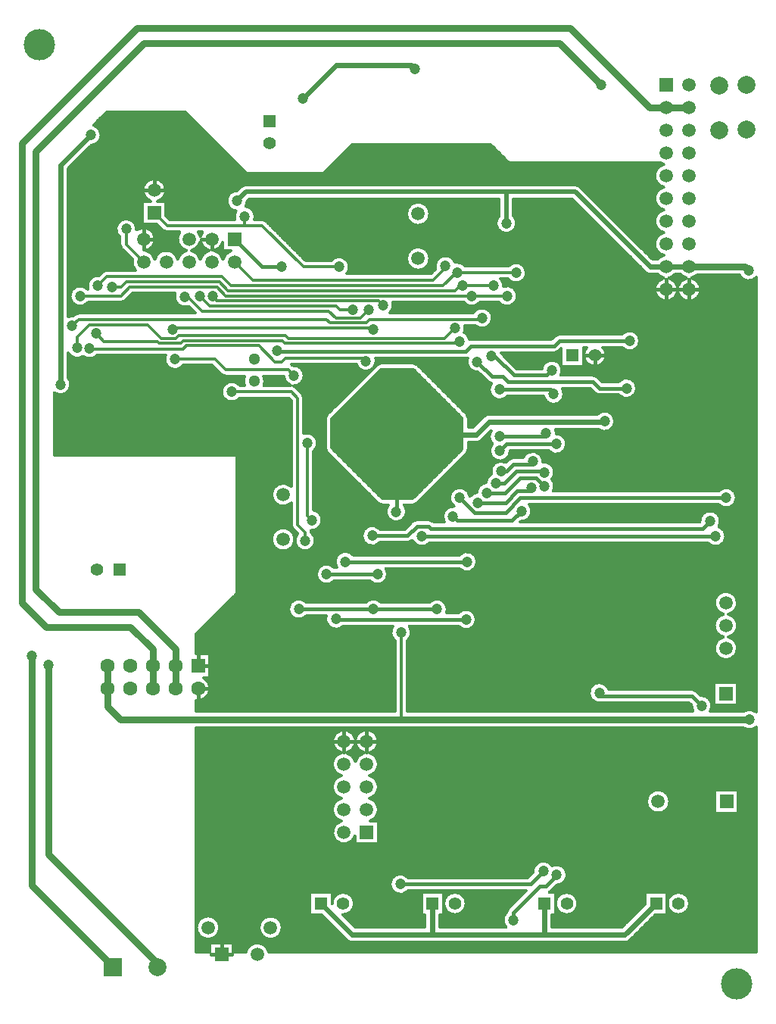
<source format=gbl>
%FSLAX43Y43*%
%MOMM*%
G71*
G01*
G75*
G04 Layer_Physical_Order=2*
%ADD10C,0.300*%
%ADD11R,1.600X1.800*%
%ADD12R,1.800X1.600*%
%ADD13R,3.500X2.600*%
%ADD14R,2.200X0.550*%
%ADD15R,2.200X0.550*%
%ADD16R,0.300X1.600*%
%ADD17C,0.075*%
%ADD18R,0.600X2.150*%
%ADD19R,1.200X2.000*%
%ADD20R,0.550X1.450*%
%ADD21R,0.550X1.450*%
%ADD22R,0.600X1.700*%
%ADD23R,0.850X1.300*%
%ADD24R,0.600X2.150*%
%ADD25R,1.700X0.600*%
%ADD26R,2.150X1.100*%
%ADD27R,2.150X1.100*%
%ADD28R,2.150X3.500*%
%ADD29C,0.400*%
%ADD30C,0.600*%
%ADD31C,0.500*%
%ADD32C,0.800*%
%ADD33C,1.600*%
%ADD34C,1.600*%
%ADD35R,1.600X1.600*%
%ADD36C,3.500*%
%ADD37C,2.000*%
%ADD38R,2.000X2.000*%
%ADD39R,1.400X1.400*%
%ADD40C,1.400*%
%ADD41C,1.300*%
%ADD42R,1.500X1.500*%
%ADD43C,1.500*%
%ADD44C,1.500*%
%ADD45C,1.200*%
D10*
X75206Y82830D02*
G03*
X75912Y82410I984J850D01*
G01*
X73928D02*
G03*
X74634Y82830I-278J1270D01*
G01*
X72926Y95300D02*
G03*
X73372Y95110I724J1080D01*
G01*
G03*
X73372Y92570I278J-1270D01*
G01*
G03*
X73372Y90030I278J-1270D01*
G01*
G03*
X73372Y87490I278J-1270D01*
G01*
G03*
X73372Y84950I278J-1270D01*
G01*
G03*
X72666Y84530I278J-1270D01*
G01*
Y82830D02*
G03*
X73372Y82410I984J850D01*
G01*
X76468D02*
G03*
X77077Y82730I-278J1270D01*
G01*
X81824D02*
G03*
X83700Y82475I1026J520D01*
G01*
X71051Y83317D02*
G03*
X71820Y82830I769J363D01*
G01*
X77490Y81140D02*
G03*
X76468Y82410I-1300J0D01*
G01*
X74920Y80862D02*
G03*
X77490Y81140I1270J278D01*
G01*
X75912Y82410D02*
G03*
X74920Y81418I278J-1270D01*
G01*
G03*
X73928Y82410I-1270J-278D01*
G01*
X73372D02*
G03*
X74920Y80862I278J-1270D01*
G01*
X64017Y92615D02*
G03*
X63450Y92850I-567J-565D01*
G01*
X64016Y92616D02*
G03*
X63450Y92850I-566J-566D01*
G01*
X70700Y75400D02*
G03*
X68678Y76150I-1150J0D01*
G01*
Y74650D02*
G03*
X70700Y75400I872J750D01*
G01*
X70350Y70100D02*
G03*
X68328Y70850I-1150J0D01*
G01*
Y69350D02*
G03*
X70350Y70100I872J750D01*
G01*
X66911Y73792D02*
G03*
X66570Y74650I-1250J0D01*
G01*
X81500Y57850D02*
G03*
X79478Y58600I-1150J0D01*
G01*
Y57100D02*
G03*
X81500Y57850I872J750D01*
G01*
X64411Y73792D02*
G03*
X66911Y73792I1250J0D01*
G01*
X65620Y69570D02*
G03*
X66150Y69350I530J530D01*
G01*
X65980Y71330D02*
G03*
X65450Y71550I-530J-530D01*
G01*
X65620Y69570D02*
G03*
X66150Y69350I530J530D01*
G01*
X64753Y74650D02*
G03*
X64411Y73792I909J-858D01*
G01*
X65980Y71330D02*
G03*
X65450Y71550I-530J-530D01*
G01*
X66034Y65500D02*
G03*
X67900Y66400I716J900D01*
G01*
G03*
X65924Y67200I-1150J0D01*
G01*
X56900Y88550D02*
G03*
X56550Y89376I-1150J0D01*
G01*
X54950D02*
G03*
X56900Y88550I800J-826D01*
G01*
X61700Y76150D02*
G03*
X61170Y75930I0J-750D01*
G01*
X61700Y76150D02*
G03*
X61170Y75930I0J-750D01*
G01*
X61100Y74050D02*
G03*
X61630Y74270I0J750D01*
G01*
X61100Y74050D02*
G03*
X61630Y74270I0J750D01*
G01*
X58000Y83000D02*
G03*
X55978Y83750I-1150J0D01*
G01*
X55901Y82350D02*
G03*
X58000Y83000I949J650D01*
G01*
X55450Y81550D02*
G03*
X55126Y82350I-1150J0D01*
G01*
X57000Y80400D02*
G03*
X55448Y81477I-1150J0D01*
G01*
X54938Y79700D02*
G03*
X57000Y80400I912J700D01*
G01*
X50988Y79700D02*
G03*
X52812Y79700I912J700D01*
G01*
X52275Y77100D02*
G03*
X54200Y77950I775J850D01*
G01*
G03*
X52040Y78500I-1150J0D01*
G01*
X51800Y75550D02*
G03*
X51636Y75532I0J-750D01*
G01*
X51800Y75550D02*
G03*
X51636Y75532I0J-750D01*
G01*
G03*
X51060Y76354I-1136J-182D01*
G01*
X51212Y83750D02*
G03*
X50022Y84166I-912J-700D01*
G01*
G03*
X47844Y83434I-1072J-416D01*
G01*
X51150Y76800D02*
G03*
X51110Y77100I-1150J0D01*
G01*
X51060Y76354D02*
G03*
X51150Y76800I-1060J446D01*
G01*
X62000Y72100D02*
G03*
X61912Y72542I-1150J0D01*
G01*
X61911Y72543D02*
G03*
X59718Y72300I-1061J-443D01*
G01*
X62200Y69450D02*
G03*
X62031Y70050I-1150J0D01*
G01*
X61860Y71550D02*
G03*
X62000Y72100I-1010J550D01*
G01*
X59918Y69250D02*
G03*
X62200Y69450I1132J200D01*
G01*
X61350Y65100D02*
G03*
X61278Y65500I-1150J0D01*
G01*
X61346Y65000D02*
G03*
X61350Y65100I-1146J100D01*
G01*
X62500Y63850D02*
G03*
X61346Y65000I-1150J0D01*
G01*
X60478Y63100D02*
G03*
X62500Y63850I872J750D01*
G01*
X59850Y61900D02*
G03*
X57642Y62350I-1150J0D01*
G01*
X61010Y58600D02*
G03*
X61150Y59150I-1010J550D01*
G01*
Y60700D02*
G03*
X59848Y61840I-1150J0D01*
G01*
X60850Y59925D02*
G03*
X61150Y60700I-850J775D01*
G01*
Y59150D02*
G03*
X60850Y59925I-1150J0D01*
G01*
X58600Y56350D02*
G03*
X58322Y57100I-1150J0D01*
G01*
X56550Y62350D02*
G03*
X56020Y62130I0J-750D01*
G01*
X56550Y62350D02*
G03*
X56020Y62130I0J-750D01*
G01*
X53620Y70870D02*
G03*
X54089Y70652I530J530D01*
G01*
G03*
X55912Y69250I911J-702D01*
G01*
X53620Y70870D02*
G03*
X54089Y70652I530J530D01*
G01*
X53850Y67200D02*
G03*
X53249Y66951I0J-850D01*
G01*
X53850Y67200D02*
G03*
X53249Y66951I0J-850D01*
G01*
X51200Y73450D02*
G03*
X51437Y73488I0J750D01*
G01*
G03*
X52586Y71903I1063J-438D01*
G01*
X51200Y73450D02*
G03*
X51437Y73488I0J750D01*
G01*
X51500Y66750D02*
G03*
X51295Y67245I-700J0D01*
G01*
X51500Y66750D02*
G03*
X51295Y67245I-700J0D01*
G01*
X54050Y65348D02*
G03*
X54200Y63874I950J-648D01*
G01*
G03*
X56200Y63100I850J-774D01*
G01*
X52400Y64050D02*
G03*
X53001Y64299I0J850D01*
G01*
X52400Y64050D02*
G03*
X53001Y64299I0J850D01*
G01*
X55700Y61810D02*
G03*
X54051Y60461I-550J-1010D01*
G01*
G03*
X53454Y59541I549J-1011D01*
G01*
G03*
X52451Y58440I146J-1141D01*
G01*
X51295Y62755D02*
G03*
X51500Y63250I-495J495D01*
G01*
X51295Y62755D02*
G03*
X51500Y63250I-495J495D01*
G01*
X52451Y58440D02*
G03*
X51690Y58003I149J-1140D01*
G01*
G03*
X49910Y56895I-1140J-153D01*
G01*
X79523Y54638D02*
G03*
X79700Y55250I-973J612D01*
G01*
G03*
X77403Y55164I-1150J0D01*
G01*
X80300Y53550D02*
G03*
X79523Y54638I-1150J0D01*
G01*
X78278Y52800D02*
G03*
X80300Y53550I872J750D01*
G01*
X80587Y44832D02*
G03*
X81609Y46102I-278J1270D01*
G01*
G03*
X80032Y44832I-1300J0D01*
G01*
X81609Y43562D02*
G03*
X80587Y44832I-1300J0D01*
G01*
X80032D02*
G03*
X80032Y42292I278J-1270D01*
G01*
X80587D02*
G03*
X81609Y43562I-278J1270D01*
G01*
Y41022D02*
G03*
X80587Y42292I-1300J0D01*
G01*
X80032D02*
G03*
X81609Y41022I278J-1270D01*
G01*
X78750Y34600D02*
G03*
X77514Y35747I-1150J0D01*
G01*
X77030Y36230D02*
G03*
X76500Y36450I-530J-530D01*
G01*
X77030Y36230D02*
G03*
X76500Y36450I-530J-530D01*
G01*
X83700Y33922D02*
G03*
X82302Y34000I-750J-872D01*
G01*
Y32100D02*
G03*
X83700Y32178I648J950D01*
G01*
X78581Y34000D02*
G03*
X78750Y34600I-981J600D01*
G01*
X76453Y34686D02*
G03*
X76619Y34000I1147J-86D01*
G01*
X76261Y12492D02*
G03*
X73761Y12492I-1250J0D01*
G01*
G03*
X76261Y12492I1250J0D01*
G01*
X74040Y23900D02*
G03*
X74040Y23900I-1300J0D01*
G01*
X69020Y8150D02*
G03*
X69621Y8399I0J850D01*
G01*
X69020Y8150D02*
G03*
X69621Y8399I0J850D01*
G01*
X67228Y36450D02*
G03*
X66485Y34950I-1078J-400D01*
G01*
X57364Y55203D02*
G03*
X58600Y56350I86J1147D01*
G01*
X49910Y56895D02*
G03*
X48819Y55150I-110J-1145D01*
G01*
X52500Y50700D02*
G03*
X50478Y51450I-1150J0D01*
G01*
Y49950D02*
G03*
X52500Y50700I872J750D01*
G01*
X49150Y45400D02*
G03*
X47128Y46150I-1150J0D01*
G01*
X47580Y55180D02*
G03*
X47050Y55400I-530J-530D01*
G01*
X47580Y55180D02*
G03*
X47050Y55400I-530J-530D01*
G01*
X52400Y44250D02*
G03*
X50378Y45000I-1150J0D01*
G01*
Y43500D02*
G03*
X52400Y44250I872J750D01*
G01*
X49078Y45000D02*
G03*
X49150Y45400I-1078J400D01*
G01*
X61411Y14550D02*
G03*
X62550Y15700I-11J1150D01*
G01*
X63761Y12492D02*
G03*
X61261Y12492I-1250J0D01*
G01*
X62550Y15700D02*
G03*
X60869Y16720I-1150J0D01*
G01*
G03*
X58753Y16014I-969J-620D01*
G01*
X60560Y13742D02*
G03*
X60730Y13870I-360J658D01*
G01*
X61261Y12492D02*
G03*
X63761Y12492I1250J0D01*
G01*
X60560Y13742D02*
G03*
X60730Y13870I-360J658D01*
G01*
X56020Y11980D02*
G03*
X55804Y11525I530J-530D01*
G01*
X56020Y11980D02*
G03*
X55804Y11525I530J-530D01*
G01*
G03*
X55724Y9850I746J-875D01*
G01*
X51261Y12492D02*
G03*
X48761Y12492I-1250J0D01*
G01*
G03*
X51261Y12492I1250J0D01*
G01*
X47200Y89592D02*
G03*
X47200Y89592I-1300J0D01*
G01*
X47200Y84592D02*
G03*
X47200Y84592I-1300J0D01*
G01*
X37922Y82900D02*
G03*
X38200Y83650I-872J750D01*
G01*
G03*
X36138Y84350I-1150J0D01*
G01*
X26650Y92850D02*
G03*
X26084Y92616I0J-800D01*
G01*
X26650Y92850D02*
G03*
X26083Y92615I0J-800D01*
G01*
X26627Y90443D02*
G03*
X26800Y91050I-977J607D01*
G01*
X27650Y89300D02*
G03*
X26627Y90443I-1150J0D01*
G01*
X28945Y88745D02*
G03*
X28450Y88950I-495J-495D01*
G01*
X28945Y88745D02*
G03*
X28450Y88950I-495J-495D01*
G01*
X27595D02*
G03*
X27650Y89300I-1095J350D01*
G01*
X45845Y72695D02*
G03*
X45350Y72900I-495J-495D01*
G01*
X45845Y72695D02*
G03*
X45350Y72900I-495J-495D01*
G01*
X43100Y79350D02*
G03*
X43045Y79700I-1150J0D01*
G01*
X42725Y78500D02*
G03*
X43100Y79350I-775J850D01*
G01*
X41750Y72900D02*
G03*
X41255Y72695I0J-700D01*
G01*
X41750Y72900D02*
G03*
X41255Y72695I0J-700D01*
G01*
X41200Y73150D02*
G03*
X41160Y73450I-1150J0D01*
G01*
X38972Y72750D02*
G03*
X41200Y73150I1078J400D01*
G01*
X35705Y67145D02*
G03*
X35500Y66650I495J-495D01*
G01*
X35705Y67145D02*
G03*
X35500Y66650I495J-495D01*
G01*
Y63450D02*
G03*
X35705Y62955I700J0D01*
G01*
X35500Y63450D02*
G03*
X35705Y62955I700J0D01*
G01*
X34200Y63038D02*
G03*
X34650Y63950I-700J912D01*
G01*
X33150Y71500D02*
G03*
X31850Y72640I-1150J0D01*
G01*
X31845Y72645D02*
G03*
X31711Y72750I-495J-495D01*
G01*
X31958Y70351D02*
G03*
X33150Y71500I42J1149D01*
G01*
X31845Y72645D02*
G03*
X31711Y72750I-495J-495D01*
G01*
X32195Y70195D02*
G03*
X31958Y70351I-495J-495D01*
G01*
X32195Y70195D02*
G03*
X31958Y70351I-495J-495D01*
G01*
X33100Y69000D02*
G03*
X32895Y69495I-700J0D01*
G01*
X33100Y69000D02*
G03*
X32895Y69495I-700J0D01*
G01*
X30851Y71450D02*
G03*
X31665Y70400I1149J50D01*
G01*
X28755Y70899D02*
G03*
X28620Y71450I-1200J0D01*
G01*
X26489D02*
G03*
X26463Y70400I1066J-551D01*
G01*
X28646D02*
G03*
X28755Y70899I-1092J499D01*
G01*
X34650Y63950D02*
G03*
X33100Y65028I-1150J0D01*
G01*
X25668Y92200D02*
G03*
X25523Y89907I-18J-1150D01*
G01*
G03*
X25405Y88950I977J-607D01*
G01*
X16778Y90995D02*
G03*
X17688Y92235I-390J1240D01*
G01*
X23087Y85492D02*
G03*
X24049Y86372I-278J1270D01*
G01*
X21775Y87550D02*
G03*
X21539Y87040I1034J-788D01*
G01*
Y86485D02*
G03*
X22532Y85492I1270J278D01*
G01*
X21539Y87040D02*
G03*
X21303Y87550I-1270J-278D01*
G01*
X20547Y85492D02*
G03*
X21539Y86485I-278J1270D01*
G01*
X19235Y87550D02*
G03*
X19992Y85492I1034J-788D01*
G01*
X24959Y85462D02*
G03*
X24079Y84500I390J-1240D01*
G01*
X17338Y87755D02*
G03*
X17833Y87550I495J495D01*
G01*
X17338Y87755D02*
G03*
X17833Y87550I495J495D01*
G01*
X18999Y84500D02*
G03*
X16459Y84500I-1270J-278D01*
G01*
X17688Y92235D02*
G03*
X15998Y90995I-1300J0D01*
G01*
X10450Y98400D02*
G03*
X9608Y99508I-1150J0D01*
G01*
X9353Y97251D02*
G03*
X10450Y98400I-53J1149D01*
G01*
X14400Y87887D02*
G03*
X12550Y86974I-1150J0D01*
G01*
X16489Y86762D02*
G03*
X14396Y87792I-1300J0D01*
G01*
X12550Y86161D02*
G03*
X12755Y85667I700J0D01*
G01*
X15467Y85492D02*
G03*
X16489Y86762I-278J1270D01*
G01*
X12550Y86161D02*
G03*
X12755Y85667I700J0D01*
G01*
X24079Y84500D02*
G03*
X23087Y85492I-1270J-278D01*
G01*
X22532Y85492D02*
G03*
X21539Y84500I278J-1270D01*
G01*
X21539D02*
G03*
X20547Y85492I-1270J-278D01*
G01*
X19992Y85492D02*
G03*
X18999Y84500I278J-1270D01*
G01*
X18722Y80700D02*
G03*
X20228Y79232I1078J-400D01*
G01*
X17642Y73800D02*
G03*
X19612Y72650I1058J-450D01*
G01*
X16459Y84500D02*
G03*
X15467Y85492I-1270J-278D01*
G01*
X13920Y84502D02*
G03*
X14273Y83300I1270J-280D01*
G01*
X23855Y71655D02*
G03*
X24350Y71450I495J495D01*
G01*
X23855Y71655D02*
G03*
X24350Y71450I495J495D01*
G01*
X25962Y70400D02*
G03*
X25962Y69000I-912J-700D01*
G01*
X11100Y83300D02*
G03*
X10605Y83095I0J-700D01*
G01*
X12650Y79700D02*
G03*
X13145Y79905I0J700D01*
G01*
X12650Y79700D02*
G03*
X13145Y79905I0J700D01*
G01*
X11100Y83300D02*
G03*
X10605Y83095I0J-700D01*
G01*
X10200Y82690D02*
G03*
X8972Y81150I-150J-1140D01*
G01*
G03*
X9012Y79700I-872J-750D01*
G01*
X7950Y78500D02*
G03*
X7455Y78295I0J-700D01*
G01*
X7950Y78500D02*
G03*
X7455Y78295I0J-700D01*
G01*
X8417Y73664D02*
G03*
X10022Y73800I733J886D01*
G01*
X7350Y78190D02*
G03*
X6750Y78108I-150J-1140D01*
G01*
Y74032D02*
G03*
X8417Y73664I1000J568D01*
G01*
X7050Y70503D02*
G03*
X6750Y71278I-1150J0D01*
G01*
X5200Y69591D02*
G03*
X7050Y70503I700J912D01*
G01*
X45300Y57050D02*
G03*
X45795Y57255I0J700D01*
G01*
X45300Y57050D02*
G03*
X45795Y57255I0J700D01*
G01*
X45247Y53087D02*
G03*
X47172Y52800I1053J463D01*
G01*
X45750Y55400D02*
G03*
X45220Y55180I0J-750D01*
G01*
X45750Y55400D02*
G03*
X45220Y55180I0J-750D01*
G01*
X44600Y56300D02*
G03*
X44322Y57050I-1150J0D01*
G01*
X42578D02*
G03*
X44600Y56300I872J-750D01*
G01*
X44700Y52850D02*
G03*
X45230Y53070I0J750D01*
G01*
X44700Y52850D02*
G03*
X45230Y53070I0J750D01*
G01*
X42500Y49300D02*
G03*
X42299Y49950I-1150J0D01*
G01*
X45148Y42798D02*
G03*
X44908Y43500I-1150J0D01*
G01*
X44698Y41885D02*
G03*
X45148Y42798I-700J912D01*
G01*
X43087Y43500D02*
G03*
X43298Y41885I911J-702D01*
G01*
X41405Y57255D02*
G03*
X41900Y57050I495J495D01*
G01*
X41405Y57255D02*
G03*
X41900Y57050I495J495D01*
G01*
X41622Y54350D02*
G03*
X41622Y52850I-872J-750D01*
G01*
X40478Y48550D02*
G03*
X42500Y49300I872J750D01*
G01*
X41772Y46150D02*
G03*
X40028Y46150I-872J-750D01*
G01*
X44772Y15400D02*
G03*
X44772Y13900I-872J-750D01*
G01*
X41450Y30610D02*
G03*
X38880Y30888I-1300J0D01*
G01*
X40428Y29340D02*
G03*
X41450Y30610I-278J1270D01*
G01*
Y28070D02*
G03*
X40428Y29340I-1300J0D01*
G01*
Y26800D02*
G03*
X41450Y28070I-278J1270D01*
G01*
Y25530D02*
G03*
X40428Y26800I-1300J0D01*
G01*
Y24260D02*
G03*
X41450Y25530I-278J1270D01*
G01*
X40540Y21750D02*
G03*
X41450Y22990I-390J1240D01*
G01*
G03*
X40428Y24260I-1300J0D01*
G01*
X38880Y30332D02*
G03*
X39872Y29340I1270J278D01*
G01*
G03*
X38880Y28348I278J-1270D01*
G01*
X38642Y51450D02*
G03*
X36822Y50050I-872J-750D01*
G01*
X36522D02*
G03*
X36522Y48550I-872J-750D01*
G01*
X35150Y55350D02*
G03*
X34200Y56482I-1150J0D01*
G01*
X33920Y54203D02*
G03*
X35150Y55350I80J1147D01*
G01*
X31700Y54850D02*
G03*
X31905Y54355I700J0D01*
G01*
X31700Y54850D02*
G03*
X31905Y54355I700J0D01*
G01*
X33950Y54000D02*
G03*
X33920Y54203I-700J0D01*
G01*
X33950Y54000D02*
G03*
X33920Y54203I-700J0D01*
G01*
X34400Y53050D02*
G03*
X33950Y53962I-1150J0D01*
G01*
X32417Y53843D02*
G03*
X34400Y53050I833J-793D01*
G01*
X35605Y44650D02*
G03*
X37526Y43500I1095J-350D01*
G01*
X31700Y59130D02*
G03*
X31700Y57254I-900J-938D01*
G01*
X32100Y53192D02*
G03*
X32100Y53192I-1300J0D01*
G01*
X33422Y46150D02*
G03*
X33422Y44650I-872J-750D01*
G01*
X22628Y36548D02*
G03*
X21915Y37738I-1350J0D01*
G01*
X21100Y35210D02*
G03*
X22628Y36548I178J1338D01*
G01*
X37888Y29340D02*
G03*
X38880Y30332I-278J1270D01*
G01*
Y28348D02*
G03*
X37888Y29340I-1270J-278D01*
G01*
X38880Y30888D02*
G03*
X37332Y29340I-1270J-278D01*
G01*
G03*
X37332Y26800I278J-1270D01*
G01*
G03*
X37332Y24260I278J-1270D01*
G01*
G03*
X37332Y21720I278J-1270D01*
G01*
G03*
X38850Y20060I278J-1270D01*
G01*
X37463Y11243D02*
G03*
X38761Y12492I49J1249D01*
G01*
G03*
X36261Y12492I-1250J0D01*
G01*
X37902Y8399D02*
G03*
X38503Y8150I601J601D01*
G01*
X37902Y8399D02*
G03*
X38503Y8150I601J601D01*
G01*
X30700Y9800D02*
G03*
X30700Y9800I-1300J0D01*
G01*
X29165Y7100D02*
G03*
X26635Y7100I-1265J-300D01*
G01*
X23700Y9800D02*
G03*
X21100Y9803I-1300J0D01*
G01*
Y9797D02*
G03*
X23700Y9800I1300J3D01*
G01*
X9150Y77200D02*
X15650D01*
X48850Y75650D02*
X50000Y76800D01*
X7750Y75800D02*
X9150Y77200D01*
X7750Y74600D02*
Y75800D01*
X18550Y76800D02*
X41050D01*
X18400Y76650D02*
X18550Y76800D01*
X33500Y55850D02*
X34000Y55350D01*
X31350Y72150D02*
X32000Y71500D01*
X33500Y55850D02*
Y63950D01*
X18700Y73350D02*
X23150D01*
X73197Y95058D02*
Y95162D01*
Y92518D02*
Y92622D01*
X73097Y95016D02*
Y95204D01*
X73197Y89978D02*
Y90082D01*
Y87438D02*
Y87542D01*
X72997Y94964D02*
Y95256D01*
X73097Y92476D02*
Y92664D01*
X72997Y92424D02*
Y92716D01*
X73097Y89936D02*
Y90124D01*
X72997Y89884D02*
Y90176D01*
X74634Y82830D02*
X75206D01*
X73197Y84898D02*
Y85002D01*
X74597Y82031D02*
Y82789D01*
X73097Y87396D02*
Y87584D01*
X72997Y87344D02*
Y87636D01*
X73097Y84856D02*
Y85044D01*
X72997Y84804D02*
Y85096D01*
X72897Y94900D02*
Y95300D01*
X72797Y94821D02*
Y95300D01*
X72897Y92360D02*
Y92780D01*
X72797Y92281D02*
Y92859D01*
X72897Y89820D02*
Y90240D01*
Y87280D02*
Y87700D01*
X71682Y84950D02*
X73371D01*
X71582Y85050D02*
X73084D01*
X72897Y84740D02*
Y85160D01*
X71482Y85150D02*
X72912D01*
X71882Y84750D02*
X72911D01*
X71782Y84850D02*
X73083D01*
X76832Y82550D02*
X81938D01*
X83566Y82350D02*
X83700D01*
X76610Y82450D02*
X82024D01*
X83417Y82250D02*
X83700D01*
X76666Y82350D02*
X82134D01*
X77077Y82730D02*
X81824D01*
X76983Y82650D02*
X81869D01*
X76697Y82337D02*
Y82483D01*
X75697Y82343D02*
Y82477D01*
X83184Y82150D02*
X83700D01*
X76867Y82250D02*
X82283D01*
X77119Y82050D02*
X83700D01*
X77009Y82150D02*
X82516D01*
X77097Y82071D02*
Y82730D01*
X76997Y82159D02*
Y82661D01*
X76897Y82231D02*
Y82589D01*
X76797Y82290D02*
Y82530D01*
X75597Y82297D02*
Y82523D01*
X75497Y82240D02*
Y82580D01*
X74292Y82550D02*
X75548D01*
X74126Y82350D02*
X75714D01*
X74070Y82450D02*
X75770D01*
X74558Y82750D02*
X75282D01*
X74443Y82650D02*
X75397D01*
X74297Y82268D02*
Y82552D01*
X74197Y82319D02*
Y82501D01*
X73197Y82358D02*
Y82462D01*
X75397Y82170D02*
Y82650D01*
X75297Y82085D02*
Y82735D01*
X74497Y82126D02*
Y82694D01*
X74469Y82150D02*
X75371D01*
X74327Y82250D02*
X75513D01*
X74397Y82204D02*
Y82616D01*
X72897Y82200D02*
Y82620D01*
X73097Y82316D02*
Y82504D01*
X72997Y82264D02*
Y82556D01*
X72697Y94724D02*
Y95300D01*
X72597Y94602D02*
Y95300D01*
X72497Y94440D02*
Y95300D01*
X72697Y92184D02*
Y92956D01*
X72597Y92062D02*
Y93078D01*
X72397Y94186D02*
Y95300D01*
X72497Y91900D02*
Y93240D01*
X72397Y91646D02*
Y93494D01*
X72497Y89360D02*
Y90700D01*
X72397Y89106D02*
Y90954D01*
X72297Y84530D02*
Y95300D01*
X72197Y84530D02*
Y95300D01*
X72097Y84534D02*
Y95300D01*
X71997Y84634D02*
Y95300D01*
X71897Y84734D02*
Y95300D01*
X71797Y84834D02*
Y95300D01*
X71697Y84934D02*
Y95300D01*
X71597Y85034D02*
Y95300D01*
X71497Y85134D02*
Y95300D01*
X70397Y86234D02*
Y95300D01*
X70497Y86134D02*
Y95300D01*
X70297Y86334D02*
Y95300D01*
X70197Y86434D02*
Y95300D01*
X70097Y86534D02*
Y95300D01*
X69897Y86734D02*
Y95300D01*
X69997Y86634D02*
Y95300D01*
X69797Y86834D02*
Y95300D01*
X69697Y86934D02*
Y95300D01*
X69597Y87034D02*
Y95300D01*
X71297Y85334D02*
Y95300D01*
X71397Y85234D02*
Y95300D01*
X71197Y85434D02*
Y95300D01*
X71097Y85534D02*
Y95300D01*
X70997Y85634D02*
Y95300D01*
X70897Y85734D02*
Y95300D01*
X70797Y85834D02*
Y95300D01*
X70697Y85934D02*
Y95300D01*
X70597Y86034D02*
Y95300D01*
X72797Y89741D02*
Y90319D01*
Y87201D02*
Y87779D01*
X72697Y89644D02*
Y90416D01*
X72797Y84661D02*
Y85239D01*
X71382Y85250D02*
X72785D01*
X72597Y89522D02*
Y90538D01*
X72497Y86820D02*
Y88160D01*
X72397Y86566D02*
Y88414D01*
X72697Y87104D02*
Y87876D01*
X72597Y86982D02*
Y87998D01*
X72697Y84564D02*
Y85336D01*
X72082Y84550D02*
X72684D01*
X71982Y84650D02*
X72784D01*
X72797Y82121D02*
Y82699D01*
X72101Y84530D02*
X72666D01*
X72497D02*
Y85620D01*
X72397Y84530D02*
Y85874D01*
X72597Y84530D02*
Y85458D01*
X71820Y82830D02*
X72666D01*
X69682Y86950D02*
X72574D01*
X69782Y86850D02*
X72513D01*
X69582Y87050D02*
X72649D01*
X69982Y86650D02*
X72423D01*
X69882Y86750D02*
X72463D01*
X70182Y86450D02*
X72370D01*
X70282Y86350D02*
X72356D01*
X70082Y86550D02*
X72393D01*
X70482Y86150D02*
X72352D01*
X70382Y86250D02*
X72350D01*
X70982Y85650D02*
X72482D01*
X71082Y85550D02*
X72536D01*
X70782Y85850D02*
X72404D01*
X71282Y85350D02*
X72684D01*
X71182Y85450D02*
X72603D01*
X70682Y85950D02*
X72378D01*
X70582Y86050D02*
X72361D01*
X70882Y85750D02*
X72438D01*
X80897Y58862D02*
Y82730D01*
X80797Y58910D02*
Y82730D01*
X80697Y58946D02*
Y82730D01*
X80597Y58973D02*
Y82730D01*
X80497Y58991D02*
Y82730D01*
X80397Y58999D02*
Y82730D01*
X80297Y58999D02*
Y82730D01*
X80197Y58990D02*
Y82730D01*
X80097Y58972D02*
Y82730D01*
X79997Y58944D02*
Y82730D01*
X81397Y58326D02*
Y82730D01*
X81497Y57935D02*
Y82730D01*
X81297Y58503D02*
Y82730D01*
X81197Y58628D02*
Y82730D01*
X81097Y58724D02*
Y82730D01*
X80997Y58801D02*
Y82730D01*
X79897Y58907D02*
Y82730D01*
X79797Y58858D02*
Y82730D01*
X79697Y58797D02*
Y82730D01*
X79597Y58719D02*
Y82730D01*
X79497Y58621D02*
Y82730D01*
X79397Y58600D02*
Y82730D01*
X79297Y58600D02*
Y82730D01*
X79197Y58600D02*
Y82730D01*
X79097Y58600D02*
Y82730D01*
X78997Y58600D02*
Y82730D01*
X78897Y58600D02*
Y82730D01*
X78797Y58600D02*
Y82730D01*
X78697Y58600D02*
Y82730D01*
X78597Y58600D02*
Y82730D01*
X78497Y58600D02*
Y82730D01*
X78397Y58600D02*
Y82730D01*
X78297Y58600D02*
Y82730D01*
X78197Y58600D02*
Y82730D01*
X78097Y58600D02*
Y82730D01*
X77997Y58600D02*
Y82730D01*
X77897Y58600D02*
Y82730D01*
X77797Y58600D02*
Y82730D01*
X77279Y81850D02*
X83700D01*
X77386Y81650D02*
X83700D01*
X77338Y81750D02*
X83700D01*
X77453Y81450D02*
X83700D01*
X77424Y81550D02*
X83700D01*
X77397Y81623D02*
Y82730D01*
X77473Y81350D02*
X83700D01*
X77297Y81822D02*
Y82730D01*
X77485Y81250D02*
X83700D01*
X77490Y81150D02*
X83700D01*
X77487Y81050D02*
X83700D01*
X77476Y80950D02*
X83700D01*
X77457Y80850D02*
X83700D01*
X77430Y80750D02*
X83700D01*
X77394Y80650D02*
X83700D01*
X77697Y58600D02*
Y82730D01*
X77597Y58600D02*
Y82730D01*
X77497Y58600D02*
Y82730D01*
X77397Y58600D02*
Y80657D01*
X77348Y80550D02*
X83700D01*
X77292Y80450D02*
X83700D01*
X77207Y81950D02*
X83700D01*
X77222Y80350D02*
X83700D01*
X77137Y80250D02*
X83700D01*
X77197Y81962D02*
Y82730D01*
X77032Y80150D02*
X83700D01*
X77297Y58600D02*
Y80458D01*
X77197Y58600D02*
Y80318D01*
X76898Y80050D02*
X83700D01*
X76713Y79950D02*
X83700D01*
X77097Y58600D02*
Y80209D01*
X76997Y58600D02*
Y80121D01*
X76897Y58600D02*
Y80049D01*
X76797Y58600D02*
Y79990D01*
X75197Y81979D02*
Y82830D01*
X75097Y81844D02*
Y82830D01*
X74997Y81656D02*
Y82830D01*
X74897Y81508D02*
Y82830D01*
X74797Y81752D02*
Y82830D01*
X72697Y82024D02*
Y82796D01*
X74697Y81911D02*
Y82830D01*
X72597Y81902D02*
Y82830D01*
X72497Y81740D02*
Y82830D01*
X72397Y81486D02*
Y82830D01*
X72297Y58600D02*
Y82830D01*
X72197Y58600D02*
Y82830D01*
X72097Y58600D02*
Y82830D01*
X71997Y58600D02*
Y82830D01*
X71897Y58600D02*
Y82830D01*
X71597Y58600D02*
Y82860D01*
X71797Y58600D02*
Y82830D01*
X71697Y58600D02*
Y82839D01*
X70297Y76274D02*
Y84072D01*
X70397Y76178D02*
Y83972D01*
X70197Y76351D02*
Y84172D01*
X70597Y75876D02*
Y83772D01*
X70497Y76053D02*
Y83872D01*
X69897Y76496D02*
Y84472D01*
X69797Y76523D02*
Y84572D01*
X69697Y76541D02*
Y84672D01*
X70097Y76412D02*
Y84272D01*
X69997Y76460D02*
Y84372D01*
X71397Y58600D02*
Y82943D01*
X71197Y58600D02*
Y83102D01*
X71097Y58600D02*
Y83233D01*
X71497Y58600D02*
Y82894D01*
X71297Y58600D02*
Y83010D01*
X70797Y58600D02*
Y83572D01*
X70697Y75485D02*
Y83672D01*
X70997Y58600D02*
Y83372D01*
X70897Y58600D02*
Y83472D01*
X74739Y81850D02*
X75101D01*
X74667Y81950D02*
X75173D01*
X74682Y80350D02*
X75158D01*
X74798Y81750D02*
X75042D01*
X74846Y81650D02*
X74994D01*
X74854Y80650D02*
X74986D01*
X74808Y80550D02*
X75032D01*
X74752Y80450D02*
X75088D01*
X75297Y58600D02*
Y80195D01*
X75197Y58600D02*
Y80301D01*
X75097Y58600D02*
Y80436D01*
X75497Y58600D02*
Y80040D01*
X75397Y58600D02*
Y80110D01*
X74997Y58600D02*
Y80624D01*
X74897Y58600D02*
Y80772D01*
X74797Y58600D02*
Y80528D01*
X74697Y58600D02*
Y80369D01*
X74579Y82050D02*
X75261D01*
X74597Y80250D02*
X75243D01*
X74492Y80150D02*
X75348D01*
X74358Y80050D02*
X75482D01*
X74597Y58600D02*
Y80249D01*
X74497Y58600D02*
Y80154D01*
X72797Y58600D02*
Y80159D01*
X74397Y58600D02*
Y80076D01*
X72897Y58600D02*
Y80080D01*
X72497Y58600D02*
Y80540D01*
X72397Y58600D02*
Y80794D01*
X72697Y58600D02*
Y80256D01*
X72597Y58600D02*
Y80378D01*
X67697Y88934D02*
Y95300D01*
X67797Y88834D02*
Y95300D01*
X67597Y89034D02*
Y95300D01*
X67497Y89134D02*
Y95300D01*
X67397Y89234D02*
Y95300D01*
X67197Y89434D02*
Y95300D01*
X67297Y89334D02*
Y95300D01*
X67097Y89534D02*
Y95300D01*
X66997Y89634D02*
Y95300D01*
X66897Y89734D02*
Y95300D01*
X68597Y88034D02*
Y95300D01*
X68697Y87934D02*
Y95300D01*
X68497Y88134D02*
Y95300D01*
X68397Y88234D02*
Y95300D01*
X68297Y88334D02*
Y95300D01*
X68197Y88434D02*
Y95300D01*
X68097Y88534D02*
Y95300D01*
X67997Y88634D02*
Y95300D01*
X67897Y88734D02*
Y95300D01*
X63838Y92750D02*
X72942D01*
X63980Y92650D02*
X73127D01*
X56050Y95300D02*
X72926D01*
X64182Y92450D02*
X73043D01*
X64082Y92550D02*
X73292D01*
X64282Y92350D02*
X72883D01*
X64382Y92250D02*
X72762D01*
X63473Y92850D02*
X72808D01*
X64582Y92050D02*
X72588D01*
X64482Y92150D02*
X72666D01*
X64782Y91850D02*
X72472D01*
X66797Y89834D02*
Y95300D01*
X64682Y91950D02*
X72524D01*
X64982Y91650D02*
X72398D01*
X64882Y91750D02*
X72430D01*
X66697Y89934D02*
Y95300D01*
X66597Y90034D02*
Y95300D01*
X66497Y90134D02*
Y95300D01*
X66397Y90234D02*
Y95300D01*
X66982Y89650D02*
X72702D01*
X67082Y89550D02*
X72617D01*
X66882Y89750D02*
X72807D01*
X67282Y89350D02*
X72491D01*
X67182Y89450D02*
X72548D01*
X67482Y89150D02*
X72410D01*
X67582Y89050D02*
X72383D01*
X67382Y89250D02*
X72446D01*
X67782Y88850D02*
X72353D01*
X67682Y88950D02*
X72364D01*
X68382Y88250D02*
X72454D01*
X68482Y88150D02*
X72502D01*
X68282Y88350D02*
X72416D01*
X68682Y87950D02*
X72633D01*
X68582Y88050D02*
X72561D01*
X67982Y88650D02*
X72355D01*
X67882Y88750D02*
X72350D01*
X68182Y88450D02*
X72388D01*
X68082Y88550D02*
X72367D01*
X65182Y91450D02*
X72359D01*
X65782Y90850D02*
X72430D01*
X65082Y91550D02*
X72374D01*
X65982Y90650D02*
X72524D01*
X65882Y90750D02*
X72472D01*
X65382Y91250D02*
X72351D01*
X65482Y91150D02*
X72359D01*
X65282Y91350D02*
X72351D01*
X65682Y90950D02*
X72398D01*
X65582Y91050D02*
X72374D01*
X66482Y90150D02*
X73044D01*
X66582Y90050D02*
X73294D01*
X66382Y90250D02*
X72884D01*
X66782Y89850D02*
X72941D01*
X66682Y89950D02*
X73126D01*
X66182Y90450D02*
X72667D01*
X66082Y90550D02*
X72588D01*
X66282Y90350D02*
X72763D01*
X56731Y87950D02*
X66419D01*
X65297Y91334D02*
Y95300D01*
X65397Y91234D02*
Y95300D01*
X65197Y91434D02*
Y95300D01*
X65097Y91534D02*
Y95300D01*
X64997Y91634D02*
Y95300D01*
X64797Y91834D02*
Y95300D01*
X64897Y91734D02*
Y95300D01*
X64697Y91934D02*
Y95300D01*
X64597Y92034D02*
Y95300D01*
X64497Y92134D02*
Y95300D01*
X66197Y90434D02*
Y95300D01*
X66297Y90334D02*
Y95300D01*
X66097Y90534D02*
Y95300D01*
X65997Y90634D02*
Y95300D01*
X65897Y90734D02*
Y95300D01*
X65797Y90834D02*
Y95300D01*
X65697Y90934D02*
Y95300D01*
X65597Y91034D02*
Y95300D01*
X65497Y91134D02*
Y95300D01*
X63697Y92811D02*
Y95300D01*
X63597Y92836D02*
Y95300D01*
X63497Y92849D02*
Y95300D01*
X63397Y92850D02*
Y95300D01*
X63297Y92850D02*
Y95300D01*
X63197Y92850D02*
Y95300D01*
X63097Y92850D02*
Y95300D01*
X62997Y92850D02*
Y95300D01*
X62897Y92850D02*
Y95300D01*
X62797Y92850D02*
Y95300D01*
X64297Y92334D02*
Y95300D01*
X64397Y92234D02*
Y95300D01*
X64197Y92434D02*
Y95300D01*
X64097Y92534D02*
Y95300D01*
X63997Y92634D02*
Y95300D01*
X63897Y92714D02*
Y95300D01*
X63797Y92771D02*
Y95300D01*
X62697Y92850D02*
Y95300D01*
X62597Y92850D02*
Y95300D01*
X56663Y89250D02*
X65119D01*
X56731Y89150D02*
X65219D01*
X56576Y89350D02*
X65019D01*
X56828Y88950D02*
X65419D01*
X56786Y89050D02*
X65319D01*
X62497Y92850D02*
Y95300D01*
X56550Y91250D02*
X63119D01*
X56550Y91250D02*
X63119D01*
X56896Y88450D02*
X65919D01*
X56882Y88350D02*
X66019D01*
X56860Y88250D02*
X66119D01*
X56828Y88150D02*
X66219D01*
X56785Y88050D02*
X66319D01*
X56860Y88850D02*
X65519D01*
X56883Y88750D02*
X65619D01*
X56896Y88650D02*
X65719D01*
X56900Y88550D02*
X65819D01*
X56550Y90750D02*
X63619D01*
X56550Y90650D02*
X63719D01*
X56550Y90550D02*
X63819D01*
X56550Y90450D02*
X63919D01*
X56550Y90350D02*
X64019D01*
X56550Y91150D02*
X63219D01*
X56550Y91050D02*
X63319D01*
X55750Y92850D02*
X63450D01*
X56550Y90950D02*
X63419D01*
X56550Y90850D02*
X63519D01*
X56550Y89850D02*
X64519D01*
X56550Y89750D02*
X64619D01*
X56550Y89650D02*
X64719D01*
X56550Y89550D02*
X64819D01*
X56550Y89450D02*
X64919D01*
X56550Y90250D02*
X64119D01*
X56550Y90150D02*
X64219D01*
X56550Y90050D02*
X64319D01*
X56550Y89950D02*
X64419D01*
X68982Y87650D02*
X72974D01*
X69082Y87550D02*
X73175D01*
X68882Y87750D02*
X72832D01*
X69282Y87350D02*
X73007D01*
X69182Y87450D02*
X73228D01*
X69297Y87334D02*
Y95300D01*
X69397Y87234D02*
Y95300D01*
X69197Y87434D02*
Y95300D01*
X69097Y87534D02*
Y95300D01*
X68997Y87634D02*
Y95300D01*
X69482Y87150D02*
X72741D01*
X69497Y87134D02*
Y95300D01*
X69382Y87250D02*
X72856D01*
X69597Y76549D02*
Y84772D01*
X69497Y76549D02*
Y84872D01*
X69197Y76494D02*
Y85172D01*
X69097Y76457D02*
Y85272D01*
X69397Y76540D02*
Y84972D01*
X69297Y76522D02*
Y85072D01*
X68782Y87850D02*
X72722D01*
X64017Y92615D02*
X72101Y84530D01*
X49286Y84850D02*
X69519D01*
X49666Y84650D02*
X69719D01*
X49518Y84750D02*
X69619D01*
X47022Y85250D02*
X69119D01*
X47075Y85150D02*
X69219D01*
X46957Y85350D02*
X69019D01*
X47150Y84950D02*
X69419D01*
X47117Y85050D02*
X69319D01*
X57320Y84050D02*
X70319D01*
X63119Y91250D02*
X71051Y83317D01*
X56876Y84150D02*
X70219D01*
X57625Y83850D02*
X70519D01*
X57499Y83950D02*
X70419D01*
X49863Y84450D02*
X69919D01*
X49776Y84550D02*
X69819D01*
X49986Y84250D02*
X70119D01*
X49931Y84350D02*
X70019D01*
X57973Y83250D02*
X71087D01*
X57990Y83150D02*
X71156D01*
X57999Y83050D02*
X71250D01*
X57999Y82950D02*
X71385D01*
X57990Y82850D02*
X71638D01*
X57722Y83750D02*
X70619D01*
X57860Y83550D02*
X70819D01*
X57799Y83650D02*
X70719D01*
X57908Y83450D02*
X70919D01*
X57946Y83350D02*
X71019D01*
X57945Y82650D02*
X72857D01*
X57908Y82550D02*
X73008D01*
X57860Y82450D02*
X73230D01*
X57798Y82350D02*
X73174D01*
X57722Y82250D02*
X72973D01*
X57972Y82750D02*
X72742D01*
X57624Y82150D02*
X72831D01*
X57498Y82050D02*
X72721D01*
X57318Y81950D02*
X72633D01*
X55410Y81850D02*
X72561D01*
X55433Y81750D02*
X72502D01*
X55446Y81650D02*
X72454D01*
X56320Y81450D02*
X72387D01*
X55876Y81550D02*
X72416D01*
X56625Y81250D02*
X72355D01*
X56722Y81150D02*
X72350D01*
X56499Y81350D02*
X72367D01*
X56860Y80950D02*
X72364D01*
X56799Y81050D02*
X72353D01*
X56990Y80550D02*
X72492D01*
X56999Y80350D02*
X72618D01*
X56990Y80250D02*
X72703D01*
X56972Y80150D02*
X72808D01*
X56945Y80050D02*
X72942D01*
X56908Y80850D02*
X72383D01*
X56946Y80750D02*
X72410D01*
X56973Y80650D02*
X72446D01*
X56999Y80450D02*
X72548D01*
X68797Y87834D02*
Y95300D01*
X68897Y87734D02*
Y95300D01*
X65897Y76150D02*
Y88472D01*
X66097Y76150D02*
Y88272D01*
X65997Y76150D02*
Y88372D01*
X65597Y76150D02*
Y88772D01*
X65497Y76150D02*
Y88872D01*
X65397Y76150D02*
Y88972D01*
X65797Y76150D02*
Y88572D01*
X65697Y76150D02*
Y88672D01*
X65097Y76150D02*
Y89272D01*
X64997Y76150D02*
Y89372D01*
X64897Y76150D02*
Y89472D01*
X65297Y76150D02*
Y89072D01*
X65197Y76150D02*
Y89172D01*
X64597Y76150D02*
Y89772D01*
X64497Y76150D02*
Y89872D01*
X64797Y76150D02*
Y89572D01*
X64697Y76150D02*
Y89672D01*
X64197Y76150D02*
Y90172D01*
X64097Y76150D02*
Y90272D01*
X63997Y76150D02*
Y90372D01*
X64397Y76150D02*
Y89972D01*
X64297Y76150D02*
Y90072D01*
X63697Y76150D02*
Y90672D01*
X63597Y76150D02*
Y90772D01*
X63497Y76150D02*
Y90872D01*
X63897Y76150D02*
Y90472D01*
X63797Y76150D02*
Y90572D01*
X63197Y76150D02*
Y91172D01*
X63097Y76150D02*
Y91250D01*
X62997Y76150D02*
Y91250D01*
X63397Y76150D02*
Y90972D01*
X63297Y76150D02*
Y91072D01*
X62897Y76150D02*
Y91250D01*
X62797Y76150D02*
Y91250D01*
X62697Y76150D02*
Y91250D01*
X62597Y76150D02*
Y91250D01*
X68797Y76269D02*
Y85572D01*
X68697Y76171D02*
Y85672D01*
X68597Y76150D02*
Y85772D01*
X68997Y76408D02*
Y85372D01*
X68897Y76347D02*
Y85472D01*
X68297Y76150D02*
Y86072D01*
X68197Y76150D02*
Y86172D01*
X68097Y76150D02*
Y86272D01*
X68497Y76150D02*
Y85872D01*
X68397Y76150D02*
Y85972D01*
X67797Y76150D02*
Y86572D01*
X67697Y76150D02*
Y86672D01*
X67597Y76150D02*
Y86772D01*
X67997Y76150D02*
Y86372D01*
X67897Y76150D02*
Y86472D01*
X67297Y76150D02*
Y87072D01*
X67197Y76150D02*
Y87172D01*
X67497Y76150D02*
Y86872D01*
X67397Y76150D02*
Y86972D01*
X56084Y87450D02*
X66919D01*
X67097Y76150D02*
Y87272D01*
X46656Y85650D02*
X68719D01*
X46877Y85450D02*
X68919D01*
X46780Y85550D02*
X68819D01*
X56662Y87850D02*
X66519D01*
X56576Y87750D02*
X66619D01*
X56465Y87650D02*
X66719D01*
X56317Y87550D02*
X66819D01*
X66797Y76150D02*
Y87572D01*
X66697Y76150D02*
Y87672D01*
X66597Y76150D02*
Y87772D01*
X66997Y76150D02*
Y87372D01*
X66897Y76150D02*
Y87472D01*
X66297Y76150D02*
Y88072D01*
X66197Y76150D02*
Y88172D01*
X66497Y76150D02*
Y87872D01*
X66397Y76150D02*
Y87972D01*
X76349Y79850D02*
X83700D01*
X70499Y76050D02*
X83700D01*
X70422Y76150D02*
X83700D01*
X70560Y75950D02*
X83700D01*
X70608Y75850D02*
X83700D01*
X74173Y79950D02*
X75667D01*
X73809Y79850D02*
X76031D01*
X70646Y75750D02*
X83700D01*
X70673Y75650D02*
X83700D01*
X70690Y75550D02*
X83700D01*
X70699Y75450D02*
X83700D01*
X70699Y75350D02*
X83700D01*
X70690Y75250D02*
X83700D01*
X70672Y75150D02*
X83700D01*
X70645Y75050D02*
X83700D01*
X70608Y74950D02*
X83700D01*
X70560Y74850D02*
X83700D01*
X70498Y74750D02*
X83700D01*
X70422Y74650D02*
X83700D01*
X70020Y76450D02*
X83700D01*
X70199Y76350D02*
X83700D01*
X69576Y76550D02*
X83700D01*
X70325Y76250D02*
X83700D01*
X70324Y74550D02*
X83700D01*
X70198Y74450D02*
X83700D01*
X70018Y74350D02*
X83700D01*
X66825Y74250D02*
X83700D01*
X66884Y74050D02*
X83700D01*
X66901Y73950D02*
X83700D01*
X66859Y74150D02*
X83700D01*
X66910Y73850D02*
X83700D01*
X66911Y73750D02*
X83700D01*
X66903Y73650D02*
X83700D01*
X66888Y73550D02*
X83700D01*
X66864Y73450D02*
X83700D01*
X66831Y73350D02*
X83700D01*
X69975Y70950D02*
X83700D01*
X70072Y70850D02*
X83700D01*
X69848Y71050D02*
X83700D01*
X70210Y70650D02*
X83700D01*
X70149Y70750D02*
X83700D01*
X70296Y70450D02*
X83700D01*
X70323Y70350D02*
X83700D01*
X70258Y70550D02*
X83700D01*
X70340Y70250D02*
X83700D01*
X70349Y70150D02*
X83700D01*
X70349Y70050D02*
X83700D01*
X70340Y69950D02*
X83700D01*
X70322Y69850D02*
X83700D01*
X70295Y69750D02*
X83700D01*
X70258Y69650D02*
X83700D01*
X70210Y69550D02*
X83700D01*
X70148Y69450D02*
X83700D01*
X70072Y69350D02*
X83700D01*
X69974Y69250D02*
X83700D01*
X66788Y73250D02*
X83700D01*
X66734Y73150D02*
X83700D01*
X66667Y73050D02*
X83700D01*
X66585Y72950D02*
X83700D01*
X66483Y72850D02*
X83700D01*
X66352Y72750D02*
X83700D01*
X66169Y72650D02*
X83700D01*
X65960Y71350D02*
X83700D01*
X69670Y71150D02*
X83700D01*
X69225Y71250D02*
X83700D01*
X69848Y69150D02*
X83700D01*
X69668Y69050D02*
X83700D01*
X66775Y67550D02*
X83700D01*
X67398Y67350D02*
X83700D01*
X67220Y67450D02*
X83700D01*
X67622Y67150D02*
X83700D01*
X67525Y67250D02*
X83700D01*
X69797Y71083D02*
Y74277D01*
X69897Y71015D02*
Y74304D01*
X68997Y71232D02*
Y74392D01*
X69297Y71246D02*
Y74278D01*
X69197Y71250D02*
Y74306D01*
X68697Y71134D02*
Y74629D01*
X68597Y71079D02*
Y74650D01*
X68497Y71010D02*
Y74650D01*
X68897Y71209D02*
Y74453D01*
X68797Y71177D02*
Y74531D01*
X70197Y70673D02*
Y74449D01*
X70297Y70445D02*
Y74526D01*
X68397Y70923D02*
Y74650D01*
X70097Y70820D02*
Y74388D01*
X69997Y70929D02*
Y74340D01*
X68297Y70850D02*
Y74650D01*
X68197Y70850D02*
Y74650D01*
X68097Y70850D02*
Y74650D01*
X67997Y70850D02*
Y74650D01*
X66571Y74650D02*
X68678D01*
X66655Y74550D02*
X68776D01*
X66570Y74650D02*
X68678D01*
X66724Y74450D02*
X68902D01*
X66780Y74350D02*
X69082D01*
X66897Y73982D02*
Y74650D01*
X67897Y70850D02*
Y74650D01*
X66797Y74314D02*
Y74650D01*
X66697Y74492D02*
Y74650D01*
X67797Y70850D02*
Y74650D01*
X67697Y70850D02*
Y74650D01*
X67597Y70850D02*
Y74650D01*
X67497Y70850D02*
Y74650D01*
X67397Y70850D02*
Y74650D01*
X67297Y70850D02*
Y74650D01*
X67197Y70850D02*
Y74650D01*
X67097Y70850D02*
Y74650D01*
X66997Y70850D02*
Y74650D01*
X69597Y71179D02*
Y74251D01*
X69697Y71137D02*
Y74259D01*
X69097Y71245D02*
Y74343D01*
X69497Y71211D02*
Y74251D01*
X69397Y71233D02*
Y74260D01*
X66897Y70850D02*
Y73602D01*
X66797Y70850D02*
Y73269D01*
X66697Y70850D02*
Y73092D01*
X66997Y67523D02*
Y69350D01*
X66597Y70850D02*
Y72963D01*
X67497Y67274D02*
Y69350D01*
X67597Y67178D02*
Y69350D01*
X67397Y67351D02*
Y69350D01*
X67297Y67412D02*
Y69350D01*
X67197Y67460D02*
Y69350D01*
X67097Y67496D02*
Y69350D01*
X66897Y67541D02*
Y69350D01*
X66797Y67549D02*
Y69350D01*
X66697Y67549D02*
Y69350D01*
X66161Y71150D02*
X68730D01*
X66261Y71050D02*
X68552D01*
X66061Y71250D02*
X69175D01*
X66461Y70850D02*
X68328D01*
X66361Y70950D02*
X68425D01*
X66297Y71014D02*
Y72715D01*
X66497Y70850D02*
Y72862D01*
X66197Y71114D02*
Y72662D01*
X66097Y71214D02*
Y72620D01*
X65997Y71314D02*
Y72588D01*
X66397Y70914D02*
Y72781D01*
X66150Y69350D02*
X68328D01*
X65980Y71330D02*
X66461Y70850D01*
X66597Y67540D02*
Y69350D01*
X66497Y67522D02*
Y69350D01*
X66397Y67494D02*
Y69350D01*
X66297Y67457D02*
Y69350D01*
X66197Y67408D02*
Y69350D01*
X66097Y67347D02*
Y69352D01*
X80918Y58850D02*
X83700D01*
X81066Y58750D02*
X83700D01*
X80686Y58950D02*
X83700D01*
X81263Y58550D02*
X83700D01*
X81176Y58650D02*
X83700D01*
X81386Y58350D02*
X83700D01*
X81428Y58250D02*
X83700D01*
X81331Y58450D02*
X83700D01*
X81460Y58150D02*
X83700D01*
X81483Y58050D02*
X83700D01*
X81496Y57950D02*
X83700D01*
X81500Y57850D02*
X83700D01*
X81496Y57750D02*
X83700D01*
X81482Y57650D02*
X83700D01*
X81460Y57550D02*
X83700D01*
X81428Y57450D02*
X83700D01*
X81385Y57350D02*
X83700D01*
X67760Y66950D02*
X83700D01*
X67808Y66850D02*
X83700D01*
X67699Y67050D02*
X83700D01*
X67873Y66650D02*
X83700D01*
X67846Y66750D02*
X83700D01*
X67890Y66550D02*
X83700D01*
X67899Y66450D02*
X83700D01*
X67899Y66350D02*
X83700D01*
X67890Y66250D02*
X83700D01*
X67872Y66150D02*
X83700D01*
X67845Y66050D02*
X83700D01*
X67808Y65950D02*
X83700D01*
X67760Y65850D02*
X83700D01*
X67699Y65750D02*
X83700D01*
X67622Y65650D02*
X83700D01*
X76697Y58600D02*
Y79943D01*
X67524Y65550D02*
X83700D01*
X67398Y65450D02*
X83700D01*
X67218Y65350D02*
X83700D01*
X81331Y57250D02*
X83700D01*
X81262Y57150D02*
X83700D01*
X81176Y57050D02*
X83700D01*
X81066Y56950D02*
X83700D01*
X80917Y56850D02*
X83700D01*
X79297Y56124D02*
Y57100D01*
X79397Y56028D02*
Y57100D01*
X79197Y56201D02*
Y57100D01*
X80685Y56750D02*
X83700D01*
X79266Y56150D02*
X83700D01*
X79463Y55950D02*
X83700D01*
X79531Y55850D02*
X83700D01*
X79376Y56050D02*
X83700D01*
X79628Y55650D02*
X83700D01*
X79586Y55750D02*
X83700D01*
X79597Y55726D02*
Y56981D01*
X79497Y55903D02*
Y57079D01*
X79660Y55550D02*
X83700D01*
X79683Y55450D02*
X83700D01*
X78997Y56310D02*
Y57100D01*
X78897Y56346D02*
Y57100D01*
X78797Y56373D02*
Y57100D01*
X78886Y56350D02*
X83700D01*
X78697Y56391D02*
Y57100D01*
X78597Y56399D02*
Y57100D01*
X78497Y56399D02*
Y57100D01*
X78397Y56390D02*
Y57100D01*
X78297Y56372D02*
Y57100D01*
X78197Y56344D02*
Y57100D01*
X78097Y56307D02*
Y57100D01*
X79097Y56262D02*
Y57100D01*
X77997Y56258D02*
Y57100D01*
X79118Y56250D02*
X83700D01*
X77897Y56197D02*
Y57100D01*
X77797Y56119D02*
Y57100D01*
X77697Y56021D02*
Y57100D01*
X77597Y55893D02*
Y57100D01*
X77497Y55712D02*
Y57100D01*
X76597Y58600D02*
Y79905D01*
X76497Y58600D02*
Y79877D01*
X76397Y58600D02*
Y79857D01*
X76297Y58600D02*
Y79844D01*
X76197Y58600D02*
Y79840D01*
X75997Y58600D02*
Y79854D01*
X75897Y58600D02*
Y79873D01*
X75697Y58600D02*
Y79937D01*
X76097Y58600D02*
Y79843D01*
X75797Y58600D02*
Y79901D01*
X75597Y58600D02*
Y79983D01*
X74297Y58600D02*
Y80012D01*
X74197Y58600D02*
Y79961D01*
X74097Y58600D02*
Y79919D01*
X73997Y58600D02*
Y79887D01*
X73897Y58600D02*
Y79864D01*
X73797Y58600D02*
Y79848D01*
X73697Y58600D02*
Y79841D01*
X73597Y58600D02*
Y79841D01*
X73397Y58600D02*
Y79865D01*
X73297Y58600D02*
Y79889D01*
X73097Y58600D02*
Y79964D01*
X73497Y58600D02*
Y79849D01*
X73197Y58600D02*
Y79922D01*
X72997Y58600D02*
Y80016D01*
X70697Y58600D02*
Y75315D01*
X70597Y58600D02*
Y74924D01*
X67897Y66485D02*
Y69350D01*
X67797Y66876D02*
Y69350D01*
X70497Y58600D02*
Y74747D01*
X70397Y58600D02*
Y74622D01*
X70297Y58600D02*
Y69755D01*
X70197Y58600D02*
Y69527D01*
X70097Y58600D02*
Y69380D01*
X68297Y58600D02*
Y69350D01*
X68197Y58600D02*
Y69350D01*
X68097Y58600D02*
Y69350D01*
X67997Y58600D02*
Y69350D01*
X69997Y58600D02*
Y69271D01*
X69897Y58600D02*
Y69185D01*
X69797Y58600D02*
Y69117D01*
X69697Y58600D02*
Y69063D01*
X69597Y58600D02*
Y69021D01*
X69497Y58600D02*
Y68989D01*
X69397Y58600D02*
Y68967D01*
X69297Y58600D02*
Y68954D01*
X69197Y58600D02*
Y68950D01*
X69097Y58600D02*
Y68955D01*
X68997Y58600D02*
Y68968D01*
X68697Y58600D02*
Y69066D01*
X68597Y58600D02*
Y69121D01*
X68897Y58600D02*
Y68991D01*
X68797Y58600D02*
Y69023D01*
X68497Y58600D02*
Y69190D01*
X68397Y58600D02*
Y69277D01*
X67897Y58600D02*
Y66315D01*
X67797Y58600D02*
Y65924D01*
X67697Y67053D02*
Y69350D01*
Y58600D02*
Y65747D01*
X67597Y58600D02*
Y65622D01*
X67497Y58600D02*
Y65526D01*
X67397Y58600D02*
Y65449D01*
X67297Y58600D02*
Y65388D01*
X67197Y58600D02*
Y65340D01*
X67097Y58600D02*
Y65304D01*
X66997Y58600D02*
Y65277D01*
X66897Y58600D02*
Y65259D01*
X66797Y58600D02*
Y65251D01*
X66697Y58600D02*
Y65251D01*
X66597Y58600D02*
Y65260D01*
X66497Y58600D02*
Y65278D01*
X66197Y58600D02*
Y65392D01*
X66097Y58600D02*
Y65453D01*
X66397Y58600D02*
Y65306D01*
X66297Y58600D02*
Y65343D01*
X56798Y79750D02*
X83700D01*
X56722Y79650D02*
X83700D01*
X56624Y79550D02*
X83700D01*
X56498Y79450D02*
X83700D01*
X56318Y79350D02*
X83700D01*
X56908Y79950D02*
X73127D01*
X56860Y79850D02*
X73491D01*
X54086Y78450D02*
X83700D01*
X54160Y78250D02*
X83700D01*
X54128Y78350D02*
X83700D01*
X54183Y78150D02*
X83700D01*
X54196Y78050D02*
X83700D01*
X54200Y77950D02*
X83700D01*
X54196Y77850D02*
X83700D01*
X54182Y77750D02*
X83700D01*
X54160Y77650D02*
X83700D01*
X54128Y77550D02*
X83700D01*
X61700Y76150D02*
X68678D01*
X53618Y78950D02*
X83700D01*
X53766Y78850D02*
X83700D01*
X53386Y79050D02*
X83700D01*
X53963Y78650D02*
X83700D01*
X53876Y78750D02*
X83700D01*
X54031Y78550D02*
X83700D01*
X54085Y77450D02*
X83700D01*
X54031Y77350D02*
X83700D01*
X53962Y77250D02*
X83700D01*
X53876Y77150D02*
X83700D01*
X53766Y77050D02*
X83700D01*
X53617Y76950D02*
X83700D01*
X53384Y76850D02*
X83700D01*
X51149Y76750D02*
X83700D01*
X51140Y76650D02*
X83700D01*
X51122Y76550D02*
X69524D01*
X51095Y76450D02*
X69080D01*
X51216Y76250D02*
X68775D01*
X51068Y76350D02*
X68902D01*
X65802Y72550D02*
X83700D01*
X61973Y72350D02*
X83700D01*
X61990Y72250D02*
X83700D01*
X61999Y72150D02*
X83700D01*
X61999Y72050D02*
X83700D01*
X61990Y71950D02*
X83700D01*
X61972Y71850D02*
X83700D01*
X65825Y71450D02*
X83700D01*
X65470Y71550D02*
X83700D01*
X62196Y69350D02*
X68328D01*
X62182Y69250D02*
X68426D01*
X62160Y69150D02*
X68552D01*
X62128Y69050D02*
X68732D01*
X62085Y68950D02*
X83700D01*
X65997Y67269D02*
Y69366D01*
X61946Y72450D02*
X83700D01*
X61945Y71750D02*
X83700D01*
X61908Y71650D02*
X83700D01*
X62031Y68850D02*
X83700D01*
X61962Y68750D02*
X83700D01*
X61876Y68650D02*
X83700D01*
X61766Y68550D02*
X83700D01*
X61617Y68450D02*
X83700D01*
X61385Y68350D02*
X83700D01*
X50290Y68250D02*
X83700D01*
X50490Y68050D02*
X83700D01*
X50590Y67950D02*
X83700D01*
X50390Y68150D02*
X83700D01*
X50790Y67750D02*
X83700D01*
X50690Y67850D02*
X83700D01*
X50990Y67550D02*
X66725D01*
X50890Y67650D02*
X83700D01*
X51190Y67350D02*
X66102D01*
X51090Y67450D02*
X66280D01*
X65697Y71508D02*
Y72542D01*
X65597Y71535D02*
Y72543D01*
X65497Y71549D02*
Y72553D01*
X64597Y74447D02*
Y74650D01*
X65197Y71550D02*
Y72631D01*
X64497Y74246D02*
Y74650D01*
X65397Y71550D02*
Y72570D01*
X65297Y71550D02*
Y72596D01*
X65097Y71550D02*
Y72677D01*
X64997Y71550D02*
Y72733D01*
X64897Y71550D02*
Y72803D01*
X65897Y71402D02*
Y72564D01*
X65797Y71465D02*
Y72549D01*
X64597Y71550D02*
Y73137D01*
X64497Y71550D02*
Y73337D01*
X64797Y71550D02*
Y72889D01*
X64697Y71550D02*
Y72997D01*
X64411Y74650D02*
X64752D01*
X64411Y74650D02*
X64753D01*
X64411Y74550D02*
X64667D01*
X64411Y74450D02*
X64599D01*
X64411Y74350D02*
X64543D01*
X64411Y73792D02*
Y74650D01*
Y73250D02*
X64535D01*
X64411Y73150D02*
X64589D01*
X64411Y73050D02*
X64656D01*
X64411Y72950D02*
X64738D01*
X64411Y72850D02*
X64840D01*
X64411Y72750D02*
X64971D01*
X64411Y72650D02*
X65153D01*
X64411Y72550D02*
X65521D01*
X64411Y72542D02*
Y73792D01*
X61912Y72542D02*
X64411D01*
X64397Y71550D02*
Y72542D01*
X64297Y71550D02*
Y72542D01*
X64197Y71550D02*
Y72542D01*
X64097Y71550D02*
Y72542D01*
X65897Y67200D02*
Y69394D01*
X65139Y70050D02*
X65620Y69570D01*
X63997Y71550D02*
Y72542D01*
X63897Y71550D02*
Y72542D01*
X63797Y71550D02*
Y72542D01*
X63697Y71550D02*
Y72542D01*
X63597Y71550D02*
Y72542D01*
X65597Y67200D02*
Y69592D01*
X65497Y67200D02*
Y69692D01*
X65397Y67200D02*
Y69792D01*
X65797Y67200D02*
Y69438D01*
X65697Y67200D02*
Y69502D01*
X65097Y67200D02*
Y70050D01*
X64997Y67200D02*
Y70050D01*
X65297Y67200D02*
Y69892D01*
X65197Y67200D02*
Y69992D01*
X63497Y71550D02*
Y72542D01*
X63397Y71550D02*
Y72542D01*
X63297Y71550D02*
Y72542D01*
X63197Y71550D02*
Y72542D01*
X63097Y71550D02*
Y72542D01*
X62997Y71550D02*
Y72542D01*
X62897Y71550D02*
Y72542D01*
X62797Y71550D02*
Y72542D01*
X62697Y71550D02*
Y72542D01*
X62597Y71550D02*
Y72542D01*
X62160Y69750D02*
X65440D01*
X62183Y69650D02*
X65540D01*
X61860Y71550D02*
X65450D01*
X62196Y69550D02*
X65640D01*
X62200Y69450D02*
X65776D01*
X62031Y70050D02*
X65140D01*
X62031Y70050D02*
X65139D01*
X62128Y69850D02*
X65340D01*
X62086Y69950D02*
X65240D01*
X62176Y64650D02*
X83700D01*
X62263Y64550D02*
X83700D01*
X62066Y64750D02*
X83700D01*
X62386Y64350D02*
X83700D01*
X62331Y64450D02*
X83700D01*
X62428Y64250D02*
X83700D01*
X62483Y64050D02*
X83700D01*
X62460Y64150D02*
X83700D01*
X62496Y63950D02*
X83700D01*
X62500Y63850D02*
X83700D01*
X62496Y63750D02*
X83700D01*
X62482Y63650D02*
X83700D01*
X62460Y63550D02*
X83700D01*
X62428Y63450D02*
X83700D01*
X62385Y63350D02*
X83700D01*
X62331Y63250D02*
X83700D01*
X62262Y63150D02*
X83700D01*
X62176Y63050D02*
X83700D01*
X62066Y62950D02*
X83700D01*
X61340Y65250D02*
X83700D01*
X61349Y65150D02*
X83700D01*
X61349Y65050D02*
X83700D01*
X61918Y64850D02*
X83700D01*
X61686Y64950D02*
X83700D01*
X61917Y62850D02*
X83700D01*
X61685Y62750D02*
X83700D01*
X59572Y62650D02*
X83700D01*
X59649Y62550D02*
X83700D01*
X59710Y62450D02*
X83700D01*
X59758Y62350D02*
X83700D01*
X59823Y62150D02*
X83700D01*
X59796Y62250D02*
X83700D01*
X59840Y62050D02*
X83700D01*
X59849Y61950D02*
X83700D01*
X60470Y61750D02*
X83700D01*
X60024Y61850D02*
X83700D01*
X60775Y61550D02*
X83700D01*
X60648Y61650D02*
X83700D01*
X61058Y61150D02*
X83700D01*
X61096Y61050D02*
X83700D01*
X61123Y60950D02*
X83700D01*
X61140Y60850D02*
X83700D01*
X61149Y60750D02*
X83700D01*
X61149Y60650D02*
X83700D01*
X61140Y60550D02*
X83700D01*
X61122Y60450D02*
X83700D01*
X61095Y60350D02*
X83700D01*
X61058Y60250D02*
X83700D01*
X61078Y59550D02*
X83700D01*
X61133Y59350D02*
X83700D01*
X61110Y59450D02*
X83700D01*
X61146Y59250D02*
X83700D01*
X61150Y59150D02*
X83700D01*
X61146Y59050D02*
X83700D01*
X61132Y58950D02*
X80014D01*
X61110Y58850D02*
X79782D01*
X61078Y58750D02*
X79634D01*
X60949Y61350D02*
X83700D01*
X61010Y61250D02*
X83700D01*
X60872Y61450D02*
X83700D01*
X61010Y60150D02*
X83700D01*
X60949Y60050D02*
X83700D01*
X60913Y59850D02*
X83700D01*
X60981Y59750D02*
X83700D01*
X60872Y59950D02*
X83700D01*
X61036Y59650D02*
X83700D01*
X61035Y58650D02*
X79524D01*
X58486Y56850D02*
X79783D01*
X58560Y56650D02*
X83700D01*
X58528Y56750D02*
X80015D01*
X58583Y56550D02*
X83700D01*
X58596Y56450D02*
X83700D01*
X61010Y58600D02*
X79478D01*
X58322Y57100D02*
X79478D01*
X58431Y56950D02*
X79634D01*
X58363Y57050D02*
X79524D01*
X64897Y67200D02*
Y70050D01*
X64797Y67200D02*
Y70050D01*
X64697Y67200D02*
Y70050D01*
X64597Y67200D02*
Y70050D01*
X64497Y67200D02*
Y70050D01*
X64397Y67200D02*
Y70050D01*
X64297Y67200D02*
Y70050D01*
X64197Y67200D02*
Y70050D01*
X65997Y58600D02*
Y65500D01*
X65897Y58600D02*
Y65500D01*
X65797Y58600D02*
Y65500D01*
X65697Y58600D02*
Y65500D01*
X65597Y58600D02*
Y65500D01*
X65497Y58600D02*
Y65500D01*
X65397Y58600D02*
Y65500D01*
X65297Y58600D02*
Y65500D01*
X65197Y58600D02*
Y65500D01*
X64097Y67200D02*
Y70050D01*
X63997Y67200D02*
Y70050D01*
X63897Y67200D02*
Y70050D01*
X63797Y67200D02*
Y70050D01*
X63697Y67200D02*
Y70050D01*
X63597Y67200D02*
Y70050D01*
X63497Y67200D02*
Y70050D01*
X63397Y67200D02*
Y70050D01*
X63297Y67200D02*
Y70050D01*
X63197Y67200D02*
Y70050D01*
X63097Y67200D02*
Y70050D01*
X62997Y67200D02*
Y70050D01*
X51290Y67250D02*
X65975D01*
X61278Y65500D02*
X66034D01*
X53850Y67200D02*
X65924D01*
X62897D02*
Y70050D01*
X62797Y67200D02*
Y70050D01*
X62697Y67200D02*
Y70050D01*
X62597Y67200D02*
Y70050D01*
X65097Y58600D02*
Y65500D01*
X64997Y58600D02*
Y65500D01*
X64897Y58600D02*
Y65500D01*
X64797Y58600D02*
Y65500D01*
X64697Y58600D02*
Y65500D01*
X64597Y58600D02*
Y65500D01*
X64497Y58600D02*
Y65500D01*
X64397Y58600D02*
Y65500D01*
X64297Y58600D02*
Y65500D01*
X64197Y58600D02*
Y65500D01*
X64097Y58600D02*
Y65500D01*
X63997Y58600D02*
Y65500D01*
X63897Y58600D02*
Y65500D01*
X63797Y58600D02*
Y65500D01*
X63697Y58600D02*
Y65500D01*
X63597Y58600D02*
Y65500D01*
X63497Y58600D02*
Y65500D01*
X63397Y58600D02*
Y65500D01*
X63297Y58600D02*
Y65500D01*
X63197Y58600D02*
Y65500D01*
X63097Y58600D02*
Y65500D01*
X62997Y58600D02*
Y65500D01*
X61323Y65350D02*
X66282D01*
X61296Y65450D02*
X66102D01*
X62897Y58600D02*
Y65500D01*
X62797Y58600D02*
Y65500D01*
X62697Y58600D02*
Y65500D01*
X62597Y58600D02*
Y65500D01*
X58600Y56350D02*
X78214D01*
X58596Y56250D02*
X77982D01*
X58582Y56150D02*
X77834D01*
X58560Y56050D02*
X77724D01*
X58528Y55950D02*
X77637D01*
X58486Y55850D02*
X77569D01*
X58431Y55750D02*
X77514D01*
X58362Y55650D02*
X77472D01*
X58276Y55550D02*
X77440D01*
X62397Y92850D02*
Y95300D01*
X62297Y92850D02*
Y95300D01*
X62197Y92850D02*
Y95300D01*
X62097Y92850D02*
Y95300D01*
X61997Y92850D02*
Y95300D01*
X61897Y92850D02*
Y95300D01*
X61797Y92850D02*
Y95300D01*
X61697Y92850D02*
Y95300D01*
X61597Y92850D02*
Y95300D01*
X61497Y92850D02*
Y95300D01*
X61397Y92850D02*
Y95300D01*
X61297Y92850D02*
Y95300D01*
X61197Y92850D02*
Y95300D01*
X61097Y92850D02*
Y95300D01*
X60997Y92850D02*
Y95300D01*
X60897Y92850D02*
Y95300D01*
X60797Y92850D02*
Y95300D01*
X60697Y92850D02*
Y95300D01*
X60597Y92850D02*
Y95300D01*
X60497Y92850D02*
Y95300D01*
X60397Y92850D02*
Y95300D01*
X60297Y92850D02*
Y95300D01*
X60197Y92850D02*
Y95300D01*
X60097Y92850D02*
Y95300D01*
X59997Y92850D02*
Y95300D01*
X59897Y92850D02*
Y95300D01*
X59797Y92850D02*
Y95300D01*
X59697Y92850D02*
Y95300D01*
X59597Y92850D02*
Y95300D01*
X59497Y92850D02*
Y95300D01*
X59397Y92850D02*
Y95300D01*
X59297Y92850D02*
Y95300D01*
X59197Y92850D02*
Y95300D01*
X59097Y92850D02*
Y95300D01*
X58997Y92850D02*
Y95300D01*
X58897Y92850D02*
Y95300D01*
X58797Y92850D02*
Y95300D01*
X58697Y92850D02*
Y95300D01*
X58597Y92850D02*
Y95300D01*
X58497Y92850D02*
Y95300D01*
X58397Y92850D02*
Y95300D01*
X58297Y92850D02*
Y95300D01*
X58197Y92850D02*
Y95300D01*
X58097Y92850D02*
Y95300D01*
X57997Y92850D02*
Y95300D01*
X57897Y92850D02*
Y95300D01*
X57797Y92850D02*
Y95300D01*
X57697Y92850D02*
Y95300D01*
X57897Y83476D02*
Y91250D01*
X57997Y83084D02*
Y91250D01*
X57597Y92850D02*
Y95300D01*
X57797Y83653D02*
Y91250D01*
X57697Y83778D02*
Y91250D01*
X57497Y92850D02*
Y95300D01*
X57397Y92850D02*
Y95300D01*
X57597Y83874D02*
Y91250D01*
X57497Y83951D02*
Y91250D01*
X57297Y92850D02*
Y95300D01*
X57197Y92850D02*
Y95300D01*
X57097Y92850D02*
Y95300D01*
X56997Y92850D02*
Y95300D01*
X56897Y92850D02*
Y95300D01*
X56797Y92850D02*
Y95300D01*
X56897Y88634D02*
Y91250D01*
X56697Y92850D02*
Y95300D01*
X56797Y89026D02*
Y91250D01*
X56697Y89203D02*
Y91250D01*
X57397Y84012D02*
Y91250D01*
X57297Y84060D02*
Y91250D01*
X57197Y84096D02*
Y91250D01*
X57097Y84123D02*
Y91250D01*
X56997Y84141D02*
Y91250D01*
X56897Y84149D02*
Y88466D01*
X56797Y84149D02*
Y88074D01*
X56597Y92850D02*
Y95300D01*
X56497Y92850D02*
Y95300D01*
X56397Y92850D02*
Y95300D01*
X56297Y92850D02*
Y95300D01*
X56197Y92850D02*
Y95300D01*
X55897Y92850D02*
Y95453D01*
X55797Y92850D02*
Y95553D01*
X55697Y92850D02*
Y95653D01*
X56097Y92850D02*
Y95300D01*
X55997Y92850D02*
Y95353D01*
X55597Y92850D02*
Y95753D01*
X55497Y92850D02*
Y95853D01*
X55397Y92850D02*
Y95953D01*
X56597Y89328D02*
Y91250D01*
X56550Y89376D02*
Y91250D01*
X55097Y92850D02*
Y96253D01*
X54997Y92850D02*
Y96353D01*
X55297Y92850D02*
Y96053D01*
X55197Y92850D02*
Y96153D01*
X54697Y92850D02*
Y96653D01*
X54597Y92850D02*
Y96753D01*
X54000Y97350D02*
X56050Y95300D01*
X54897Y92850D02*
Y96453D01*
X54797Y92850D02*
Y96553D01*
X54297Y92850D02*
Y97053D01*
X54197Y92850D02*
Y97153D01*
X54097Y92850D02*
Y97253D01*
X54497Y92850D02*
Y96853D01*
X54397Y92850D02*
Y96953D01*
X53997Y92850D02*
Y97350D01*
X53897Y92850D02*
Y97350D01*
X53797Y92850D02*
Y97350D01*
X54950Y89376D02*
Y91250D01*
X53697Y92850D02*
Y97350D01*
X53597Y92850D02*
Y97350D01*
X53497Y92850D02*
Y97350D01*
X53397Y92850D02*
Y97350D01*
X53297Y92850D02*
Y97350D01*
X56697Y84140D02*
Y87897D01*
X56597Y84122D02*
Y87772D01*
X56497Y84094D02*
Y87676D01*
X56397Y84057D02*
Y87599D01*
X56297Y84008D02*
Y87538D01*
X56197Y83947D02*
Y87490D01*
X56097Y83869D02*
Y87454D01*
X54897Y89321D02*
Y91250D01*
X55997Y83771D02*
Y87427D01*
X55897Y83750D02*
Y87409D01*
X55797Y83750D02*
Y87401D01*
X55497Y83750D02*
Y87428D01*
X55397Y83750D02*
Y87456D01*
X55697Y83750D02*
Y87401D01*
X55597Y83750D02*
Y87410D01*
X55097Y83750D02*
Y87603D01*
X54997Y83750D02*
Y87681D01*
X55297Y83750D02*
Y87493D01*
X55197Y83750D02*
Y87542D01*
X54797Y89194D02*
Y91250D01*
X54697Y89012D02*
Y91250D01*
Y83750D02*
Y88088D01*
X54897Y83750D02*
Y87779D01*
X54797Y83750D02*
Y87906D01*
X54597Y83750D02*
Y91250D01*
X54497Y83750D02*
Y91250D01*
X54397Y83750D02*
Y91250D01*
X54297Y83750D02*
Y91250D01*
X54197Y83750D02*
Y91250D01*
X54097Y83750D02*
Y91250D01*
X53997Y83750D02*
Y91250D01*
X53897Y83750D02*
Y91250D01*
X53797Y83750D02*
Y91250D01*
X53697Y83750D02*
Y91250D01*
X53597Y83750D02*
Y91250D01*
X53497Y83750D02*
Y91250D01*
X53397Y83750D02*
Y91250D01*
X53297Y83750D02*
Y91250D01*
X62497Y76150D02*
Y91250D01*
X62397Y76150D02*
Y91250D01*
X62297Y76150D02*
Y91250D01*
X62197Y76150D02*
Y91250D01*
X62097Y76150D02*
Y91250D01*
X61997Y76150D02*
Y91250D01*
X61897Y76150D02*
Y91250D01*
X61797Y76150D02*
Y91250D01*
X61697Y76150D02*
Y91250D01*
X61597Y76143D02*
Y91250D01*
X61497Y76122D02*
Y91250D01*
X61397Y76086D02*
Y91250D01*
X61297Y76032D02*
Y91250D01*
X61197Y75956D02*
Y91250D01*
X61097Y75858D02*
Y91250D01*
X60997Y75758D02*
Y91250D01*
X60897Y75658D02*
Y91250D01*
X60797Y75558D02*
Y91250D01*
X60697Y75550D02*
Y91250D01*
X60597Y75550D02*
Y91250D01*
X60497Y75550D02*
Y91250D01*
X60397Y75550D02*
Y91250D01*
X60297Y75550D02*
Y91250D01*
X60197Y75550D02*
Y91250D01*
X60097Y75550D02*
Y91250D01*
X59997Y75550D02*
Y91250D01*
X59897Y75550D02*
Y91250D01*
X59797Y75550D02*
Y91250D01*
X59697Y75550D02*
Y91250D01*
X59597Y75550D02*
Y91250D01*
X59497Y75550D02*
Y91250D01*
X59397Y75550D02*
Y91250D01*
X59297Y75550D02*
Y91250D01*
X59197Y75550D02*
Y91250D01*
X59097Y75550D02*
Y91250D01*
X58997Y75550D02*
Y91250D01*
X58897Y75550D02*
Y91250D01*
X58797Y75550D02*
Y91250D01*
X61810Y74450D02*
X61911D01*
X61630Y74270D02*
X61911Y74551D01*
X61710Y74350D02*
X61911D01*
X61610Y74250D02*
X61911D01*
X61474Y74150D02*
X61911D01*
X61197Y73196D02*
Y74056D01*
X61911Y72543D02*
Y74551D01*
X61897Y72576D02*
Y74536D01*
X61797Y72753D02*
Y74436D01*
X61697Y72878D02*
Y74336D01*
X61597Y72974D02*
Y74238D01*
X61497Y73051D02*
Y74164D01*
X61397Y73112D02*
Y74111D01*
X61297Y73160D02*
Y74076D01*
X61097Y73223D02*
Y74050D01*
X58697Y75550D02*
Y91250D01*
X58597Y75550D02*
Y91250D01*
X58497Y75550D02*
Y91250D01*
X60789Y75550D02*
X61170Y75930D01*
X58397Y75550D02*
Y91250D01*
X58297Y75550D02*
Y91250D01*
X58197Y75550D02*
Y91250D01*
X58097Y75550D02*
Y91250D01*
X57997Y75550D02*
Y82916D01*
X57897Y75550D02*
Y82524D01*
X57797Y75550D02*
Y82347D01*
X57697Y75550D02*
Y82222D01*
X55195Y74050D02*
X61100D01*
X57597Y75550D02*
Y82126D01*
X57497Y75550D02*
Y82049D01*
X57397Y75550D02*
Y81988D01*
X57297Y75550D02*
Y81940D01*
X56397Y81412D02*
Y81943D01*
X56297Y81460D02*
Y81992D01*
X56197Y81496D02*
Y82053D01*
X56597Y81274D02*
Y81878D01*
X56497Y81351D02*
Y81906D01*
X55897Y81549D02*
Y82350D01*
X55797Y81549D02*
Y82350D01*
X55697Y81540D02*
Y82350D01*
X56097Y81523D02*
Y82131D01*
X55997Y81541D02*
Y82229D01*
X57197Y75550D02*
Y81904D01*
X57097Y75550D02*
Y81877D01*
X56997Y80484D02*
Y81859D01*
Y75550D02*
Y80316D01*
X56897Y80876D02*
Y81851D01*
X56797Y81053D02*
Y81851D01*
X56697Y81178D02*
Y81860D01*
X56897Y75550D02*
Y79924D01*
X56797Y75550D02*
Y79747D01*
X55213Y82250D02*
X55978D01*
X55281Y82150D02*
X56076D01*
X55126Y82350D02*
X55901D01*
X55336Y82050D02*
X56202D01*
X55378Y81950D02*
X56382D01*
X55597Y81522D02*
Y82350D01*
X55497Y81494D02*
Y82350D01*
X55397Y81895D02*
Y82350D01*
X55297Y82123D02*
Y82350D01*
X55126Y82350D02*
X55902D01*
X54897Y75550D02*
Y79700D01*
X54797Y75550D02*
Y79700D01*
X54697Y75550D02*
Y79700D01*
X54597Y75550D02*
Y79700D01*
X54497Y75550D02*
Y79700D01*
X54397Y75550D02*
Y79700D01*
X56697Y75550D02*
Y79622D01*
X56597Y75550D02*
Y79526D01*
X56497Y75550D02*
Y79449D01*
X56397Y75550D02*
Y79388D01*
X56297Y75550D02*
Y79340D01*
X56197Y75550D02*
Y79304D01*
X56097Y75550D02*
Y79277D01*
X55997Y75550D02*
Y79259D01*
X55897Y75550D02*
Y79251D01*
X55797Y75550D02*
Y79251D01*
X55597Y75550D02*
Y79278D01*
X55497Y75550D02*
Y79306D01*
X55297Y75550D02*
Y79392D01*
X55697Y75550D02*
Y79260D01*
X55397Y75550D02*
Y79343D01*
X54997Y75550D02*
Y79629D01*
X54297Y75550D02*
Y79700D01*
X55197Y75550D02*
Y79453D01*
X55097Y75550D02*
Y79531D01*
X54097Y78426D02*
Y79700D01*
X54197Y78034D02*
Y79700D01*
X53997Y78603D02*
Y79700D01*
X53897Y78728D02*
Y79700D01*
X53797Y78824D02*
Y79700D01*
X53597Y78962D02*
Y79700D01*
X53697Y78901D02*
Y79700D01*
X53497Y79010D02*
Y79700D01*
X53397Y79046D02*
Y79700D01*
X53297Y79073D02*
Y79700D01*
X54197Y75550D02*
Y77866D01*
X54097Y75550D02*
Y77474D01*
X53997Y75550D02*
Y77297D01*
X53897Y75550D02*
Y77172D01*
X53797Y75550D02*
Y77076D01*
X53697Y75550D02*
Y76999D01*
X53597Y75550D02*
Y76938D01*
X53497Y75550D02*
Y76890D01*
X53397Y75550D02*
Y76854D01*
X53197Y92850D02*
Y97350D01*
X53097Y92850D02*
Y97350D01*
X52997Y92850D02*
Y97350D01*
X52897Y92850D02*
Y97350D01*
X52797Y92850D02*
Y97350D01*
X52697Y92850D02*
Y97350D01*
X52597Y92850D02*
Y97350D01*
X52497Y92850D02*
Y97350D01*
X52397Y92850D02*
Y97350D01*
X52297Y92850D02*
Y97350D01*
X53197Y83750D02*
Y91250D01*
X53097Y83750D02*
Y91250D01*
X52197Y92850D02*
Y97350D01*
X52997Y83750D02*
Y91250D01*
X52897Y83750D02*
Y91250D01*
X52097Y92850D02*
Y97350D01*
X51997Y92850D02*
Y97350D01*
X51897Y92850D02*
Y97350D01*
X51797Y92850D02*
Y97350D01*
X51697Y92850D02*
Y97350D01*
X51597Y92850D02*
Y97350D01*
X51497Y92850D02*
Y97350D01*
X51397Y92850D02*
Y97350D01*
X51297Y92850D02*
Y97350D01*
X51197Y92850D02*
Y97350D01*
X51097Y92850D02*
Y97350D01*
X50997Y92850D02*
Y97350D01*
X50897Y92850D02*
Y97350D01*
X50797Y92850D02*
Y97350D01*
X50697Y92850D02*
Y97350D01*
X50597Y92850D02*
Y97350D01*
X50497Y92850D02*
Y97350D01*
X50397Y92850D02*
Y97350D01*
X50297Y92850D02*
Y97350D01*
X50197Y92850D02*
Y97350D01*
X50097Y92850D02*
Y97350D01*
X49997Y92850D02*
Y97350D01*
X49897Y92850D02*
Y97350D01*
X47150Y89950D02*
X54950D01*
X50597Y84161D02*
Y91250D01*
X47174Y89850D02*
X54950D01*
X50636Y84150D02*
X56824D01*
X47191Y89750D02*
X54950D01*
X50497Y84183D02*
Y91250D01*
X50397Y84196D02*
Y91250D01*
X50297Y84200D02*
Y91250D01*
X50197Y84195D02*
Y91250D01*
X50097Y84182D02*
Y91250D01*
X50997Y83965D02*
Y91250D01*
X51097Y83879D02*
Y91250D01*
X50868Y84050D02*
X56380D01*
X51126Y83850D02*
X56075D01*
X51016Y83950D02*
X56201D01*
X50897Y84033D02*
Y91250D01*
X50797Y84087D02*
Y91250D01*
X50697Y84129D02*
Y91250D01*
X49997Y84226D02*
Y91250D01*
X46780Y90550D02*
X54950D01*
X46877Y90450D02*
X54950D01*
X46656Y90650D02*
X54950D01*
X47022Y90250D02*
X54950D01*
X46957Y90350D02*
X54950D01*
X47075Y90150D02*
X54950D01*
X47199Y89650D02*
X54950D01*
X47117Y90050D02*
X54950D01*
X47200Y89550D02*
X54950D01*
X47192Y89450D02*
X54950D01*
X47177Y89350D02*
X54924D01*
X47154Y89250D02*
X54837D01*
X47123Y89150D02*
X54769D01*
X47082Y89050D02*
X54714D01*
X47030Y88950D02*
X54672D01*
X46967Y88850D02*
X54640D01*
X46890Y88750D02*
X54617D01*
X46796Y88650D02*
X54604D01*
X46677Y88550D02*
X54600D01*
X49797Y92850D02*
Y97350D01*
X49697Y92850D02*
Y97350D01*
X49597Y92850D02*
Y97350D01*
X49497Y92850D02*
Y97350D01*
X49397Y92850D02*
Y97350D01*
X49297Y92850D02*
Y97350D01*
X49197Y92850D02*
Y97350D01*
X49097Y92850D02*
Y97350D01*
X48997Y92850D02*
Y97350D01*
X48897Y92850D02*
Y97350D01*
X49797Y84528D02*
Y91250D01*
X49897Y84403D02*
Y91250D01*
X49697Y84624D02*
Y91250D01*
X49597Y84701D02*
Y91250D01*
X49497Y84762D02*
Y91250D01*
X48797Y92850D02*
Y97350D01*
X48697Y92850D02*
Y97350D01*
X49397Y84810D02*
Y91250D01*
X48597Y92850D02*
Y97350D01*
X48497Y92850D02*
Y97350D01*
X48397Y92850D02*
Y97350D01*
X48297Y92850D02*
Y97350D01*
X48197Y92850D02*
Y97350D01*
X48097Y92850D02*
Y97350D01*
X47997Y92850D02*
Y97350D01*
X47897Y92850D02*
Y97350D01*
X47797Y92850D02*
Y97350D01*
X47697Y92850D02*
Y97350D01*
X47597Y92850D02*
Y97350D01*
X47497Y92850D02*
Y97350D01*
X47397Y92850D02*
Y97350D01*
X47297Y92850D02*
Y97350D01*
X47197Y92850D02*
Y97350D01*
X47097Y92850D02*
Y97350D01*
X46997Y92850D02*
Y97350D01*
X46897Y92850D02*
Y97350D01*
X46797Y92850D02*
Y97350D01*
X46697Y92850D02*
Y97350D01*
X49297Y84846D02*
Y91250D01*
X49197Y84873D02*
Y91250D01*
X49097Y84891D02*
Y91250D01*
X48997Y84899D02*
Y91250D01*
X48897Y84899D02*
Y91250D01*
X48797Y84890D02*
Y91250D01*
X48697Y84872D02*
Y91250D01*
X48597Y84844D02*
Y91250D01*
X47197Y89684D02*
Y91250D01*
X47174Y84850D02*
X48614D01*
X48497Y84807D02*
Y91250D01*
X48397Y84758D02*
Y91250D01*
X48297Y84697D02*
Y91250D01*
X48197Y84619D02*
Y91250D01*
X47191Y84750D02*
X48382D01*
X48097Y84521D02*
Y91250D01*
X47997Y84394D02*
Y91250D01*
X47897Y84212D02*
Y91250D01*
X47197Y84684D02*
Y89500D01*
X46997Y90290D02*
Y91250D01*
X47097Y90100D02*
Y91250D01*
X46897Y90427D02*
Y91250D01*
X47097Y85100D02*
Y89084D01*
X46997Y85290D02*
Y88894D01*
X46797Y90533D02*
Y91250D01*
X46897Y85427D02*
Y88758D01*
X46697Y90619D02*
Y91250D01*
X46797Y85533D02*
Y88651D01*
X46697Y85619D02*
Y88565D01*
X47199Y84650D02*
X48234D01*
X47200Y84550D02*
X48124D01*
X47192Y84450D02*
X48037D01*
X47177Y84350D02*
X47969D01*
X47154Y84250D02*
X47914D01*
X47123Y84150D02*
X47872D01*
X47082Y84050D02*
X47840D01*
X47030Y83950D02*
X47817D01*
X46967Y83850D02*
X47804D01*
X52812Y79700D02*
X54938D01*
X52772Y79650D02*
X54978D01*
X52674Y79550D02*
X55076D01*
X52548Y79450D02*
X55202D01*
X52368Y79350D02*
X55382D01*
X52797Y83750D02*
Y91250D01*
X52697Y83750D02*
Y91250D01*
X52597Y83750D02*
Y91250D01*
X52497Y83750D02*
Y91250D01*
X52397Y83750D02*
Y91250D01*
X53197Y79091D02*
Y79700D01*
X53097Y79099D02*
Y79700D01*
X52997Y79099D02*
Y79700D01*
X52897Y79090D02*
Y79700D01*
X52797Y79072D02*
Y79680D01*
X52697Y79044D02*
Y79571D01*
X52597Y79007D02*
Y79485D01*
X52497Y78958D02*
Y79417D01*
X52397Y78897D02*
Y79363D01*
X52297Y83750D02*
Y91250D01*
X52197Y83750D02*
Y91250D01*
X52097Y83750D02*
Y91250D01*
X51997Y83750D02*
Y91250D01*
X51897Y83750D02*
Y91250D01*
X51797Y83750D02*
Y91250D01*
X51697Y83750D02*
Y91250D01*
X51597Y83750D02*
Y91250D01*
X51497Y83750D02*
Y91250D01*
X51397Y83750D02*
Y91250D01*
X51212Y83750D02*
X55978D01*
X52297Y78819D02*
Y79321D01*
X52197Y78721D02*
Y79289D01*
X52097Y78594D02*
Y79267D01*
X51597Y78500D02*
Y79291D01*
X51497Y78500D02*
Y79323D01*
X51997Y78500D02*
Y79254D01*
X51897Y78500D02*
Y79250D01*
X53297Y75550D02*
Y76827D01*
X53197Y75550D02*
Y76809D01*
X53097Y75550D02*
Y76801D01*
X52997Y75550D02*
Y76801D01*
X52897Y75550D02*
Y76810D01*
X51797Y78500D02*
Y79255D01*
X52797Y75550D02*
Y76828D01*
X52697Y75550D02*
Y76856D01*
X52497Y75550D02*
Y76942D01*
X52297Y75550D02*
Y77081D01*
X52197Y75550D02*
Y77100D01*
X52597Y75550D02*
Y76893D01*
X52397Y75550D02*
Y77003D01*
X52097Y75550D02*
Y77100D01*
X51997Y75550D02*
Y77100D01*
X51897Y75550D02*
Y77100D01*
X51797Y75550D02*
Y77100D01*
X51326Y76150D02*
X61679D01*
X51413Y76050D02*
X61325D01*
X51149Y76850D02*
X52716D01*
X51481Y75950D02*
X61190D01*
X51536Y75850D02*
X61089D01*
X51697Y78500D02*
Y79268D01*
X51110Y77100D02*
X52275D01*
X51123Y77050D02*
X52334D01*
X51497Y75923D02*
Y77100D01*
X51140Y76950D02*
X52483D01*
X51578Y75750D02*
X60989D01*
X51800Y75550D02*
X60789D01*
X51610Y75650D02*
X60889D01*
X51633Y75550D02*
X51779D01*
X51697Y75543D02*
Y77100D01*
X51597Y75695D02*
Y77100D01*
X51297Y83750D02*
Y91250D01*
X51197Y83770D02*
Y91250D01*
X50997Y78500D02*
Y79688D01*
X50897Y78500D02*
Y79700D01*
X50797Y78500D02*
Y79700D01*
X50697Y78500D02*
Y79700D01*
X50597Y78500D02*
Y79700D01*
X50497Y78500D02*
Y79700D01*
X50397Y78500D02*
Y79700D01*
X50297Y78500D02*
Y79700D01*
X50197Y78500D02*
Y79700D01*
X50097Y78500D02*
Y79700D01*
X49997Y78500D02*
Y79700D01*
X49897Y78500D02*
Y79700D01*
X49797Y78500D02*
Y79700D01*
X49697Y78500D02*
Y79700D01*
X49597Y78500D02*
Y79700D01*
X49497Y78500D02*
Y79700D01*
X47797Y83387D02*
Y91250D01*
X46890Y83750D02*
X47800D01*
X46796Y83650D02*
X47804D01*
X46677Y83550D02*
X47818D01*
X47697Y83287D02*
Y91250D01*
X47597Y83187D02*
Y91250D01*
X47497Y83087D02*
Y91250D01*
X47397Y82987D02*
Y91250D01*
X47297Y82900D02*
Y91250D01*
X47310Y82900D02*
X47844Y83434D01*
X47197Y82900D02*
Y84500D01*
X47097Y82900D02*
Y84084D01*
X49397Y78500D02*
Y79700D01*
X49297Y78500D02*
Y79700D01*
X46997Y82900D02*
Y83894D01*
X46897Y82900D02*
Y83758D01*
X46797Y82900D02*
Y83651D01*
X46697Y82900D02*
Y83565D01*
X51197Y78500D02*
Y79490D01*
X51097Y78500D02*
Y79577D01*
X49197Y78500D02*
Y79700D01*
X51397Y78500D02*
Y79366D01*
X51297Y78500D02*
Y79421D01*
X49097Y78500D02*
Y79700D01*
X48997Y78500D02*
Y79700D01*
X48897Y78500D02*
Y79700D01*
X48797Y78500D02*
Y79700D01*
X48697Y78500D02*
Y79700D01*
X51297Y76179D02*
Y77100D01*
X51397Y76070D02*
Y77100D01*
X51197Y76265D02*
Y77100D01*
X48597Y78500D02*
Y79700D01*
X48497Y78500D02*
Y79700D01*
X51097Y76333D02*
Y76455D01*
X48397Y78500D02*
Y79700D01*
X48297Y78500D02*
Y79700D01*
X48197Y78500D02*
Y79700D01*
X48097Y78500D02*
Y79700D01*
X47997Y78500D02*
Y79700D01*
X47897Y78500D02*
Y79700D01*
X47797Y78500D02*
Y79700D01*
X47697Y78500D02*
Y79700D01*
X47597Y78500D02*
Y79700D01*
X47497Y78500D02*
Y79700D01*
X47397Y78500D02*
Y79700D01*
X47297Y78500D02*
Y79700D01*
X47197Y78500D02*
Y79700D01*
X47097Y78500D02*
Y79700D01*
X46997Y78500D02*
Y79700D01*
X46897Y78500D02*
Y79700D01*
X46797Y78500D02*
Y79700D01*
X46697Y78500D02*
Y79700D01*
X46597Y78500D02*
Y79700D01*
X60997Y73241D02*
Y74050D01*
X61320Y73150D02*
X61911D01*
X60875Y73250D02*
X61911D01*
X61625Y72950D02*
X61911D01*
X61498Y73050D02*
X61911D01*
X60897Y73249D02*
Y74050D01*
X60797Y73249D02*
Y74050D01*
X60697Y73240D02*
Y74050D01*
X60597Y73222D02*
Y74050D01*
X60497Y73194D02*
Y74050D01*
X62497Y71550D02*
Y72542D01*
X62397Y71550D02*
Y72542D01*
X62297Y71550D02*
Y72542D01*
X62197Y71550D02*
Y72542D01*
X62097Y71550D02*
Y72542D01*
X61799Y72750D02*
X61911D01*
X61722Y72850D02*
X61911D01*
X61997Y72184D02*
Y72542D01*
X55361Y73850D02*
X61911D01*
X55461Y73750D02*
X61911D01*
X55261Y73950D02*
X61911D01*
X55661Y73550D02*
X61911D01*
X55561Y73650D02*
X61911D01*
X60397Y73157D02*
Y74050D01*
X60297Y73108D02*
Y74050D01*
X55761Y73450D02*
X61911D01*
X55961Y73250D02*
X60825D01*
X55861Y73350D02*
X61911D01*
X60197Y73047D02*
Y74050D01*
X60097Y72969D02*
Y74050D01*
X56161Y73050D02*
X60202D01*
X56061Y73150D02*
X60380D01*
X59997Y72871D02*
Y74050D01*
X56261Y72950D02*
X60075D01*
X56461Y72750D02*
X59901D01*
X56361Y72850D02*
X59978D01*
X62497Y67200D02*
Y70050D01*
X62397Y67200D02*
Y70050D01*
X62297Y67200D02*
Y70050D01*
X62197Y69534D02*
Y70050D01*
X61997Y71550D02*
Y72016D01*
X62097Y69926D02*
Y70050D01*
X62197Y67200D02*
Y69366D01*
X62097Y67200D02*
Y68974D01*
X61997Y67200D02*
Y68797D01*
X61897Y67200D02*
Y68672D01*
X61797Y67200D02*
Y68576D01*
X61697Y67200D02*
Y68499D01*
X61597Y67200D02*
Y68438D01*
X61497Y67200D02*
Y68390D01*
X61397Y67200D02*
Y68354D01*
X61297Y67200D02*
Y68327D01*
X61197Y67200D02*
Y68309D01*
X61097Y67200D02*
Y68301D01*
X55567Y68950D02*
X60015D01*
X60997Y67200D02*
Y68301D01*
X60897Y67200D02*
Y68310D01*
X55912Y69250D02*
X59918D01*
X55912Y69250D02*
X59918D01*
X55826Y69150D02*
X59940D01*
X55716Y69050D02*
X59972D01*
X55335Y68850D02*
X60069D01*
X60597Y67200D02*
Y68393D01*
X60497Y67200D02*
Y68442D01*
X60397Y67200D02*
Y68503D01*
X60797Y67200D02*
Y68328D01*
X60697Y67200D02*
Y68356D01*
X60097Y67200D02*
Y68806D01*
X59997Y67200D02*
Y68988D01*
X60297Y67200D02*
Y68581D01*
X60197Y67200D02*
Y68679D01*
X59897Y72744D02*
Y74050D01*
X59797Y72562D02*
Y74050D01*
X59697Y72300D02*
Y74050D01*
X59597Y72300D02*
Y74050D01*
X59497Y72300D02*
Y74050D01*
X59397Y72300D02*
Y74050D01*
X59297Y72300D02*
Y74050D01*
X59197Y72300D02*
Y74050D01*
X59097Y72300D02*
Y74050D01*
X58997Y72300D02*
Y74050D01*
X58897Y72300D02*
Y74050D01*
X58797Y72300D02*
Y74050D01*
X58697Y72300D02*
Y74050D01*
X58597Y72300D02*
Y74050D01*
X58497Y72300D02*
Y74050D01*
X58397Y72300D02*
Y74050D01*
X58297Y72300D02*
Y74050D01*
X58197Y72300D02*
Y74050D01*
X58097Y72300D02*
Y74050D01*
X57997Y72300D02*
Y74050D01*
X57897Y72300D02*
Y74050D01*
X57797Y72300D02*
Y74050D01*
X56797Y72414D02*
Y74050D01*
X56697Y72514D02*
Y74050D01*
X56497Y72714D02*
Y74050D01*
X56597Y72614D02*
Y74050D01*
X56397Y72814D02*
Y74050D01*
X56297Y72914D02*
Y74050D01*
X56197Y73014D02*
Y74050D01*
X57697Y72300D02*
Y74050D01*
X57597Y72300D02*
Y74050D01*
X57497Y72300D02*
Y74050D01*
X57397Y72300D02*
Y74050D01*
X57297Y72300D02*
Y74050D01*
X57197Y72300D02*
Y74050D01*
X57097Y72300D02*
Y74050D01*
X56997Y72300D02*
Y74050D01*
X56897Y72314D02*
Y74050D01*
X59897Y67200D02*
Y69250D01*
X59797Y67200D02*
Y69250D01*
X59697Y67200D02*
Y69250D01*
X59597Y67200D02*
Y69250D01*
X59497Y67200D02*
Y69250D01*
X59397Y67200D02*
Y69250D01*
X59297Y67200D02*
Y69250D01*
X59197Y67200D02*
Y69250D01*
X59097Y67200D02*
Y69250D01*
X58997Y67200D02*
Y69250D01*
X58897Y67200D02*
Y69250D01*
X58797Y67200D02*
Y69250D01*
X58697Y67200D02*
Y69250D01*
X58597Y67200D02*
Y69250D01*
X58497Y67200D02*
Y69250D01*
X58397Y67200D02*
Y69250D01*
X58297Y67200D02*
Y69250D01*
X58197Y67200D02*
Y69250D01*
X58097Y67200D02*
Y69250D01*
X55997Y73214D02*
Y74050D01*
X56097Y73114D02*
Y74050D01*
X55897Y73314D02*
Y74050D01*
X56561Y72650D02*
X59840D01*
X55797Y73414D02*
Y74050D01*
X55597Y73614D02*
Y74050D01*
X55697Y73514D02*
Y74050D01*
X55497Y73714D02*
Y74050D01*
X55397Y73814D02*
Y74050D01*
X55297Y73914D02*
Y74050D01*
X56761Y72450D02*
X59754D01*
X56861Y72350D02*
X59727D01*
X56661Y72550D02*
X59792D01*
X57997Y67200D02*
Y69250D01*
X56911Y72300D02*
X59718D01*
X57897Y67200D02*
Y69250D01*
X55210Y74001D02*
X56911Y72300D01*
X57797Y67200D02*
Y69250D01*
X57697Y67200D02*
Y69250D01*
X61997Y64801D02*
Y65500D01*
X62097Y64724D02*
Y65500D01*
X61897Y64862D02*
Y65500D01*
X61797Y64910D02*
Y65500D01*
X61697Y64946D02*
Y65500D01*
X61597Y64973D02*
Y65500D01*
X61497Y64991D02*
Y65500D01*
X61397Y64999D02*
Y65500D01*
X62397Y64326D02*
Y65500D01*
X62497Y63934D02*
Y65500D01*
Y58600D02*
Y63766D01*
X62397Y58600D02*
Y63374D01*
X62297Y64503D02*
Y65500D01*
X62197Y64628D02*
Y65500D01*
X62297Y58600D02*
Y63197D01*
X62197Y58600D02*
Y63072D01*
X58725Y63050D02*
X60524D01*
X56200Y63100D02*
X60478D01*
X59697Y62473D02*
Y63100D01*
X59597Y62620D02*
Y63100D01*
X59397Y62815D02*
Y63100D01*
X59497Y62729D02*
Y63100D01*
X59297Y62883D02*
Y63100D01*
X59197Y62937D02*
Y63100D01*
X59097Y62979D02*
Y63100D01*
X60397Y61779D02*
Y63100D01*
X60497Y61737D02*
Y63079D01*
X60297Y61811D02*
Y63100D01*
X60197Y61833D02*
Y63100D01*
X60097Y61846D02*
Y63100D01*
X59997Y61850D02*
Y63100D01*
X59897Y61845D02*
Y63100D01*
X59797Y62245D02*
Y63100D01*
X62097Y58600D02*
Y62976D01*
X61997Y58600D02*
Y62899D01*
X61897Y58600D02*
Y62838D01*
X61097Y61045D02*
Y62728D01*
Y59495D02*
Y60355D01*
X60897Y61420D02*
Y62793D01*
X60997Y61273D02*
Y62756D01*
X60797Y61529D02*
Y62842D01*
X60997Y59723D02*
Y60127D01*
X60897Y59870D02*
Y59980D01*
X61797Y58600D02*
Y62790D01*
X61697Y58600D02*
Y62754D01*
X61597Y58600D02*
Y62727D01*
X61497Y58600D02*
Y62709D01*
X61397Y58600D02*
Y62701D01*
X61297Y58600D02*
Y62701D01*
X61197Y58600D02*
Y62710D01*
X61097Y58600D02*
Y58805D01*
X59170Y62950D02*
X60634D01*
X58297Y62977D02*
Y63100D01*
X56199Y63050D02*
X58675D01*
X59475Y62750D02*
X61015D01*
X59348Y62850D02*
X60783D01*
X58197Y62934D02*
Y63100D01*
X58097Y62879D02*
Y63100D01*
X57997Y62810D02*
Y63100D01*
X56190Y62950D02*
X58230D01*
X56172Y62850D02*
X58052D01*
X60597Y61683D02*
Y62981D01*
X60697Y61615D02*
Y62903D01*
X58597Y56434D02*
Y57100D01*
X56145Y62750D02*
X57925D01*
X58497Y56826D02*
Y57100D01*
X57597Y67200D02*
Y69250D01*
X57497Y67200D02*
Y69250D01*
X57397Y67200D02*
Y69250D01*
X57297Y67200D02*
Y69250D01*
X57197Y67200D02*
Y69250D01*
X57097Y67200D02*
Y69250D01*
X56997Y67200D02*
Y69250D01*
X56897Y67200D02*
Y69250D01*
X56797Y67200D02*
Y69250D01*
X56697Y67200D02*
Y69250D01*
X57897Y62723D02*
Y63100D01*
X57797Y62612D02*
Y63100D01*
X57697Y62462D02*
Y63100D01*
X57597Y62350D02*
Y63100D01*
X57497Y62350D02*
Y63100D01*
X56597Y67200D02*
Y69250D01*
X56497Y67200D02*
Y69250D01*
X56397Y67200D02*
Y69250D01*
X56297Y67200D02*
Y69250D01*
X56197Y67200D02*
Y69250D01*
X56097Y67200D02*
Y69250D01*
X55997Y67200D02*
Y69250D01*
X55897Y67200D02*
Y69230D01*
X55797Y67200D02*
Y69121D01*
X55697Y67200D02*
Y69035D01*
X55597Y67200D02*
Y68967D01*
X55497Y67200D02*
Y68913D01*
X55397Y67200D02*
Y68871D01*
X55297Y67200D02*
Y68839D01*
X55197Y67200D02*
Y68817D01*
X55097Y67200D02*
Y68804D01*
X54997Y67200D02*
Y68800D01*
X54897Y67200D02*
Y68805D01*
X54797Y67200D02*
Y68818D01*
X54597Y67200D02*
Y68873D01*
X54397Y67200D02*
Y68971D01*
X54697Y67200D02*
Y68841D01*
X54497Y67200D02*
Y68916D01*
X57397Y62350D02*
Y63100D01*
X57297Y62350D02*
Y63100D01*
X56108Y62650D02*
X57828D01*
X56060Y62550D02*
X57751D01*
X55999Y62450D02*
X57690D01*
X57197Y62350D02*
Y63100D01*
X57097Y62350D02*
Y63100D01*
X56997Y62350D02*
Y63100D01*
X56897Y62350D02*
Y63100D01*
X56797Y62350D02*
Y63100D01*
X56697Y62350D02*
Y63100D01*
X56597Y62350D02*
Y63100D01*
X56497Y62348D02*
Y63100D01*
X56550Y62350D02*
X57642D01*
X56397Y62334D02*
Y63100D01*
X56297Y62306D02*
Y63100D01*
X56197Y62262D02*
Y63016D01*
X56097Y62198D02*
Y62624D01*
X55997Y62108D02*
Y62447D01*
X55922Y62350D02*
X56530D01*
X55824Y62250D02*
X56175D01*
X55698Y62150D02*
X56040D01*
X55897Y62008D02*
Y62322D01*
X55797Y61908D02*
Y62226D01*
X55518Y62050D02*
X55939D01*
X55174Y61950D02*
X55839D01*
X55700Y61810D02*
X56020Y62130D01*
X55697Y61812D02*
Y62149D01*
X55597Y61860D02*
Y62088D01*
X55620Y61850D02*
X55739D01*
X55497Y61896D02*
Y62040D01*
X54597Y61808D02*
Y62043D01*
X54397Y61669D02*
Y62153D01*
X54697Y61857D02*
Y62006D01*
X54497Y61747D02*
Y62092D01*
X53997Y70512D02*
Y70666D01*
X53897Y70275D02*
Y70694D01*
X53697Y67186D02*
Y70802D01*
X53597Y67161D02*
Y70892D01*
X52586Y71903D02*
X53620Y70870D01*
X53797Y67198D02*
Y70738D01*
X48590Y69950D02*
X53850D01*
X53297Y66995D02*
Y71192D01*
X53197Y66899D02*
Y71292D01*
X53097Y66799D02*
Y71392D01*
X53497Y67123D02*
Y70992D01*
X53397Y67069D02*
Y71092D01*
X52797Y66499D02*
Y71692D01*
X52697Y66399D02*
Y71792D01*
X52997Y66699D02*
Y71492D01*
X52897Y66599D02*
Y71592D01*
X47290Y71250D02*
X53240D01*
X47390Y71150D02*
X53340D01*
X47190Y71350D02*
X53140D01*
X47590Y70950D02*
X53540D01*
X47490Y71050D02*
X53440D01*
X46790Y71750D02*
X52740D01*
X46890Y71650D02*
X52840D01*
X46690Y71850D02*
X52640D01*
X47090Y71450D02*
X53040D01*
X46990Y71550D02*
X52940D01*
X47990Y70550D02*
X54019D01*
X48090Y70450D02*
X53964D01*
X47890Y70650D02*
X54087D01*
X48290Y70250D02*
X53890D01*
X48190Y70350D02*
X53922D01*
X47790Y70750D02*
X53776D01*
X47690Y70850D02*
X53640D01*
X48490Y70050D02*
X53854D01*
X48390Y70150D02*
X53867D01*
X54097Y67200D02*
Y69238D01*
X53997Y67200D02*
Y69388D01*
X53897Y67200D02*
Y69625D01*
X54297Y67200D02*
Y69040D01*
X54197Y67200D02*
Y69127D01*
X51493Y66850D02*
X53148D01*
X51500Y66750D02*
X53048D01*
X51500Y66650D02*
X52948D01*
X53897Y65025D02*
Y65195D01*
X53752Y65050D02*
X53904D01*
X53652Y64950D02*
X53877D01*
X53552Y64850D02*
X53860D01*
X53452Y64750D02*
X53851D01*
X52048Y65750D02*
X53249Y66951D01*
X51500Y66550D02*
X52848D01*
X53352Y64650D02*
X53851D01*
X51500Y66450D02*
X52748D01*
X49290Y69250D02*
X54088D01*
X49390Y69150D02*
X54174D01*
X49190Y69350D02*
X54019D01*
X49590Y68950D02*
X54433D01*
X49490Y69050D02*
X54284D01*
X48790Y69750D02*
X53868D01*
X48890Y69650D02*
X53890D01*
X48690Y69850D02*
X53854D01*
X49090Y69450D02*
X53965D01*
X48990Y69550D02*
X53922D01*
X49890Y68650D02*
X60224D01*
X49990Y68550D02*
X60334D01*
X49790Y68750D02*
X60138D01*
X50190Y68350D02*
X60715D01*
X50090Y68450D02*
X60483D01*
X51375Y67150D02*
X53562D01*
X49690Y68850D02*
X54665D01*
X51433Y67050D02*
X53367D01*
X51471Y66950D02*
X53248D01*
X51397Y73375D02*
Y73476D01*
X50397Y68143D02*
Y73450D01*
X50197Y68343D02*
Y73450D01*
X50297Y68243D02*
Y73450D01*
X50097Y68443D02*
Y73450D01*
X49997Y68543D02*
Y73450D01*
X49897Y68643D02*
Y73450D01*
X51197Y67343D02*
Y73450D01*
X51297Y67243D02*
Y73456D01*
X51097Y67443D02*
Y73450D01*
X50997Y67543D02*
Y73450D01*
X50897Y67643D02*
Y73450D01*
X50797Y67743D02*
Y73450D01*
X50697Y67843D02*
Y73450D01*
X50597Y67943D02*
Y73450D01*
X50497Y68043D02*
Y73450D01*
X48797Y69743D02*
Y73450D01*
X48897Y69643D02*
Y73450D01*
X48697Y69843D02*
Y73450D01*
X48597Y69943D02*
Y73450D01*
X48497Y70043D02*
Y73450D01*
X48297Y70243D02*
Y73450D01*
X48397Y70143D02*
Y73450D01*
X48197Y70343D02*
Y73450D01*
X48097Y70443D02*
Y73450D01*
X47997Y70543D02*
Y73450D01*
X49697Y68843D02*
Y73450D01*
X49797Y68743D02*
Y73450D01*
X49597Y68943D02*
Y73450D01*
X49497Y69043D02*
Y73450D01*
X49397Y69143D02*
Y73450D01*
X49297Y69243D02*
Y73450D01*
X49197Y69343D02*
Y73450D01*
X49097Y69443D02*
Y73450D01*
X48997Y69543D02*
Y73450D01*
X52597Y66299D02*
Y71892D01*
X52497Y66199D02*
Y71900D01*
X51500Y66350D02*
X52648D01*
X51500Y66250D02*
X52548D01*
X51500Y66150D02*
X52448D01*
X52397Y66099D02*
Y71905D01*
X52297Y65999D02*
Y71918D01*
X51497Y66816D02*
Y72488D01*
X51500Y66050D02*
X52348D01*
X51500Y65950D02*
X52248D01*
X52097Y65799D02*
Y71973D01*
X51997Y65750D02*
Y72016D01*
X51897Y65750D02*
Y72071D01*
X52197Y65899D02*
Y71941D01*
X51500Y65850D02*
X52148D01*
X51697Y65750D02*
Y72227D01*
X51597Y65750D02*
Y72338D01*
X51797Y65750D02*
Y72140D01*
X51500Y65750D02*
Y66750D01*
X47297Y71243D02*
Y73450D01*
X47397Y71143D02*
Y73450D01*
X47197Y71343D02*
Y73450D01*
X47097Y71443D02*
Y73450D01*
X46590Y71950D02*
X52166D01*
X46897Y71643D02*
Y73450D01*
X46997Y71543D02*
Y73450D01*
X46797Y71743D02*
Y73450D01*
X46697Y71843D02*
Y73450D01*
X46597Y71943D02*
Y73450D01*
X51397Y67116D02*
Y72725D01*
X47897Y70643D02*
Y73450D01*
X51500Y65750D02*
X52048D01*
X47797Y70743D02*
Y73450D01*
X47697Y70843D02*
Y73450D01*
X47597Y70943D02*
Y73450D01*
X47497Y71043D02*
Y73450D01*
X53997Y63562D02*
Y64138D01*
X53001Y64299D02*
X54050Y65348D01*
X54097Y63744D02*
Y63988D01*
X53252Y64550D02*
X53860D01*
X53897Y60360D02*
Y64375D01*
X53152Y64450D02*
X53878D01*
X53997Y60429D02*
Y62638D01*
X53052Y64350D02*
X53905D01*
X53797Y60273D02*
Y65095D01*
X53697Y60162D02*
Y64995D01*
X53597Y60012D02*
Y64895D01*
X53497Y59775D02*
Y64795D01*
X53397Y59532D02*
Y64695D01*
X53297Y59509D02*
Y64595D01*
X53197Y59477D02*
Y64495D01*
X53097Y59434D02*
Y64395D01*
X52997Y59379D02*
Y64295D01*
X51500Y64050D02*
X54051D01*
X51500Y63950D02*
X54128D01*
X51500Y63850D02*
X54178D01*
X51500Y63750D02*
X54101D01*
X51500Y63650D02*
X54040D01*
X52947Y64250D02*
X53942D01*
X52799Y64150D02*
X53990D01*
X51500Y63550D02*
X53992D01*
X51500Y63450D02*
X53954D01*
X51500Y63350D02*
X53927D01*
X51374Y62850D02*
X53928D01*
X51290Y62750D02*
X53955D01*
X51190Y62650D02*
X53992D01*
X51500Y63250D02*
X53910D01*
X51493Y63150D02*
X53901D01*
X51471Y63050D02*
X53901D01*
X51432Y62950D02*
X53910D01*
X50690Y62150D02*
X54402D01*
X50590Y62050D02*
X54582D01*
X50490Y61950D02*
X55126D01*
X50390Y61850D02*
X54680D01*
X50290Y61750D02*
X54502D01*
X51090Y62550D02*
X54040D01*
X50990Y62450D02*
X54101D01*
X50890Y62350D02*
X54178D01*
X50790Y62250D02*
X54276D01*
X50190Y61650D02*
X54375D01*
X54297Y61571D02*
Y62231D01*
X54197Y61444D02*
Y62329D01*
X50090Y61550D02*
X54278D01*
X49990Y61450D02*
X54201D01*
X54097Y61262D02*
Y62456D01*
X49890Y61350D02*
X54140D01*
X49790Y61250D02*
X54092D01*
X49690Y61150D02*
X54054D01*
X49590Y61050D02*
X54027D01*
X49490Y60950D02*
X54010D01*
X49190Y60650D02*
X54010D01*
X49390Y60850D02*
X54001D01*
X49290Y60750D02*
X54001D01*
X49090Y60550D02*
X54028D01*
X48990Y60450D02*
X54032D01*
X48890Y60350D02*
X53884D01*
X48790Y60250D02*
X53774D01*
X48690Y60150D02*
X53687D01*
X48590Y60050D02*
X53619D01*
X48490Y59950D02*
X53564D01*
X48390Y59850D02*
X53522D01*
X48290Y59750D02*
X53490D01*
X48190Y59650D02*
X53467D01*
X48090Y59550D02*
X53454D01*
X47990Y59450D02*
X53130D01*
X52897Y59310D02*
Y64210D01*
X52797Y59223D02*
Y64148D01*
X52697Y59112D02*
Y64104D01*
X52597Y58962D02*
Y64073D01*
X52497Y58725D02*
Y64056D01*
X51500Y64050D02*
X52400D01*
X52397Y58432D02*
Y64050D01*
X51500Y63250D02*
Y64050D01*
X51397Y58628D02*
Y62884D01*
X52297Y58409D02*
Y64050D01*
X52197Y58377D02*
Y64050D01*
X52097Y58334D02*
Y64050D01*
X51997Y58279D02*
Y64050D01*
X51897Y58210D02*
Y64050D01*
X51797Y58123D02*
Y64050D01*
X51697Y58012D02*
Y64050D01*
X51597Y58326D02*
Y64050D01*
X51497Y58503D02*
Y63184D01*
X51097Y58862D02*
Y62557D01*
X50897Y58946D02*
Y62357D01*
X50797Y58973D02*
Y62257D01*
X50697Y58991D02*
Y62157D01*
X50597Y58999D02*
Y62057D01*
X50497Y58999D02*
Y61957D01*
X50397Y58990D02*
Y61857D01*
X50297Y58972D02*
Y61757D01*
X50197Y58944D02*
Y61657D01*
X51197Y58801D02*
Y62657D01*
X51297Y58724D02*
Y62757D01*
X50997Y58910D02*
Y62457D01*
X50097Y58907D02*
Y61557D01*
X49997Y58858D02*
Y61457D01*
X49897Y58797D02*
Y61357D01*
X49797Y58719D02*
Y61257D01*
X49697Y58621D02*
Y61157D01*
X49597Y58494D02*
Y61057D01*
X51118Y58850D02*
X52542D01*
X51266Y58750D02*
X52504D01*
X50886Y58950D02*
X52590D01*
X51463Y58550D02*
X52460D01*
X51376Y58650D02*
X52477D01*
X51531Y58450D02*
X52451D01*
X51586Y58350D02*
X52130D01*
X49497Y58312D02*
Y60957D01*
X51660Y58150D02*
X51825D01*
X51628Y58250D02*
X51952D01*
X49497Y56859D02*
Y57388D01*
X49697Y56895D02*
Y57079D01*
X49597Y56882D02*
Y57206D01*
X49397Y56827D02*
Y60857D01*
X49297Y56784D02*
Y60757D01*
X49197Y56729D02*
Y60657D01*
X49097Y56660D02*
Y60557D01*
X47890Y59350D02*
X52952D01*
X47790Y59250D02*
X52825D01*
X47690Y59150D02*
X52728D01*
X47590Y59050D02*
X52651D01*
X47490Y58950D02*
X50214D01*
X47390Y58850D02*
X49982D01*
X47290Y58750D02*
X49834D01*
X47190Y58650D02*
X49724D01*
X47090Y58550D02*
X49637D01*
X46990Y58450D02*
X49569D01*
X46890Y58350D02*
X49514D01*
X46790Y58250D02*
X49472D01*
X46690Y58150D02*
X49440D01*
X46590Y58050D02*
X49417D01*
X48997Y56573D02*
Y60457D01*
X48897Y56462D02*
Y60357D01*
X48797Y56312D02*
Y60257D01*
X48697Y56075D02*
Y60157D01*
X80131Y54150D02*
X83700D01*
X80228Y53950D02*
X83700D01*
X80186Y54050D02*
X83700D01*
X80283Y53750D02*
X83700D01*
X80260Y53850D02*
X83700D01*
X80296Y53650D02*
X83700D01*
X80300Y53550D02*
X83700D01*
X80296Y53450D02*
X83700D01*
X80282Y53350D02*
X83700D01*
X80260Y53250D02*
X83700D01*
X80675Y47350D02*
X83700D01*
X80920Y47250D02*
X83700D01*
X80228Y53150D02*
X83700D01*
X81199Y47050D02*
X83700D01*
X81079Y47150D02*
X83700D01*
X81373Y46850D02*
X83700D01*
X81295Y46950D02*
X83700D01*
X81488Y46650D02*
X83700D01*
X81437Y46750D02*
X83700D01*
X79696Y55350D02*
X83700D01*
X79700Y55250D02*
X83700D01*
X79696Y55150D02*
X83700D01*
X79682Y55050D02*
X83700D01*
X79660Y54950D02*
X83700D01*
X79628Y54850D02*
X83700D01*
X79586Y54750D02*
X83700D01*
X79531Y54650D02*
X83700D01*
X79866Y54450D02*
X83700D01*
X79718Y54550D02*
X83700D01*
X80063Y54250D02*
X83700D01*
X80186Y53050D02*
X83700D01*
X79976Y54350D02*
X83700D01*
X80131Y52950D02*
X83700D01*
X80062Y52850D02*
X83700D01*
X79976Y52750D02*
X83700D01*
X79866Y52650D02*
X83700D01*
X79717Y52550D02*
X83700D01*
X79485Y52450D02*
X83700D01*
X81530Y46550D02*
X83700D01*
X81562Y46450D02*
X83700D01*
X81586Y46350D02*
X83700D01*
X81609Y46150D02*
X83700D01*
X81601Y46250D02*
X83700D01*
X81608Y46050D02*
X83700D01*
X81600Y45950D02*
X83700D01*
X81585Y45850D02*
X83700D01*
X81561Y45750D02*
X83700D01*
X81528Y45650D02*
X83700D01*
X81550Y43950D02*
X83700D01*
X81577Y43850D02*
X83700D01*
X81596Y43750D02*
X83700D01*
X81606Y43650D02*
X83700D01*
X81609Y43550D02*
X83700D01*
X81605Y43450D02*
X83700D01*
X81592Y43350D02*
X83700D01*
X81571Y43250D02*
X83700D01*
X81542Y43150D02*
X83700D01*
X81486Y45550D02*
X83700D01*
X81434Y45450D02*
X83700D01*
X81370Y45350D02*
X83700D01*
X81291Y45250D02*
X83700D01*
X81194Y45150D02*
X83700D01*
X81073Y45050D02*
X83700D01*
X80911Y44950D02*
X83700D01*
X80658Y44850D02*
X83700D01*
X81022Y44650D02*
X83700D01*
X80838Y44750D02*
X83700D01*
X81259Y44450D02*
X83700D01*
X81344Y44350D02*
X83700D01*
X81155Y44550D02*
X83700D01*
X81469Y44150D02*
X83700D01*
X81413Y44250D02*
X83700D01*
X81515Y44050D02*
X83700D01*
X81504Y43050D02*
X83700D01*
X81456Y42950D02*
X83700D01*
X81397Y42850D02*
X83700D01*
X80597Y47370D02*
Y56727D01*
X80797Y47307D02*
Y56790D01*
X80497Y47389D02*
Y56709D01*
X80397Y47399D02*
Y56701D01*
X80297Y53635D02*
Y56701D01*
X80197Y54026D02*
Y56710D01*
X80297Y47402D02*
Y53465D01*
X80097Y54203D02*
Y56728D01*
X80197Y47397D02*
Y53074D01*
X80097Y47385D02*
Y52897D01*
X81497Y46631D02*
Y57765D01*
X81597Y46282D02*
Y82730D01*
X81397Y46815D02*
Y57374D01*
X81297Y46948D02*
Y57197D01*
X81197Y47052D02*
Y57072D01*
X81097Y47137D02*
Y56976D01*
X80997Y47206D02*
Y56899D01*
X80897Y47262D02*
Y56838D01*
X80697Y47343D02*
Y56754D01*
X79697Y55335D02*
Y56903D01*
Y54562D02*
Y55165D01*
X79597Y54610D02*
Y54774D01*
X77297Y55150D02*
Y57100D01*
X77197Y55150D02*
Y57100D01*
X77097Y55150D02*
Y57100D01*
X76997Y55150D02*
Y57100D01*
X76897Y55150D02*
Y57100D01*
X79897Y54424D02*
Y56793D01*
X79997Y54328D02*
Y56756D01*
Y47364D02*
Y52772D01*
X79897Y47335D02*
Y52676D01*
X79797Y54501D02*
Y56842D01*
Y47297D02*
Y52599D01*
X79697Y47249D02*
Y52538D01*
X81497Y44091D02*
Y45573D01*
X81597Y43742D02*
Y45922D01*
X81397Y44275D02*
Y45390D01*
X81297Y44408D02*
Y45257D01*
X81097Y44597D02*
Y45068D01*
X81197Y44512D02*
Y45152D01*
X80997Y44666D02*
Y44999D01*
X80897Y44722D02*
Y44943D01*
X80797Y44767D02*
Y44897D01*
X81324Y42750D02*
X83700D01*
X81235Y42650D02*
X83700D01*
X81125Y42550D02*
X83700D01*
X80982Y42450D02*
X83700D01*
X80778Y42350D02*
X83700D01*
X80997Y42126D02*
Y42459D01*
X80797Y42227D02*
Y42357D01*
X80956Y42150D02*
X83700D01*
X80737Y42250D02*
X83700D01*
X79597Y47190D02*
Y52490D01*
Y44650D02*
Y45015D01*
X79797Y44757D02*
Y44908D01*
X79697Y44709D02*
Y44956D01*
X79497Y47117D02*
Y52454D01*
X79397Y47028D02*
Y52427D01*
X79297Y46918D02*
Y52409D01*
X79197Y46775D02*
Y52401D01*
X79097Y46571D02*
Y52401D01*
X79497Y44577D02*
Y45087D01*
X79797Y42217D02*
Y42368D01*
X79197Y44235D02*
Y45430D01*
X79097Y44031D02*
Y45633D01*
X79397Y44488D02*
Y45176D01*
X79297Y44378D02*
Y45287D01*
X83497Y34062D02*
Y82299D01*
X83397Y34110D02*
Y82238D01*
X83297Y34146D02*
Y82190D01*
X83197Y34173D02*
Y82154D01*
X83097Y34191D02*
Y82127D01*
X82997Y34199D02*
Y82109D01*
X82897Y34199D02*
Y82101D01*
X82797Y34190D02*
Y82101D01*
X82697Y34172D02*
Y82110D01*
X82597Y34144D02*
Y82128D01*
X83697Y33924D02*
Y82472D01*
X83700Y33922D02*
Y82475D01*
X83597Y34001D02*
Y82376D01*
X82497Y34107D02*
Y82156D01*
X82397Y34058D02*
Y82193D01*
X82097Y34000D02*
Y82381D01*
X81997Y34000D02*
Y82479D01*
X82297Y34000D02*
Y82242D01*
X82197Y34000D02*
Y82303D01*
X81220Y41950D02*
X83700D01*
X81312Y41850D02*
X83700D01*
X81106Y42050D02*
X83700D01*
X81448Y41650D02*
X83700D01*
X81387Y41750D02*
X83700D01*
X81497Y41551D02*
Y43033D01*
X81597Y41202D02*
Y43382D01*
X81498Y41550D02*
X83700D01*
X81537Y41450D02*
X83700D01*
X81567Y41350D02*
X83700D01*
X81589Y41250D02*
X83700D01*
X81897Y34000D02*
Y82607D01*
X81603Y41150D02*
X83700D01*
X81609Y41050D02*
X83700D01*
X81607Y40950D02*
X83700D01*
X81797Y34000D02*
Y82730D01*
X81697Y34000D02*
Y82730D01*
X81609Y37150D02*
X83700D01*
X81609Y37050D02*
X83700D01*
X81609Y36950D02*
X83700D01*
X81609Y36850D02*
X83700D01*
X81609Y36750D02*
X83700D01*
X81609Y36650D02*
X83700D01*
X81609Y36550D02*
X83700D01*
X81609Y36450D02*
X83700D01*
X81609Y36350D02*
X83700D01*
X81609Y36250D02*
X83700D01*
X81609Y36150D02*
X83700D01*
X81609Y36050D02*
X83700D01*
X81609Y35950D02*
X83700D01*
X81609Y35850D02*
X83700D01*
X81609Y35750D02*
X83700D01*
X81609Y34642D02*
Y37242D01*
Y35650D02*
X83700D01*
X81609Y35550D02*
X83700D01*
X81609Y35450D02*
X83700D01*
X81598Y40850D02*
X83700D01*
X81581Y40750D02*
X83700D01*
X81555Y40650D02*
X83700D01*
X81521Y40550D02*
X83700D01*
X81477Y40450D02*
X83700D01*
X81422Y40350D02*
X83700D01*
X81355Y40250D02*
X83700D01*
X81273Y40150D02*
X83700D01*
X81172Y40050D02*
X83700D01*
X81044Y39950D02*
X83700D01*
X80871Y39850D02*
X83700D01*
X81609Y35350D02*
X83700D01*
X80576Y39750D02*
X83700D01*
X81609Y35250D02*
X83700D01*
X81609Y35150D02*
X83700D01*
X81597Y37242D02*
Y40842D01*
X79009Y37242D02*
X81609D01*
Y35050D02*
X83700D01*
X81609Y34950D02*
X83700D01*
X81297Y41868D02*
Y42717D01*
X81397Y41735D02*
Y42850D01*
X81197Y41972D02*
Y42612D01*
X81097Y42057D02*
Y42528D01*
X80897Y42182D02*
Y42403D01*
X79497Y42037D02*
Y42547D01*
X79397Y41948D02*
Y42636D01*
X79297Y41838D02*
Y42747D01*
X79697Y42169D02*
Y42416D01*
X79597Y42110D02*
Y42475D01*
X79197Y41695D02*
Y42890D01*
X81497Y37242D02*
Y40493D01*
X79097Y41491D02*
Y43093D01*
X81397Y37242D02*
Y40310D01*
X79197Y37242D02*
Y40350D01*
X78997Y34000D02*
Y52410D01*
X78897Y34000D02*
Y52428D01*
X79097Y37242D02*
Y40553D01*
X78797Y34000D02*
Y52456D01*
X77897Y35711D02*
Y52800D01*
X77797Y35733D02*
Y52800D01*
X77697Y35746D02*
Y52800D01*
X77597Y35750D02*
Y52800D01*
X77397Y35864D02*
Y52800D01*
X77197Y36064D02*
Y52800D01*
X77297Y35964D02*
Y52800D01*
X77097Y36164D02*
Y52800D01*
X76997Y36262D02*
Y52800D01*
X76897Y36336D02*
Y52800D01*
X78397Y35429D02*
Y52681D01*
X78497Y35320D02*
Y52603D01*
X78297Y35515D02*
Y52779D01*
X78697Y34946D02*
Y52493D01*
X78597Y35173D02*
Y52542D01*
X78197Y35583D02*
Y52800D01*
X78097Y35637D02*
Y52800D01*
X77997Y35679D02*
Y52800D01*
X77497Y35764D02*
Y52800D01*
X81297Y37242D02*
Y40177D01*
X81197Y37242D02*
Y40072D01*
X81097Y37242D02*
Y39988D01*
X80997Y37242D02*
Y39919D01*
X80897Y37242D02*
Y39862D01*
X80797Y37242D02*
Y39817D01*
X80697Y37242D02*
Y39781D01*
X80597Y37242D02*
Y39754D01*
X80497Y37242D02*
Y39736D01*
X80397Y37242D02*
Y39725D01*
X80097Y37242D02*
Y39740D01*
X79997Y37242D02*
Y39760D01*
X79897Y37242D02*
Y39789D01*
X80297Y37242D02*
Y39722D01*
X80197Y37242D02*
Y39727D01*
X79597Y37242D02*
Y39935D01*
X79497Y37242D02*
Y40007D01*
X79797Y37242D02*
Y39827D01*
X79697Y37242D02*
Y39876D01*
X79397Y37242D02*
Y40096D01*
X79297Y37242D02*
Y40207D01*
X77010Y36250D02*
X79009D01*
X77211Y36050D02*
X79009D01*
X77111Y36150D02*
X79009D01*
X77311Y35950D02*
X79009D01*
X77411Y35850D02*
X79009D01*
X77030Y36230D02*
X77514Y35747D01*
X78070Y35650D02*
X79009D01*
X77622Y35750D02*
X79009D01*
X78375Y35450D02*
X79009D01*
X78472Y35350D02*
X79009D01*
X78248Y35550D02*
X79009D01*
X78610Y35150D02*
X79009D01*
X78549Y35250D02*
X79009D01*
Y34642D02*
Y37242D01*
X78696Y34950D02*
X79009D01*
X78658Y35050D02*
X79009D01*
X76797Y55150D02*
Y57100D01*
X76697Y55150D02*
Y57100D01*
X58166Y55450D02*
X77417D01*
X58017Y55350D02*
X77404D01*
X57785Y55250D02*
X77400D01*
X76597Y55150D02*
Y57100D01*
X76497Y55150D02*
Y57100D01*
X76397Y55150D02*
Y57100D01*
X76297Y55150D02*
Y57100D01*
X76197Y55150D02*
Y57100D01*
X76097Y55150D02*
Y57100D01*
X75997Y55150D02*
Y57100D01*
X75897Y55150D02*
Y57100D01*
X75797Y55150D02*
Y57100D01*
X57311Y55150D02*
X77389D01*
X75697D02*
Y57100D01*
X75597Y55150D02*
Y57100D01*
X75497Y55150D02*
Y57100D01*
X75397Y55150D02*
Y57100D01*
X51820Y51750D02*
X83700D01*
X51998Y51650D02*
X83700D01*
X51373Y51850D02*
X83700D01*
X52222Y51450D02*
X83700D01*
X52125Y51550D02*
X83700D01*
X47172Y52800D02*
X78278D01*
X47126Y52750D02*
X78324D01*
X47016Y52650D02*
X78434D01*
X46867Y52550D02*
X78583D01*
X46635Y52450D02*
X78815D01*
X52360Y51250D02*
X83700D01*
X52408Y51150D02*
X83700D01*
X52299Y51350D02*
X83700D01*
X52446Y51050D02*
X83700D01*
X52473Y50950D02*
X83700D01*
X52490Y50850D02*
X83700D01*
X52499Y50750D02*
X83700D01*
X52499Y50650D02*
X83700D01*
X52490Y50550D02*
X83700D01*
X52472Y50450D02*
X83700D01*
X52445Y50350D02*
X83700D01*
X52408Y50250D02*
X83700D01*
X52360Y50150D02*
X83700D01*
X52299Y50050D02*
X83700D01*
X52222Y49950D02*
X83700D01*
X52231Y44850D02*
X79961D01*
X52163Y44950D02*
X79708D01*
X52328Y44650D02*
X79597D01*
X52286Y44750D02*
X79781D01*
X52360Y44550D02*
X79464D01*
X52396Y44350D02*
X79275D01*
X52383Y44450D02*
X79360D01*
X52400Y44250D02*
X79206D01*
X52396Y44150D02*
X79150D01*
X52382Y44050D02*
X79104D01*
X52360Y43950D02*
X79069D01*
X52328Y43850D02*
X79042D01*
X52286Y43750D02*
X79023D01*
X52124Y49850D02*
X83700D01*
X51998Y49750D02*
X83700D01*
X51819Y49650D02*
X83700D01*
X48470Y46450D02*
X79057D01*
X48023Y46550D02*
X79089D01*
X48775Y46250D02*
X79018D01*
X48872Y46150D02*
X79010D01*
X48648Y46350D02*
X79033D01*
X49010Y45950D02*
X79018D01*
X48949Y46050D02*
X79010D01*
X51586Y45350D02*
X79249D01*
X51818Y45250D02*
X79328D01*
X49149Y45450D02*
X79185D01*
X52076Y45050D02*
X79546D01*
X51966Y45150D02*
X79425D01*
X49096Y45750D02*
X79058D01*
X49058Y45850D02*
X79034D01*
X49123Y45650D02*
X79091D01*
X49140Y45550D02*
X79133D01*
X75297Y55150D02*
Y57100D01*
X75197Y55150D02*
Y57100D01*
X75097Y55150D02*
Y57100D01*
X74997Y55150D02*
Y57100D01*
X74897Y55150D02*
Y57100D01*
X74797Y55150D02*
Y57100D01*
X74697Y55150D02*
Y57100D01*
X74597Y55150D02*
Y57100D01*
X74497Y55150D02*
Y57100D01*
X74397Y55150D02*
Y57100D01*
X74297Y55150D02*
Y57100D01*
X74197Y55150D02*
Y57100D01*
X74097Y55150D02*
Y57100D01*
X73997Y55150D02*
Y57100D01*
X73897Y55150D02*
Y57100D01*
X73797Y55150D02*
Y57100D01*
X73697Y55150D02*
Y57100D01*
X73597Y55150D02*
Y57100D01*
X73497Y55150D02*
Y57100D01*
X73397Y55150D02*
Y57100D01*
X73297Y55150D02*
Y57100D01*
X73197Y55150D02*
Y57100D01*
X73097Y55150D02*
Y57100D01*
X72997Y55150D02*
Y57100D01*
X72897Y55150D02*
Y57100D01*
X72797Y55150D02*
Y57100D01*
X72697Y55150D02*
Y57100D01*
X72597Y55150D02*
Y57100D01*
X72497Y55150D02*
Y57100D01*
X72397Y55150D02*
Y57100D01*
X72297Y55150D02*
Y57100D01*
X72197Y55150D02*
Y57100D01*
X72097Y55150D02*
Y57100D01*
X71997Y55150D02*
Y57100D01*
X71897Y55150D02*
Y57100D01*
X71797Y55150D02*
Y57100D01*
X71697Y55150D02*
Y57100D01*
X71597Y55150D02*
Y57100D01*
X71497Y55150D02*
Y57100D01*
X71397Y55150D02*
Y57100D01*
X71297Y55150D02*
Y57100D01*
X71197Y55150D02*
Y57100D01*
X71097Y55150D02*
Y57100D01*
X70997Y55150D02*
Y57100D01*
X70897Y55150D02*
Y57100D01*
X70797Y55150D02*
Y57100D01*
X70697Y55150D02*
Y57100D01*
X70597Y55150D02*
Y57100D01*
X70497Y55150D02*
Y57100D01*
X70397Y55150D02*
Y57100D01*
X70297Y55150D02*
Y57100D01*
X70197Y55150D02*
Y57100D01*
X70097Y55150D02*
Y57100D01*
X69997Y55150D02*
Y57100D01*
X69897Y55150D02*
Y57100D01*
X69797Y55150D02*
Y57100D01*
X69697Y55150D02*
Y57100D01*
X69597Y55150D02*
Y57100D01*
X69497Y55150D02*
Y57100D01*
X69397Y55150D02*
Y57100D01*
X69297Y55150D02*
Y57100D01*
X69197Y55150D02*
Y57100D01*
X69097Y55150D02*
Y57100D01*
X68997Y55150D02*
Y57100D01*
X68897Y55150D02*
Y57100D01*
X68797Y55150D02*
Y57100D01*
X68697Y55150D02*
Y57100D01*
X68597Y55150D02*
Y57100D01*
X68497Y55150D02*
Y57100D01*
X68397Y55150D02*
Y57100D01*
X68297Y55150D02*
Y57100D01*
X68197Y55150D02*
Y57100D01*
X68097Y55150D02*
Y57100D01*
X67997Y55150D02*
Y57100D01*
X67897Y55150D02*
Y57100D01*
X67797Y55150D02*
Y57100D01*
X76797Y36389D02*
Y52800D01*
X76697Y36424D02*
Y52800D01*
X76597Y36444D02*
Y52800D01*
X76497Y36450D02*
Y52800D01*
X76397Y36450D02*
Y52800D01*
X76297Y36450D02*
Y52800D01*
X76197Y36450D02*
Y52800D01*
X76097Y36450D02*
Y52800D01*
X75997Y36450D02*
Y52800D01*
X75897Y36450D02*
Y52800D01*
X75797Y36450D02*
Y52800D01*
X75697Y36450D02*
Y52800D01*
X75597Y36450D02*
Y52800D01*
X75497Y36450D02*
Y52800D01*
X75397Y36450D02*
Y52800D01*
X75297Y36450D02*
Y52800D01*
X75197Y36450D02*
Y52800D01*
X75097Y36450D02*
Y52800D01*
X74997Y36450D02*
Y52800D01*
X52231Y43650D02*
X79012D01*
X52162Y43550D02*
X79009D01*
X52076Y43450D02*
X79014D01*
X51966Y43350D02*
X79027D01*
X51585Y43150D02*
X79077D01*
X74897Y36450D02*
Y52800D01*
X74797Y36450D02*
Y52800D01*
X74697Y36450D02*
Y52800D01*
X66486Y37150D02*
X79009D01*
X51818Y43250D02*
X79048D01*
X74597Y36450D02*
Y52800D01*
X74497Y36450D02*
Y52800D01*
X74397Y36450D02*
Y52800D01*
X74297Y36450D02*
Y52800D01*
X74197Y36450D02*
Y52800D01*
X74097Y36450D02*
Y52800D01*
X73997Y36450D02*
Y52800D01*
X73897Y36450D02*
Y52800D01*
X73797Y36450D02*
Y52800D01*
X76518Y36450D02*
X79009D01*
X76875Y36350D02*
X79009D01*
X76189Y34950D02*
X76453Y34686D01*
X76197Y34000D02*
Y34942D01*
X76097Y34000D02*
Y34950D01*
X75997Y34000D02*
Y34950D01*
X75897Y34000D02*
Y34950D01*
X75797Y34000D02*
Y34950D01*
X75697Y34000D02*
Y34950D01*
X75597Y34000D02*
Y34950D01*
X75497Y34000D02*
Y34950D01*
X75397Y34000D02*
Y34950D01*
X75297Y34000D02*
Y34950D01*
X75197Y34000D02*
Y34950D01*
X75097Y34000D02*
Y34950D01*
X74997Y34000D02*
Y34950D01*
X74897Y34000D02*
Y34950D01*
X66866Y36950D02*
X79009D01*
X66976Y36850D02*
X79009D01*
X66718Y37050D02*
X79009D01*
X67131Y36650D02*
X79009D01*
X67063Y36750D02*
X79009D01*
X67186Y36550D02*
X79009D01*
X67228Y36450D02*
X76500D01*
X66485Y34950D02*
X76190D01*
X74797Y34000D02*
Y34950D01*
X66485D02*
X76189D01*
X74697Y34000D02*
Y34950D01*
X74597Y34000D02*
Y34950D01*
X74497Y34000D02*
Y34950D01*
X74397Y34000D02*
Y34950D01*
X74297Y34000D02*
Y34950D01*
X74197Y34000D02*
Y34950D01*
X74097Y34000D02*
Y34950D01*
X73997Y34000D02*
Y34950D01*
X73897Y34000D02*
Y34950D01*
X73697Y36450D02*
Y52800D01*
X73597Y36450D02*
Y52800D01*
X73497Y36450D02*
Y52800D01*
X73397Y36450D02*
Y52800D01*
X73297Y36450D02*
Y52800D01*
X73197Y36450D02*
Y52800D01*
X73097Y36450D02*
Y52800D01*
X72997Y36450D02*
Y52800D01*
X72897Y36450D02*
Y52800D01*
X72797Y36450D02*
Y52800D01*
X72697Y36450D02*
Y52800D01*
X72597Y36450D02*
Y52800D01*
X72497Y36450D02*
Y52800D01*
X72397Y36450D02*
Y52800D01*
X72297Y36450D02*
Y52800D01*
X72197Y36450D02*
Y52800D01*
X72097Y36450D02*
Y52800D01*
X71997Y36450D02*
Y52800D01*
X71897Y36450D02*
Y52800D01*
X71797Y36450D02*
Y52800D01*
X71697Y36450D02*
Y52800D01*
X71597Y36450D02*
Y52800D01*
X71497Y36450D02*
Y52800D01*
X71397Y36450D02*
Y52800D01*
X71297Y36450D02*
Y52800D01*
X71197Y36450D02*
Y52800D01*
X71097Y36450D02*
Y52800D01*
X70997Y36450D02*
Y52800D01*
X70897Y36450D02*
Y52800D01*
X70797Y36450D02*
Y52800D01*
X70697Y36450D02*
Y52800D01*
X70597Y36450D02*
Y52800D01*
X70497Y36450D02*
Y52800D01*
X70397Y36450D02*
Y52800D01*
X70297Y36450D02*
Y52800D01*
X70197Y36450D02*
Y52800D01*
X70097Y36450D02*
Y52800D01*
X69997Y36450D02*
Y52800D01*
X73797Y34000D02*
Y34950D01*
X73697Y34000D02*
Y34950D01*
X73597Y34000D02*
Y34950D01*
X73497Y34000D02*
Y34950D01*
X73397Y34000D02*
Y34950D01*
X69897Y36450D02*
Y52800D01*
X69797Y36450D02*
Y52800D01*
X69697Y36450D02*
Y52800D01*
X73297Y34000D02*
Y34950D01*
X69597Y36450D02*
Y52800D01*
X73197Y34000D02*
Y34950D01*
X73097Y34000D02*
Y34950D01*
X72997Y34000D02*
Y34950D01*
X72897Y34000D02*
Y34950D01*
X72797Y34000D02*
Y34950D01*
X72697Y34000D02*
Y34950D01*
X72597Y34000D02*
Y34950D01*
X72497Y34000D02*
Y34950D01*
X72397Y34000D02*
Y34950D01*
X69497Y36450D02*
Y52800D01*
X69397Y36450D02*
Y52800D01*
X69297Y36450D02*
Y52800D01*
X69197Y36450D02*
Y52800D01*
X69097Y36450D02*
Y52800D01*
X68997Y36450D02*
Y52800D01*
X68897Y36450D02*
Y52800D01*
X68797Y36450D02*
Y52800D01*
X68697Y36450D02*
Y52800D01*
X68597Y36450D02*
Y52800D01*
X68497Y36450D02*
Y52800D01*
X68397Y36450D02*
Y52800D01*
X68297Y36450D02*
Y52800D01*
X68197Y36450D02*
Y52800D01*
X68097Y36450D02*
Y52800D01*
X67997Y36450D02*
Y52800D01*
X67897Y36450D02*
Y52800D01*
X67797Y36450D02*
Y52800D01*
X81609Y34850D02*
X83700D01*
X81609Y34750D02*
X83700D01*
X81609Y34650D02*
X83700D01*
X83518Y34050D02*
X83700D01*
X83286Y34150D02*
X83700D01*
X81597Y34000D02*
Y34642D01*
X81497Y34000D02*
Y34642D01*
X81397Y34000D02*
Y34642D01*
X81297Y34000D02*
Y34642D01*
X81197Y34000D02*
Y34642D01*
X81597Y25200D02*
Y32100D01*
X81497Y25200D02*
Y32100D01*
X81397Y25200D02*
Y32100D01*
X81297Y25200D02*
Y32100D01*
X81097Y34000D02*
Y34642D01*
X81197Y25200D02*
Y32100D01*
X81097Y25200D02*
Y32100D01*
X78749Y34550D02*
X83700D01*
X78740Y34450D02*
X83700D01*
X78722Y34350D02*
X83700D01*
X78695Y34250D02*
X83700D01*
X78658Y34150D02*
X82614D01*
X80997Y34000D02*
Y34642D01*
X80897Y34000D02*
Y34642D01*
X79009D02*
X81609D01*
X80797Y34000D02*
Y34642D01*
X78610Y34050D02*
X82382D01*
X80697Y34000D02*
Y34642D01*
X80997Y25200D02*
Y32100D01*
X78581Y34000D02*
X82302D01*
X80897Y25200D02*
Y32100D01*
X80797Y25200D02*
Y32100D01*
X80597Y34000D02*
Y34642D01*
X80497Y34000D02*
Y34642D01*
X80397Y34000D02*
Y34642D01*
X80297Y34000D02*
Y34642D01*
X83518Y32050D02*
X83700D01*
X83285Y31950D02*
X83700D01*
X81675Y25150D02*
X83700D01*
X81675Y25050D02*
X83700D01*
X81675Y24950D02*
X83700D01*
X81675Y24850D02*
X83700D01*
X81675Y24750D02*
X83700D01*
X81675Y24650D02*
X83700D01*
X81675Y24550D02*
X83700D01*
X81675Y24450D02*
X83700D01*
X81675Y24350D02*
X83700D01*
X81675Y24250D02*
X83700D01*
X81675Y24150D02*
X83700D01*
X81675Y24050D02*
X83700D01*
X81675Y23950D02*
X83700D01*
X81675Y22600D02*
Y25200D01*
Y23850D02*
X83700D01*
X81675Y23750D02*
X83700D01*
X81675Y23650D02*
X83700D01*
X81675Y23550D02*
X83700D01*
X81675Y23450D02*
X83700D01*
X79075Y25200D02*
X81675D01*
Y23350D02*
X83700D01*
X81675Y23250D02*
X83700D01*
X80697Y25200D02*
Y32100D01*
X80597Y25200D02*
Y32100D01*
X80497Y25200D02*
Y32100D01*
X80397Y25200D02*
Y32100D01*
X80297Y25200D02*
Y32100D01*
X81675Y23150D02*
X83700D01*
X81675Y23050D02*
X83700D01*
X81675Y22950D02*
X83700D01*
X81675Y22850D02*
X83700D01*
X81675Y22750D02*
X83700D01*
X81675Y22650D02*
X83700D01*
X79075Y22600D02*
X81675D01*
X75677Y13550D02*
X83700D01*
X75482Y13650D02*
X83700D01*
X80197Y34000D02*
Y34642D01*
X80097Y34000D02*
Y34642D01*
X79997Y34000D02*
Y34642D01*
X79897Y34000D02*
Y34642D01*
X79797Y34000D02*
Y34642D01*
X79697Y34000D02*
Y34642D01*
X79597Y34000D02*
Y34642D01*
X79497Y34000D02*
Y34642D01*
X79397Y34000D02*
Y34642D01*
X79297Y34000D02*
Y34642D01*
X80197Y25200D02*
Y32100D01*
X80097Y25200D02*
Y32100D01*
X79997Y25200D02*
Y32100D01*
X79897Y25200D02*
Y32100D01*
X79797Y25200D02*
Y32100D01*
X79697Y25200D02*
Y32100D01*
X79597Y25200D02*
Y32100D01*
X79497Y25200D02*
Y32100D01*
X79397Y25200D02*
Y32100D01*
X78723Y34850D02*
X79009D01*
X79197Y34000D02*
Y34642D01*
X78740Y34750D02*
X79009D01*
X79097Y34000D02*
Y34642D01*
X78749Y34650D02*
X79009D01*
X76397Y34000D02*
Y34742D01*
X78697Y34000D02*
Y34254D01*
X76497Y34000D02*
Y34275D01*
X79297Y25200D02*
Y32100D01*
X79197Y25200D02*
Y32100D01*
X76297Y34000D02*
Y34842D01*
X79097Y25200D02*
Y32100D01*
X75697Y13537D02*
Y32100D01*
X75597Y13596D02*
Y32100D01*
X75497Y13644D02*
Y32100D01*
X75397Y13681D02*
Y32100D01*
X75297Y13709D02*
Y32100D01*
X73960Y24350D02*
X79075D01*
X73992Y24250D02*
X79075D01*
X74016Y24150D02*
X79075D01*
X74031Y24050D02*
X79075D01*
X74039Y23950D02*
X79075D01*
Y22600D02*
Y25200D01*
X75097Y13739D02*
Y32100D01*
X73997Y24232D02*
Y32100D01*
X74039Y23850D02*
X79075D01*
X74031Y23750D02*
X79075D01*
X74997Y13742D02*
Y32100D01*
X75197Y13728D02*
Y32100D01*
X74897Y13737D02*
Y32100D01*
X74797Y13723D02*
Y32100D01*
X74697Y13702D02*
Y32100D01*
X74597Y13671D02*
Y32100D01*
X74497Y13631D02*
Y32100D01*
X74397Y13580D02*
Y32100D01*
X74297Y13517D02*
Y32100D01*
X73724Y24750D02*
X79075D01*
X73802Y24650D02*
X79075D01*
X73628Y24850D02*
X79075D01*
X73866Y24550D02*
X79075D01*
X73918Y24450D02*
X79075D01*
X73797Y24657D02*
Y32100D01*
X73897Y24493D02*
Y32100D01*
X73697Y24780D02*
Y32100D01*
X74016Y23650D02*
X79075D01*
X73992Y23550D02*
X79075D01*
X73960Y23450D02*
X79075D01*
X73918Y23350D02*
X79075D01*
X73866Y23250D02*
X79075D01*
X73802Y23150D02*
X79075D01*
X73723Y23050D02*
X79075D01*
X73697Y13742D02*
Y23020D01*
X73627Y22950D02*
X79075D01*
X73761Y13650D02*
X74541D01*
X73761Y13550D02*
X74346D01*
X83697Y7100D02*
Y32176D01*
X83700Y7100D02*
Y32178D01*
X83597Y7100D02*
Y32099D01*
X83497Y7100D02*
Y32038D01*
X83397Y7100D02*
Y31990D01*
X83297Y7100D02*
Y31954D01*
X83197Y7100D02*
Y31927D01*
X83097Y7100D02*
Y31909D01*
X82997Y7100D02*
Y31901D01*
X82897Y7100D02*
Y31901D01*
X82697Y7100D02*
Y31928D01*
X82597Y7100D02*
Y31956D01*
X82397Y7100D02*
Y32042D01*
X82797Y7100D02*
Y31910D01*
X82497Y7100D02*
Y31993D01*
X82297Y7100D02*
Y32100D01*
X82197Y7100D02*
Y32100D01*
X82097Y7100D02*
Y32100D01*
X81997Y7100D02*
Y32100D01*
X81897Y7100D02*
Y32100D01*
X81797Y7100D02*
Y32100D01*
X81697Y7100D02*
Y32100D01*
X81597Y7100D02*
Y22600D01*
X81497Y7100D02*
Y22600D01*
X81397Y7100D02*
Y22600D01*
X81297Y7100D02*
Y22600D01*
X81197Y7100D02*
Y22600D01*
X81097Y7100D02*
Y22600D01*
X80997Y7100D02*
Y22600D01*
X80897Y7100D02*
Y22600D01*
X80797Y7100D02*
Y22600D01*
X78997Y7100D02*
Y32100D01*
X80697Y7100D02*
Y22600D01*
X80597Y7100D02*
Y22600D01*
X78897Y7100D02*
Y32100D01*
X78797Y7100D02*
Y32100D01*
X78697Y7100D02*
Y32100D01*
X78597Y7100D02*
Y32100D01*
X76209Y12850D02*
X83700D01*
X80497Y7100D02*
Y22600D01*
X76234Y12750D02*
X83700D01*
X76251Y12650D02*
X83700D01*
X76260Y12550D02*
X83700D01*
X80397Y7100D02*
Y22600D01*
X80297Y7100D02*
Y22600D01*
X80197Y7100D02*
Y22600D01*
X80097Y7100D02*
Y22600D01*
X79997Y7100D02*
Y22600D01*
X79897Y7100D02*
Y22600D01*
X79797Y7100D02*
Y22600D01*
X79697Y7100D02*
Y22600D01*
X79597Y7100D02*
Y22600D01*
X79497Y7100D02*
Y22600D01*
X79397Y7100D02*
Y22600D01*
X79297Y7100D02*
Y22600D01*
X79197Y7100D02*
Y22600D01*
X79097Y7100D02*
Y22600D01*
X75920Y13350D02*
X83700D01*
X76005Y13250D02*
X83700D01*
X75814Y13450D02*
X83700D01*
X76130Y13050D02*
X83700D01*
X76074Y13150D02*
X83700D01*
X76261Y12450D02*
X83700D01*
X76253Y12350D02*
X83700D01*
X76174Y12950D02*
X83700D01*
X76238Y12250D02*
X83700D01*
X76214Y12150D02*
X83700D01*
X76181Y12050D02*
X83700D01*
X76138Y11950D02*
X83700D01*
X76084Y11850D02*
X83700D01*
X76017Y11750D02*
X83700D01*
X75935Y11650D02*
X83700D01*
X75833Y11550D02*
X83700D01*
X75702Y11450D02*
X83700D01*
X75520Y11350D02*
X83700D01*
X75153Y11250D02*
X83700D01*
X78497Y7100D02*
Y32100D01*
X78397Y7100D02*
Y32100D01*
X78297Y7100D02*
Y32100D01*
X78197Y7100D02*
Y32100D01*
X78097Y7100D02*
Y32100D01*
X77997Y7100D02*
Y32100D01*
X77897Y7100D02*
Y32100D01*
X77797Y7100D02*
Y32100D01*
X77697Y7100D02*
Y32100D01*
X77597Y7100D02*
Y32100D01*
X77497Y7100D02*
Y32100D01*
X77397Y7100D02*
Y32100D01*
X77297Y7100D02*
Y32100D01*
X77197Y7100D02*
Y32100D01*
X77097Y7100D02*
Y32100D01*
X76997Y7100D02*
Y32100D01*
X76897Y7100D02*
Y32100D01*
X76797Y7100D02*
Y32100D01*
X76697Y7100D02*
Y32100D01*
X75997Y13261D02*
Y32100D01*
X76097Y13112D02*
Y32100D01*
X75897Y13374D02*
Y32100D01*
X75797Y13464D02*
Y32100D01*
X74197Y13440D02*
Y32100D01*
X74097Y13344D02*
Y32100D01*
X73997Y13222D02*
Y23568D01*
X73761Y13450D02*
X74208D01*
X73761Y13350D02*
X74102D01*
X73761Y13250D02*
X74017D01*
X76597Y7100D02*
Y32100D01*
X76497Y7100D02*
Y32100D01*
X76397Y7100D02*
Y32100D01*
X76297Y7100D02*
Y32100D01*
X76197Y12888D02*
Y32100D01*
X73897Y13058D02*
Y23307D01*
X73797Y12787D02*
Y23143D01*
X73761Y12492D02*
Y13742D01*
X76197Y7100D02*
Y12095D01*
X76097Y7100D02*
Y11872D01*
X75997Y7100D02*
Y11723D01*
X75897Y7100D02*
Y11609D01*
X75797Y7100D02*
Y11519D01*
X75697Y7100D02*
Y11447D01*
X75597Y7100D02*
Y11387D01*
X75497Y7100D02*
Y11340D01*
X75397Y7100D02*
Y11303D01*
X75297Y7100D02*
Y11275D01*
X75197Y7100D02*
Y11256D01*
X75097Y7100D02*
Y11245D01*
X74997Y7100D02*
Y11242D01*
X74897Y7100D02*
Y11247D01*
X74797Y7100D02*
Y11260D01*
X74697Y7100D02*
Y11282D01*
X74397Y7100D02*
Y11403D01*
X74597Y7100D02*
Y11313D01*
X74497Y7100D02*
Y11353D01*
X73761Y11750D02*
X74005D01*
X73761Y11650D02*
X74087D01*
X73761Y11550D02*
X74190D01*
X73761Y11450D02*
X74321D01*
X73761Y11350D02*
X74503D01*
X73761Y13150D02*
X73949D01*
X73761Y13050D02*
X73893D01*
X73761Y11950D02*
X73885D01*
X73761Y11850D02*
X73939D01*
X74197Y7100D02*
Y11544D01*
X74097Y7100D02*
Y11640D01*
X74297Y7100D02*
Y11466D01*
X73761Y11250D02*
X74870D01*
X73797Y7100D02*
Y12196D01*
X73761Y11242D02*
Y12492D01*
X73997Y7100D02*
Y11762D01*
X73897Y7100D02*
Y11926D01*
X73497Y24957D02*
Y32100D01*
X73597Y24878D02*
Y32100D01*
X73098Y25150D02*
X79075D01*
X73507Y24950D02*
X79075D01*
X73347Y25050D02*
X79075D01*
X73297Y25075D02*
Y32100D01*
X73397Y25022D02*
Y32100D01*
X73197Y25117D02*
Y32100D01*
X73097Y25150D02*
Y32100D01*
X72997Y25174D02*
Y32100D01*
X73506Y22850D02*
X79075D01*
X73597Y13742D02*
Y22922D01*
X73497Y13742D02*
Y22843D01*
X73346Y22750D02*
X79075D01*
X73096Y22650D02*
X79075D01*
X73397Y13742D02*
Y22778D01*
X73297Y13742D02*
Y22725D01*
X73197Y13742D02*
Y22683D01*
X73097Y13742D02*
Y22650D01*
X72897Y25191D02*
Y32100D01*
X72797Y25199D02*
Y32100D01*
X72697Y25199D02*
Y32100D01*
X72597Y25192D02*
Y32100D01*
X72497Y25177D02*
Y32100D01*
X72297Y34000D02*
Y34950D01*
X72397Y25154D02*
Y32100D01*
X72197Y34000D02*
Y34950D01*
X72297Y25122D02*
Y32100D01*
X72197Y25081D02*
Y32100D01*
X72997Y13742D02*
Y22626D01*
X72897Y13742D02*
Y22610D01*
X72797Y13742D02*
Y22601D01*
X72697Y13742D02*
Y22601D01*
X72297Y13742D02*
Y22678D01*
X72197Y13742D02*
Y22719D01*
X72597Y13742D02*
Y22608D01*
X72497Y13742D02*
Y22623D01*
X62272Y16450D02*
X83700D01*
X62349Y16350D02*
X83700D01*
X62175Y16550D02*
X83700D01*
X62410Y16250D02*
X83700D01*
X62458Y16150D02*
X83700D01*
X62495Y16050D02*
X83700D01*
X62523Y15950D02*
X83700D01*
X62540Y15850D02*
X83700D01*
X62549Y15750D02*
X83700D01*
X62549Y15650D02*
X83700D01*
X62540Y15550D02*
X83700D01*
X62522Y15450D02*
X83700D01*
X62495Y15350D02*
X83700D01*
X62458Y15250D02*
X83700D01*
X62410Y15150D02*
X83700D01*
X72397Y13742D02*
Y22646D01*
X62349Y15050D02*
X83700D01*
X71261Y13742D02*
X73761D01*
X62272Y14950D02*
X83700D01*
X60369Y17150D02*
X83700D01*
X60548Y17050D02*
X83700D01*
X59920Y17250D02*
X83700D01*
X61420Y16850D02*
X83700D01*
X60675Y16950D02*
X83700D01*
X62048Y16650D02*
X83700D01*
X62174Y14850D02*
X83700D01*
X61869Y16750D02*
X83700D01*
X62048Y14750D02*
X83700D01*
X61869Y14650D02*
X83700D01*
X61410Y14550D02*
X83700D01*
X61310Y14450D02*
X83700D01*
X61210Y14350D02*
X83700D01*
X61111Y14250D02*
X83700D01*
X61011Y14150D02*
X83700D01*
X60910Y14050D02*
X83700D01*
X60811Y13950D02*
X83700D01*
X60710Y13850D02*
X83700D01*
X60574Y13750D02*
X83700D01*
X72097Y34000D02*
Y34950D01*
X71997Y34000D02*
Y34950D01*
X71897Y34000D02*
Y34950D01*
X71797Y34000D02*
Y34950D01*
X71697Y34000D02*
Y34950D01*
X71597Y34000D02*
Y34950D01*
X71497Y34000D02*
Y34950D01*
X71397Y34000D02*
Y34950D01*
X71297Y34000D02*
Y34950D01*
X71197Y34000D02*
Y34950D01*
X71097Y34000D02*
Y34950D01*
X70997Y34000D02*
Y34950D01*
X70897Y34000D02*
Y34950D01*
X70797Y34000D02*
Y34950D01*
X70697Y34000D02*
Y34950D01*
X70597Y34000D02*
Y34950D01*
X70497Y34000D02*
Y34950D01*
X70397Y34000D02*
Y34950D01*
X70297Y34000D02*
Y34950D01*
X70197Y34000D02*
Y34950D01*
X70097Y34000D02*
Y34950D01*
X69997Y34000D02*
Y34950D01*
X69897Y34000D02*
Y34950D01*
X69797Y34000D02*
Y34950D01*
X69697Y34000D02*
Y34950D01*
X69597Y34000D02*
Y34950D01*
X69497Y34000D02*
Y34950D01*
X69397Y34000D02*
Y34950D01*
X69297Y34000D02*
Y34950D01*
X69197Y34000D02*
Y34950D01*
X69097Y34000D02*
Y34950D01*
X68997Y34000D02*
Y34950D01*
X68897Y34000D02*
Y34950D01*
X68797Y34000D02*
Y34950D01*
X68697Y34000D02*
Y34950D01*
X68597Y34000D02*
Y34950D01*
X68497Y34000D02*
Y34950D01*
X68397Y34000D02*
Y34950D01*
X72097Y25030D02*
Y32100D01*
X71997Y24967D02*
Y32100D01*
X71897Y24890D02*
Y32100D01*
X72097Y13742D02*
Y22770D01*
X71997Y13742D02*
Y22833D01*
X71797Y24795D02*
Y32100D01*
X71697Y24676D02*
Y32100D01*
X71597Y24519D02*
Y32100D01*
X71897Y13742D02*
Y22910D01*
X71497Y24280D02*
Y32100D01*
X71597Y13742D02*
Y23281D01*
X71497Y13742D02*
Y23520D01*
X71397Y13742D02*
Y32100D01*
X71797Y13742D02*
Y23005D01*
X71697Y13742D02*
Y23124D01*
X71297Y13742D02*
Y32100D01*
X71197Y12379D02*
Y32100D01*
X71261Y12444D02*
Y13742D01*
X71097Y12279D02*
Y32100D01*
X63177Y13550D02*
X71261D01*
X63314Y13450D02*
X71261D01*
X62982Y13650D02*
X71261D01*
X63505Y13250D02*
X71261D01*
X63420Y13350D02*
X71261D01*
X68297Y34000D02*
Y34950D01*
X68197Y34000D02*
Y34950D01*
X68097Y34000D02*
Y34950D01*
X67997Y34000D02*
Y34950D01*
X67897Y34000D02*
Y34950D01*
X63630Y13050D02*
X71261D01*
X63674Y12950D02*
X71261D01*
X63574Y13150D02*
X71261D01*
X63734Y12750D02*
X71261D01*
X63709Y12850D02*
X71261D01*
X63751Y12650D02*
X71261D01*
X63760Y12550D02*
X71261D01*
X63761Y12450D02*
X71261D01*
X63753Y12350D02*
X71167D01*
X72463Y11242D02*
X73761D01*
X73697Y7100D02*
Y11242D01*
X72372Y11150D02*
X83700D01*
X72272Y11050D02*
X83700D01*
X72172Y10950D02*
X83700D01*
X73597Y7100D02*
Y11242D01*
X73497Y7100D02*
Y11242D01*
X73397Y7100D02*
Y11242D01*
X73297Y7100D02*
Y11242D01*
X73197Y7100D02*
Y11242D01*
X73097Y7100D02*
Y11242D01*
X72997Y7100D02*
Y11242D01*
X72897Y7100D02*
Y11242D01*
X72797Y7100D02*
Y11242D01*
X72697Y7100D02*
Y11242D01*
X72597Y7100D02*
Y11242D01*
X72497Y7100D02*
Y11242D01*
X72397Y7100D02*
Y11175D01*
X72297Y7100D02*
Y11075D01*
X70997Y12179D02*
Y32100D01*
X70897Y12079D02*
Y32100D01*
X63738Y12250D02*
X71067D01*
X63714Y12150D02*
X70967D01*
X63681Y12050D02*
X70867D01*
X70797Y11979D02*
Y32100D01*
X70697Y11879D02*
Y32100D01*
X70597Y11779D02*
Y32100D01*
X63638Y11950D02*
X70767D01*
X63584Y11850D02*
X70667D01*
X72072Y10850D02*
X83700D01*
X72197Y7100D02*
Y10975D01*
X69621Y8399D02*
X72463Y11242D01*
X71972Y10750D02*
X83700D01*
X71872Y10650D02*
X83700D01*
X68668Y9850D02*
X71261Y12444D01*
X63517Y11750D02*
X70567D01*
X72097Y7100D02*
Y10875D01*
X71997Y7100D02*
Y10775D01*
X71772Y10550D02*
X83700D01*
X71672Y10450D02*
X83700D01*
X71572Y10350D02*
X83700D01*
X71472Y10250D02*
X83700D01*
X71372Y10150D02*
X83700D01*
X71272Y10050D02*
X83700D01*
X71897Y7100D02*
Y10675D01*
X71172Y9950D02*
X83700D01*
X71072Y9850D02*
X83700D01*
X70972Y9750D02*
X83700D01*
X71797Y7100D02*
Y10575D01*
X71697Y7100D02*
Y10475D01*
X71597Y7100D02*
Y10375D01*
X71497Y7100D02*
Y10275D01*
X71397Y7100D02*
Y10175D01*
X71297Y7100D02*
Y10075D01*
X71197Y7100D02*
Y9975D01*
X71097Y7100D02*
Y9875D01*
X70997Y7100D02*
Y9775D01*
X70872Y9650D02*
X83700D01*
X70772Y9550D02*
X83700D01*
X70672Y9450D02*
X83700D01*
X70572Y9350D02*
X83700D01*
X70472Y9250D02*
X83700D01*
X70372Y9150D02*
X83700D01*
X70272Y9050D02*
X83700D01*
X70172Y8950D02*
X83700D01*
X70072Y8850D02*
X83700D01*
X69972Y8750D02*
X83700D01*
X69872Y8650D02*
X83700D01*
X69772Y8550D02*
X83700D01*
X69672Y8450D02*
X83700D01*
X69567Y8350D02*
X83700D01*
X69419Y8250D02*
X83700D01*
X70897Y7100D02*
Y9675D01*
X70797Y7100D02*
Y9575D01*
X70697Y7100D02*
Y9475D01*
X70597Y7100D02*
Y9375D01*
X70497Y11679D02*
Y32100D01*
X70397Y11579D02*
Y32100D01*
X70297Y11479D02*
Y32100D01*
X70197Y11379D02*
Y32100D01*
X70097Y11279D02*
Y32100D01*
X69997Y11179D02*
Y32100D01*
X69897Y11079D02*
Y32100D01*
X69797Y10979D02*
Y32100D01*
X69697Y10879D02*
Y32100D01*
X69597Y10779D02*
Y32100D01*
X69497Y10679D02*
Y32100D01*
X69397Y10579D02*
Y32100D01*
X69297Y10479D02*
Y32100D01*
X69197Y10379D02*
Y32100D01*
X69097Y10279D02*
Y32100D01*
X68997Y10179D02*
Y32100D01*
X68897Y10079D02*
Y32100D01*
X68797Y9979D02*
Y32100D01*
X68697Y9879D02*
Y32100D01*
X63435Y11650D02*
X70467D01*
X63333Y11550D02*
X70367D01*
X63202Y11450D02*
X70267D01*
X63020Y11350D02*
X70167D01*
X62653Y11250D02*
X70067D01*
X60861Y11150D02*
X69967D01*
X60861Y11050D02*
X69867D01*
X60861Y10950D02*
X69767D01*
X60861Y10850D02*
X69667D01*
X60861Y10750D02*
X69567D01*
X68597Y9850D02*
Y32100D01*
X68497Y9850D02*
Y32100D01*
X68397Y9850D02*
Y32100D01*
X68297Y9850D02*
Y32100D01*
X60861Y10650D02*
X69467D01*
X68197Y9850D02*
Y32100D01*
X68097Y9850D02*
Y32100D01*
X67997Y9850D02*
Y32100D01*
X67897Y9850D02*
Y32100D01*
X70497Y7100D02*
Y9275D01*
X70397Y7100D02*
Y9175D01*
X70297Y7100D02*
Y9075D01*
X70197Y7100D02*
Y8975D01*
X70097Y7100D02*
Y8875D01*
X69997Y7100D02*
Y8775D01*
X69897Y7100D02*
Y8675D01*
X69797Y7100D02*
Y8575D01*
X69697Y7100D02*
Y8475D01*
X69597Y7100D02*
Y8376D01*
X69497Y7100D02*
Y8297D01*
X69397Y7100D02*
Y8238D01*
X69297Y7100D02*
Y8196D01*
X69197Y7100D02*
Y8169D01*
X69097Y7100D02*
Y8154D01*
X68997Y7100D02*
Y8150D01*
X68897Y7100D02*
Y8150D01*
X60861Y10550D02*
X69367D01*
X60861Y10450D02*
X69267D01*
X60861Y10350D02*
X69167D01*
X60861Y10250D02*
X69067D01*
X60861Y10150D02*
X68967D01*
X60861Y10050D02*
X68867D01*
X60861Y9950D02*
X68767D01*
X68797Y7100D02*
Y8150D01*
X60861Y9850D02*
X68668D01*
X68697Y7100D02*
Y8150D01*
X68597Y7100D02*
Y8150D01*
X68497Y7100D02*
Y8150D01*
X68397Y7100D02*
Y8150D01*
X68297Y7100D02*
Y8150D01*
X68197Y7100D02*
Y8150D01*
X68097Y7100D02*
Y8150D01*
X67997Y7100D02*
Y8150D01*
X67897Y7100D02*
Y8150D01*
X67697Y55150D02*
Y57100D01*
X67597Y55150D02*
Y57100D01*
X67497Y55150D02*
Y57100D01*
X67397Y55150D02*
Y57100D01*
X67297Y55150D02*
Y57100D01*
X67197Y55150D02*
Y57100D01*
X67097Y55150D02*
Y57100D01*
X66997Y55150D02*
Y57100D01*
X66897Y55150D02*
Y57100D01*
X66797Y55150D02*
Y57100D01*
X67697Y36450D02*
Y52800D01*
X67597Y36450D02*
Y52800D01*
X67497Y36450D02*
Y52800D01*
X67397Y36450D02*
Y52800D01*
X67297Y36450D02*
Y52800D01*
X67197Y36526D02*
Y52800D01*
X67097Y36703D02*
Y52800D01*
X66997Y36828D02*
Y52800D01*
X66897Y36924D02*
Y52800D01*
X66697Y55150D02*
Y57100D01*
X66597Y55150D02*
Y57100D01*
X66497Y55150D02*
Y57100D01*
X66397Y55150D02*
Y57100D01*
X66297Y55150D02*
Y57100D01*
X66197Y55150D02*
Y57100D01*
X66097Y55150D02*
Y57100D01*
X65997Y55150D02*
Y57100D01*
X65897Y55150D02*
Y57100D01*
X65797Y55150D02*
Y57100D01*
X66697Y37062D02*
Y52800D01*
X66797Y37001D02*
Y52800D01*
X65697Y55150D02*
Y57100D01*
X66597Y37110D02*
Y52800D01*
X66497Y37146D02*
Y52800D01*
X65597Y55150D02*
Y57100D01*
X65497Y55150D02*
Y57100D01*
X65397Y55150D02*
Y57100D01*
X65297Y55150D02*
Y57100D01*
X67797Y34000D02*
Y34950D01*
X67697Y34000D02*
Y34950D01*
X67597Y34000D02*
Y34950D01*
X67497Y34000D02*
Y34950D01*
X67397Y34000D02*
Y34950D01*
X66397Y37173D02*
Y52800D01*
X66297Y37191D02*
Y52800D01*
X66197Y37199D02*
Y52800D01*
X67297Y34000D02*
Y34950D01*
X67197Y34000D02*
Y34950D01*
X67097Y34000D02*
Y34950D01*
X66997Y34000D02*
Y34950D01*
X66897Y34000D02*
Y34950D01*
X66797Y34000D02*
Y34950D01*
X66697Y34000D02*
Y34950D01*
X66597Y34000D02*
Y34950D01*
X66497Y34000D02*
Y34950D01*
X66397Y34000D02*
Y34927D01*
X66297Y34000D02*
Y34909D01*
X66097Y37199D02*
Y52800D01*
X65997Y37190D02*
Y52800D01*
X65897Y37172D02*
Y52800D01*
X65797Y37144D02*
Y52800D01*
X65697Y37107D02*
Y52800D01*
X65597Y37058D02*
Y52800D01*
X65497Y36997D02*
Y52800D01*
X65397Y36919D02*
Y52800D01*
X65297Y36821D02*
Y52800D01*
X65997Y34000D02*
Y34910D01*
X65897Y34000D02*
Y34928D01*
X65797Y34000D02*
Y34956D01*
X66197Y34000D02*
Y34901D01*
X66097Y34000D02*
Y34901D01*
X65497Y34000D02*
Y35103D01*
X65397Y34000D02*
Y35181D01*
X65697Y34000D02*
Y34993D01*
X65597Y34000D02*
Y35042D01*
X65197Y55150D02*
Y57100D01*
X65097Y55150D02*
Y57100D01*
X64997Y55150D02*
Y57100D01*
X64897Y55150D02*
Y57100D01*
X64797Y55150D02*
Y57100D01*
X64697Y55150D02*
Y57100D01*
X64597Y55150D02*
Y57100D01*
X64497Y55150D02*
Y57100D01*
X64397Y55150D02*
Y57100D01*
X64297Y55150D02*
Y57100D01*
X64197Y55150D02*
Y57100D01*
X64097Y55150D02*
Y57100D01*
X63997Y55150D02*
Y57100D01*
X63897Y55150D02*
Y57100D01*
X63797Y55150D02*
Y57100D01*
X63697Y55150D02*
Y57100D01*
X63597Y55150D02*
Y57100D01*
X63497Y55150D02*
Y57100D01*
X63397Y55150D02*
Y57100D01*
X63297Y55150D02*
Y57100D01*
X63197Y55150D02*
Y57100D01*
X63097Y55150D02*
Y57100D01*
X62997Y55150D02*
Y57100D01*
X62897Y55150D02*
Y57100D01*
X62797Y55150D02*
Y57100D01*
X62697Y55150D02*
Y57100D01*
X62597Y55150D02*
Y57100D01*
X62497Y55150D02*
Y57100D01*
X62397Y55150D02*
Y57100D01*
X62297Y55150D02*
Y57100D01*
X62197Y55150D02*
Y57100D01*
X62097Y55150D02*
Y57100D01*
X61997Y55150D02*
Y57100D01*
X61897Y55150D02*
Y57100D01*
X61797Y55150D02*
Y57100D01*
X61697Y55150D02*
Y57100D01*
X61597Y55150D02*
Y57100D01*
X61497Y55150D02*
Y57100D01*
X61397Y55150D02*
Y57100D01*
X61297Y55150D02*
Y57100D01*
X61197Y55150D02*
Y57100D01*
X65197Y36693D02*
Y52800D01*
X61097Y55150D02*
Y57100D01*
X60997Y55150D02*
Y57100D01*
X60897Y55150D02*
Y57100D01*
X60797Y55150D02*
Y57100D01*
X60697Y55150D02*
Y57100D01*
X60597Y55150D02*
Y57100D01*
X65097Y36512D02*
Y52800D01*
Y34000D02*
Y35588D01*
X64997Y34000D02*
Y52800D01*
X65297Y34000D02*
Y35279D01*
X65197Y34000D02*
Y35407D01*
X64897Y34000D02*
Y52800D01*
X64797Y34000D02*
Y52800D01*
X64697Y34000D02*
Y52800D01*
X64597Y34000D02*
Y52800D01*
X60497Y55150D02*
Y57100D01*
X60397Y55150D02*
Y57100D01*
X60297Y55150D02*
Y57100D01*
X60197Y55150D02*
Y57100D01*
X60097Y55150D02*
Y57100D01*
X59997Y55150D02*
Y57100D01*
X59897Y55150D02*
Y57100D01*
X59797Y55150D02*
Y57100D01*
X59697Y55150D02*
Y57100D01*
X59597Y55150D02*
Y57100D01*
X59497Y55150D02*
Y57100D01*
X59397Y55150D02*
Y57100D01*
X59297Y55150D02*
Y57100D01*
X59197Y55150D02*
Y57100D01*
X59097Y55150D02*
Y57100D01*
X58997Y55150D02*
Y57100D01*
X58897Y55150D02*
Y57100D01*
X58797Y55150D02*
Y57100D01*
X58697Y55150D02*
Y57100D01*
X67797Y9850D02*
Y32100D01*
X67697Y9850D02*
Y32100D01*
X67597Y9850D02*
Y32100D01*
X67497Y9850D02*
Y32100D01*
X67397Y9850D02*
Y32100D01*
X64497Y34000D02*
Y52800D01*
X64397Y34000D02*
Y52800D01*
X64297Y34000D02*
Y52800D01*
X67297Y9850D02*
Y32100D01*
X67197Y9850D02*
Y32100D01*
X67097Y9850D02*
Y32100D01*
X66997Y9850D02*
Y32100D01*
X66897Y9850D02*
Y32100D01*
X66797Y9850D02*
Y32100D01*
X66697Y9850D02*
Y32100D01*
X66597Y9850D02*
Y32100D01*
X66497Y9850D02*
Y32100D01*
X66397Y9850D02*
Y32100D01*
X66297Y9850D02*
Y32100D01*
X64197Y34000D02*
Y52800D01*
X64097Y34000D02*
Y52800D01*
X63997Y34000D02*
Y52800D01*
X63897Y34000D02*
Y52800D01*
X63797Y34000D02*
Y52800D01*
X63697Y34000D02*
Y52800D01*
X63597Y34000D02*
Y52800D01*
X63497Y34000D02*
Y52800D01*
X63397Y34000D02*
Y52800D01*
X63297Y34000D02*
Y52800D01*
X63197Y34000D02*
Y52800D01*
X63097Y34000D02*
Y52800D01*
X62997Y34000D02*
Y52800D01*
X62897Y34000D02*
Y52800D01*
X62797Y34000D02*
Y52800D01*
X62697Y34000D02*
Y52800D01*
X62597Y34000D02*
Y52800D01*
X62497Y34000D02*
Y52800D01*
X62397Y34000D02*
Y52800D01*
X66197Y9850D02*
Y32100D01*
X66097Y9850D02*
Y32100D01*
X65997Y9850D02*
Y32100D01*
X65897Y9850D02*
Y32100D01*
X65797Y9850D02*
Y32100D01*
X65697Y9850D02*
Y32100D01*
X65597Y9850D02*
Y32100D01*
X65497Y9850D02*
Y32100D01*
X65397Y9850D02*
Y32100D01*
X65297Y9850D02*
Y32100D01*
X65197Y9850D02*
Y32100D01*
X65097Y9850D02*
Y32100D01*
X64997Y9850D02*
Y32100D01*
X64897Y9850D02*
Y32100D01*
X64797Y9850D02*
Y32100D01*
X64697Y9850D02*
Y32100D01*
X64597Y9850D02*
Y32100D01*
X64497Y9850D02*
Y32100D01*
X64397Y9850D02*
Y32100D01*
X63297Y13464D02*
Y32100D01*
X63397Y13374D02*
Y32100D01*
X63197Y13537D02*
Y32100D01*
X63097Y13596D02*
Y32100D01*
X62997Y13644D02*
Y32100D01*
X62897Y13681D02*
Y32100D01*
X62797Y13709D02*
Y32100D01*
X62697Y13728D02*
Y32100D01*
X62597Y13739D02*
Y32100D01*
X62497Y16045D02*
Y32100D01*
X64297Y9850D02*
Y32100D01*
X64197Y9850D02*
Y32100D01*
X64097Y9850D02*
Y32100D01*
X63997Y9850D02*
Y32100D01*
X63897Y9850D02*
Y32100D01*
X63797Y9850D02*
Y32100D01*
X63697Y12888D02*
Y32100D01*
X63597Y13112D02*
Y32100D01*
X63497Y13261D02*
Y32100D01*
X62297Y34000D02*
Y52800D01*
X62197Y34000D02*
Y52800D01*
X62097Y34000D02*
Y52800D01*
X61997Y34000D02*
Y52800D01*
X61897Y34000D02*
Y52800D01*
X61797Y34000D02*
Y52800D01*
X61697Y34000D02*
Y52800D01*
X61597Y34000D02*
Y52800D01*
X61497Y34000D02*
Y52800D01*
X61397Y34000D02*
Y52800D01*
X61297Y34000D02*
Y52800D01*
X61197Y34000D02*
Y52800D01*
X61097Y34000D02*
Y52800D01*
X62397Y16273D02*
Y32100D01*
X60997Y34000D02*
Y52800D01*
X60897Y34000D02*
Y52800D01*
X60797Y34000D02*
Y52800D01*
X60697Y34000D02*
Y52800D01*
X60597Y34000D02*
Y52800D01*
X60497Y34000D02*
Y52800D01*
X60397Y34000D02*
Y52800D01*
X60297Y34000D02*
Y52800D01*
X60197Y34000D02*
Y52800D01*
X60097Y34000D02*
Y52800D01*
X59997Y34000D02*
Y52800D01*
X59897Y34000D02*
Y52800D01*
X59797Y34000D02*
Y52800D01*
X59697Y34000D02*
Y52800D01*
X59597Y34000D02*
Y52800D01*
X59497Y34000D02*
Y52800D01*
X59397Y34000D02*
Y52800D01*
X59297Y34000D02*
Y52800D01*
X59197Y34000D02*
Y52800D01*
X59097Y34000D02*
Y52800D01*
X58997Y34000D02*
Y52800D01*
X58897Y34000D02*
Y52800D01*
X58797Y34000D02*
Y52800D01*
X58697Y34000D02*
Y52800D01*
X61597Y16833D02*
Y32100D01*
X61897Y16737D02*
Y32100D01*
X61497Y16846D02*
Y32100D01*
X61397Y16850D02*
Y32100D01*
X61297Y16845D02*
Y32100D01*
X61197Y16832D02*
Y32100D01*
X60797Y16820D02*
Y32100D01*
X60697Y16929D02*
Y32100D01*
X60597Y17015D02*
Y32100D01*
X60497Y17083D02*
Y32100D01*
X62197Y16529D02*
Y32100D01*
X62297Y16420D02*
Y32100D01*
X62097Y16615D02*
Y32100D01*
X61997Y16683D02*
Y32100D01*
X61797Y16779D02*
Y32100D01*
X61697Y16811D02*
Y32100D01*
X61097Y16809D02*
Y32100D01*
X60997Y16777D02*
Y32100D01*
X60897Y16734D02*
Y32100D01*
X60297Y17179D02*
Y32100D01*
X60197Y17211D02*
Y32100D01*
X60097Y17233D02*
Y32100D01*
X59997Y17246D02*
Y32100D01*
X59897Y17250D02*
Y32100D01*
X59797Y17245D02*
Y32100D01*
X59697Y17232D02*
Y32100D01*
X59597Y17209D02*
Y32100D01*
X59497Y17177D02*
Y32100D01*
X60397Y17137D02*
Y32100D01*
X59397Y17134D02*
Y32100D01*
X59297Y17079D02*
Y32100D01*
X59197Y17010D02*
Y32100D01*
X59097Y16923D02*
Y32100D01*
X58997Y16812D02*
Y32100D01*
X58897Y16662D02*
Y32100D01*
X58797Y16425D02*
Y32100D01*
X58697Y15958D02*
Y32100D01*
X58597Y55150D02*
Y56266D01*
X58497Y55150D02*
Y55874D01*
X58397Y55150D02*
Y55697D01*
X58297Y55150D02*
Y55572D01*
X58197Y55150D02*
Y55476D01*
X58097Y55150D02*
Y55399D01*
X57997Y55150D02*
Y55338D01*
X57897Y55150D02*
Y55290D01*
X57797Y55150D02*
Y55254D01*
X52397Y51176D02*
Y52800D01*
X52497Y50784D02*
Y52800D01*
X52297Y51353D02*
Y52800D01*
X52197Y51478D02*
Y52800D01*
X52097Y51574D02*
Y52800D01*
X51997Y51651D02*
Y52800D01*
X51897Y51712D02*
Y52800D01*
X51797Y51760D02*
Y52800D01*
X51697Y51796D02*
Y52800D01*
X51597Y51823D02*
Y52800D01*
X51497Y51841D02*
Y52800D01*
X51397Y51849D02*
Y52800D01*
X51297Y51849D02*
Y52800D01*
X51197Y51840D02*
Y52800D01*
X51097Y51822D02*
Y52800D01*
X50997Y51794D02*
Y52800D01*
X50897Y51757D02*
Y52800D01*
X50797Y51708D02*
Y52800D01*
X50697Y51647D02*
Y52800D01*
X50597Y51569D02*
Y52800D01*
X50497Y51471D02*
Y52800D01*
X50397Y51450D02*
Y52800D01*
X50297Y51450D02*
Y52800D01*
X50197Y51450D02*
Y52800D01*
X50097Y51450D02*
Y52800D01*
X49997Y51450D02*
Y52800D01*
X49897Y51450D02*
Y52800D01*
X51697Y45310D02*
Y49604D01*
X51597Y45346D02*
Y49577D01*
X51497Y45373D02*
Y49559D01*
X51197Y45399D02*
Y49560D01*
X51097Y45390D02*
Y49578D01*
X50997Y45372D02*
Y49606D01*
X51397Y45391D02*
Y49551D01*
X51297Y45399D02*
Y49551D01*
X51997Y45124D02*
Y49749D01*
X52097Y45028D02*
Y49826D01*
X51897Y45201D02*
Y49688D01*
X51797Y45262D02*
Y49640D01*
X50897Y45344D02*
Y49643D01*
X50597Y45197D02*
Y49831D01*
X50497Y45119D02*
Y49929D01*
X50797Y45307D02*
Y49692D01*
X50697Y45258D02*
Y49753D01*
X49797Y51450D02*
Y52800D01*
X49697Y51450D02*
Y52800D01*
X49597Y51450D02*
Y52800D01*
X49497Y51450D02*
Y52800D01*
X49397Y51450D02*
Y52800D01*
X49297Y51450D02*
Y52800D01*
X49197Y51450D02*
Y52800D01*
X49097Y51450D02*
Y52800D01*
Y45745D02*
Y49950D01*
X49149Y45350D02*
X50914D01*
X50397Y45021D02*
Y49950D01*
X49140Y45250D02*
X50682D01*
X49122Y45150D02*
X50534D01*
X49095Y45050D02*
X50424D01*
X50297Y45000D02*
Y49950D01*
X50197Y45000D02*
Y49950D01*
X50097Y45000D02*
Y49950D01*
X49997Y45000D02*
Y49950D01*
X48697Y55150D02*
Y55425D01*
X48597Y55150D02*
Y60057D01*
X48497Y55150D02*
Y59957D01*
X48997Y51450D02*
Y52800D01*
X48897Y51450D02*
Y52800D01*
X48397Y55150D02*
Y59857D01*
X48297Y55150D02*
Y59757D01*
X48197Y55150D02*
Y59657D01*
X48097Y55150D02*
Y59557D01*
X47997Y55150D02*
Y59457D01*
X48797Y51450D02*
Y52800D01*
X48697Y51450D02*
Y52800D01*
X48597Y51450D02*
Y52800D01*
X48497Y51450D02*
Y52800D01*
X48397Y51450D02*
Y52800D01*
X48297Y51450D02*
Y52800D01*
X48197Y51450D02*
Y52800D01*
X48097Y51450D02*
Y52800D01*
X47997Y51450D02*
Y52800D01*
X47297Y55358D02*
Y58757D01*
X47397Y55315D02*
Y58857D01*
X47197Y55385D02*
Y58657D01*
X47320Y55350D02*
X48722D01*
X47097Y55399D02*
Y58557D01*
X46997Y55400D02*
Y58457D01*
X46897Y55400D02*
Y58357D01*
X46797Y55400D02*
Y58257D01*
X46697Y55400D02*
Y58157D01*
X46597Y55400D02*
Y58057D01*
X47897Y55150D02*
Y59357D01*
X47797Y55150D02*
Y59257D01*
X47500Y55250D02*
X48764D01*
X47897Y51450D02*
Y52800D01*
X47611Y55150D02*
X48819D01*
X47697D02*
Y59157D01*
X47497Y55252D02*
Y58957D01*
X48197Y46533D02*
Y49950D01*
X48397Y46479D02*
Y49950D01*
X48097Y46546D02*
Y49950D01*
X47997Y46550D02*
Y49950D01*
X47897Y46545D02*
Y49950D01*
X47797Y51450D02*
Y52800D01*
X47697Y51450D02*
Y52800D01*
X47597Y51450D02*
Y52800D01*
X47797Y46532D02*
Y49950D01*
X47497Y51450D02*
Y52800D01*
X48897Y46120D02*
Y49950D01*
X48997Y45973D02*
Y49950D01*
X48797Y46229D02*
Y49950D01*
X48697Y46315D02*
Y49950D01*
X48597Y46383D02*
Y49950D01*
X48497Y46437D02*
Y49950D01*
X48297Y46511D02*
Y49950D01*
X47697Y46509D02*
Y49950D01*
X47597Y46477D02*
Y49950D01*
X47397Y51450D02*
Y52800D01*
X47297Y51450D02*
Y52800D01*
X47197Y51450D02*
Y52800D01*
X47497Y46434D02*
Y49950D01*
X47097Y51450D02*
Y52721D01*
X46997Y51450D02*
Y52635D01*
X46897Y51450D02*
Y52567D01*
X46797Y51450D02*
Y52513D01*
X46697Y51450D02*
Y52471D01*
X46597Y51450D02*
Y52439D01*
X47397Y46379D02*
Y49950D01*
X47297Y46310D02*
Y49950D01*
X47197Y46223D02*
Y49950D01*
X47097Y46150D02*
Y49950D01*
X46997Y46150D02*
Y49950D01*
X46897Y46150D02*
Y49950D01*
X46797Y46150D02*
Y49950D01*
X46697Y46150D02*
Y49950D01*
X46597Y46150D02*
Y49950D01*
X58597Y34000D02*
Y52800D01*
X58497Y34000D02*
Y52800D01*
X58397Y34000D02*
Y52800D01*
X58297Y34000D02*
Y52800D01*
X58197Y34000D02*
Y52800D01*
X58097Y34000D02*
Y52800D01*
X57997Y34000D02*
Y52800D01*
X57897Y34000D02*
Y52800D01*
X57797Y34000D02*
Y52800D01*
X57697Y34000D02*
Y52800D01*
X57597Y34000D02*
Y52800D01*
X57497Y34000D02*
Y52800D01*
X57397Y34000D02*
Y52800D01*
X57297Y34000D02*
Y52800D01*
X57197Y34000D02*
Y52800D01*
X57097Y34000D02*
Y52800D01*
X56997Y34000D02*
Y52800D01*
X56897Y34000D02*
Y52800D01*
X56797Y34000D02*
Y52800D01*
X56697Y34000D02*
Y52800D01*
X56597Y34000D02*
Y52800D01*
X56497Y34000D02*
Y52800D01*
X56397Y34000D02*
Y52800D01*
X56297Y34000D02*
Y52800D01*
X56197Y34000D02*
Y52800D01*
X56097Y34000D02*
Y52800D01*
X55997Y34000D02*
Y52800D01*
X55897Y34000D02*
Y52800D01*
X55797Y34000D02*
Y52800D01*
X55697Y34000D02*
Y52800D01*
X55597Y34000D02*
Y52800D01*
X55497Y34000D02*
Y52800D01*
X55397Y34000D02*
Y52800D01*
X55297Y34000D02*
Y52800D01*
X55197Y34000D02*
Y52800D01*
X55097Y34000D02*
Y52800D01*
X54997Y34000D02*
Y52800D01*
X54897Y34000D02*
Y52800D01*
X58597Y15858D02*
Y32100D01*
X58497Y15758D02*
Y32100D01*
X58397Y15658D02*
Y32100D01*
X58297Y15558D02*
Y32100D01*
X58197Y15458D02*
Y32100D01*
X54797Y34000D02*
Y52800D01*
X54697Y34000D02*
Y52800D01*
X54597Y34000D02*
Y52800D01*
X58097Y15400D02*
Y32100D01*
X54497Y34000D02*
Y52800D01*
X57997Y15400D02*
Y32100D01*
X57897Y15400D02*
Y32100D01*
X57797Y15400D02*
Y32100D01*
X57697Y15400D02*
Y32100D01*
X57597Y15400D02*
Y32100D01*
X57497Y15400D02*
Y32100D01*
X57397Y15400D02*
Y32100D01*
X57297Y15400D02*
Y32100D01*
X57197Y15400D02*
Y32100D01*
X54397Y34000D02*
Y52800D01*
X54297Y34000D02*
Y52800D01*
X54197Y34000D02*
Y52800D01*
X54097Y34000D02*
Y52800D01*
X53997Y34000D02*
Y52800D01*
X53897Y34000D02*
Y52800D01*
X53797Y34000D02*
Y52800D01*
X53697Y34000D02*
Y52800D01*
X53597Y34000D02*
Y52800D01*
X53497Y34000D02*
Y52800D01*
X53397Y34000D02*
Y52800D01*
X53297Y34000D02*
Y52800D01*
X53197Y34000D02*
Y52800D01*
X53097Y34000D02*
Y52800D01*
X52997Y34000D02*
Y52800D01*
X52897Y34000D02*
Y52800D01*
X52797Y34000D02*
Y52800D01*
X52697Y34000D02*
Y52800D01*
X52597Y34000D02*
Y52800D01*
X52397Y44334D02*
Y50224D01*
X52497Y34000D02*
Y50616D01*
X52397Y34000D02*
Y44166D01*
X52197Y44903D02*
Y49922D01*
X52297Y44726D02*
Y50047D01*
X49897Y45000D02*
Y49950D01*
X49797Y45000D02*
Y49950D01*
X49697Y45000D02*
Y49950D01*
X52297Y34000D02*
Y43774D01*
X52197Y34000D02*
Y43597D01*
X50297Y34000D02*
Y43500D01*
X50197Y34000D02*
Y43500D01*
X50097Y34000D02*
Y43500D01*
X49997Y34000D02*
Y43500D01*
X49897Y34000D02*
Y43500D01*
X49797Y34000D02*
Y43500D01*
X49697Y34000D02*
Y43500D01*
X49597Y45000D02*
Y49950D01*
X49497Y45000D02*
Y49950D01*
X49078Y45000D02*
X50378D01*
X49597Y34000D02*
Y43500D01*
X49497Y34000D02*
Y43500D01*
X49397Y45000D02*
Y49950D01*
X49297Y45000D02*
Y49950D01*
X49197Y45000D02*
Y49950D01*
X49397Y34000D02*
Y43500D01*
X49297Y34000D02*
Y43500D01*
X49197Y34000D02*
Y43500D01*
X49097Y34000D02*
Y43500D01*
X48997Y34000D02*
Y43500D01*
X48897Y34000D02*
Y43500D01*
X48797Y34000D02*
Y43500D01*
X48697Y34000D02*
Y43500D01*
X48597Y34000D02*
Y43500D01*
X48497Y34000D02*
Y43500D01*
X52097Y34000D02*
Y43472D01*
X51997Y34000D02*
Y43376D01*
X51897Y34000D02*
Y43299D01*
X51797Y34000D02*
Y43238D01*
X51697Y34000D02*
Y43190D01*
X51597Y34000D02*
Y43154D01*
X51497Y34000D02*
Y43127D01*
X51397Y34000D02*
Y43109D01*
X51297Y34000D02*
Y43101D01*
X51197Y34000D02*
Y43101D01*
X50897Y34000D02*
Y43156D01*
X50797Y34000D02*
Y43193D01*
X50697Y34000D02*
Y43242D01*
X51097Y34000D02*
Y43110D01*
X50997Y34000D02*
Y43128D01*
X50397Y34000D02*
Y43479D01*
X48397Y34000D02*
Y43500D01*
X50597Y34000D02*
Y43303D01*
X50497Y34000D02*
Y43381D01*
X48297Y34000D02*
Y43500D01*
X48197Y34000D02*
Y43500D01*
X48097Y34000D02*
Y43500D01*
X47997Y34000D02*
Y43500D01*
X47897Y34000D02*
Y43500D01*
X47797Y34000D02*
Y43500D01*
X47697Y34000D02*
Y43500D01*
X47597Y34000D02*
Y43500D01*
X47497Y34000D02*
Y43500D01*
X47397Y34000D02*
Y43500D01*
X47297Y34000D02*
Y43500D01*
X47197Y34000D02*
Y43500D01*
X47097Y34000D02*
Y43500D01*
X46997Y34000D02*
Y43500D01*
X46897Y34000D02*
Y43500D01*
X46797Y34000D02*
Y43500D01*
X46697Y34000D02*
Y43500D01*
X46597Y34000D02*
Y43500D01*
X62497Y13742D02*
Y15355D01*
X62397Y13737D02*
Y15127D01*
X62297Y13723D02*
Y14980D01*
X62197Y13702D02*
Y14871D01*
X62097Y13671D02*
Y14785D01*
X61997Y13631D02*
Y14717D01*
X61897Y13580D02*
Y14663D01*
X61797Y13517D02*
Y14621D01*
X61261Y13650D02*
X62041D01*
X61697Y13440D02*
Y14589D01*
X61597Y13344D02*
Y14567D01*
X61497Y13222D02*
Y14554D01*
X61261Y13550D02*
X61846D01*
X61397Y13058D02*
Y14536D01*
X61297Y12788D02*
Y14436D01*
Y9850D02*
Y12196D01*
X61261Y12492D02*
Y13742D01*
X60772Y16850D02*
X61380D01*
X60730Y13870D02*
X61411Y14550D01*
X61197Y13742D02*
Y14336D01*
X61097Y13742D02*
Y14236D01*
X60997Y13742D02*
Y14136D01*
X60897Y13742D02*
Y14036D01*
X60797Y13742D02*
Y13936D01*
X61261Y13450D02*
X61708D01*
X61261Y13350D02*
X61602D01*
X61261Y13250D02*
X61517D01*
X61261Y13150D02*
X61449D01*
X60560Y13742D02*
X61261D01*
Y13050D02*
X61393D01*
X61261Y11242D02*
Y12492D01*
X63697Y9850D02*
Y12095D01*
X63597Y9850D02*
Y11872D01*
X63497Y9850D02*
Y11723D01*
X63397Y9850D02*
Y11610D01*
X63297Y9850D02*
Y11519D01*
X63197Y9850D02*
Y11447D01*
X63097Y9850D02*
Y11387D01*
X62997Y9850D02*
Y11340D01*
X62897Y9850D02*
Y11303D01*
X62797Y9850D02*
Y11275D01*
X62697Y9850D02*
Y11256D01*
X62597Y9850D02*
Y11245D01*
X62497Y9850D02*
Y11242D01*
X62397Y9850D02*
Y11247D01*
X62297Y9850D02*
Y11260D01*
X62197Y9850D02*
Y11282D01*
X61897Y9850D02*
Y11403D01*
X62097Y9850D02*
Y11313D01*
X61997Y9850D02*
Y11353D01*
X61261Y11550D02*
X61690D01*
X61797Y9850D02*
Y11466D01*
X61261Y11450D02*
X61821D01*
X61261Y11350D02*
X62003D01*
X61261Y11250D02*
X62370D01*
X61261Y11950D02*
X61385D01*
X61261Y11850D02*
X61439D01*
X61261Y11750D02*
X61505D01*
X61261Y11650D02*
X61587D01*
X60861Y11242D02*
X61261D01*
X61597Y9850D02*
Y11640D01*
X61497Y9850D02*
Y11762D01*
X61397Y9850D02*
Y11926D01*
X61697Y9850D02*
Y11544D01*
X61197Y9850D02*
Y11242D01*
X61097Y9850D02*
Y11242D01*
X60997Y9850D02*
Y11242D01*
X60897Y9850D02*
Y11242D01*
X60861Y9850D02*
Y11242D01*
X57097Y15400D02*
Y32100D01*
X56997Y15400D02*
Y32100D01*
X56897Y15400D02*
Y32100D01*
X58139Y15400D02*
X58753Y16014D01*
X56797Y15400D02*
Y32100D01*
X56697Y15400D02*
Y32100D01*
X56597Y15400D02*
Y32100D01*
X56497Y15400D02*
Y32100D01*
X56397Y15400D02*
Y32100D01*
X56297Y15400D02*
Y32100D01*
X56197Y15400D02*
Y32100D01*
X56097Y15400D02*
Y32100D01*
X55997Y15400D02*
Y32100D01*
X56020Y11980D02*
X57939Y13900D01*
X55897Y15400D02*
Y32100D01*
X55797Y15400D02*
Y32100D01*
X55697Y15400D02*
Y32100D01*
X55597Y15400D02*
Y32100D01*
X55497Y15400D02*
Y32100D01*
X55397Y15400D02*
Y32100D01*
X55297Y15400D02*
Y32100D01*
X55197Y15400D02*
Y32100D01*
X55097Y15400D02*
Y32100D01*
X54997Y15400D02*
Y32100D01*
X54897Y15400D02*
Y32100D01*
X54797Y15400D02*
Y32100D01*
X54697Y15400D02*
Y32100D01*
X54597Y15400D02*
Y32100D01*
X54497Y15400D02*
Y32100D01*
X54397Y15400D02*
Y32100D01*
X54297Y15400D02*
Y32100D01*
X54197Y15400D02*
Y32100D01*
X54097Y15400D02*
Y32100D01*
X53997Y15400D02*
Y32100D01*
X53897Y15400D02*
Y32100D01*
X53797Y15400D02*
Y32100D01*
X53697Y15400D02*
Y32100D01*
X53597Y15400D02*
Y32100D01*
X57797Y13758D02*
Y13900D01*
X57697Y13658D02*
Y13900D01*
X57597Y13558D02*
Y13900D01*
X57497Y13458D02*
Y13900D01*
X57397Y13358D02*
Y13900D01*
X57297Y13258D02*
Y13900D01*
X57197Y13158D02*
Y13900D01*
X57097Y13058D02*
Y13900D01*
X56997Y12958D02*
Y13900D01*
X56897Y12858D02*
Y13900D01*
X56797Y12758D02*
Y13900D01*
X56697Y12658D02*
Y13900D01*
X56597Y12558D02*
Y13900D01*
X56497Y12458D02*
Y13900D01*
X56397Y12358D02*
Y13900D01*
X56297Y12258D02*
Y13900D01*
X56197Y12158D02*
Y13900D01*
X56097Y12058D02*
Y13900D01*
X55997Y11957D02*
Y13900D01*
X55897Y11819D02*
Y13900D01*
X55797Y11519D02*
Y13900D01*
X55697Y11421D02*
Y13900D01*
X55597Y11294D02*
Y13900D01*
X55497Y11112D02*
Y13900D01*
X55397Y9850D02*
Y13900D01*
X55597Y9850D02*
Y10006D01*
X55497Y9850D02*
Y10188D01*
X55297Y9850D02*
Y13900D01*
X55197Y9850D02*
Y13900D01*
X55097Y9850D02*
Y13900D01*
X54997Y9850D02*
Y13900D01*
X54897Y9850D02*
Y13900D01*
X54797Y9850D02*
Y13900D01*
X54697Y9850D02*
Y13900D01*
X54597Y9850D02*
Y13900D01*
X67797Y7100D02*
Y8150D01*
X67697Y7100D02*
Y8150D01*
X67597Y7100D02*
Y8150D01*
X67497Y7100D02*
Y8150D01*
X67397Y7100D02*
Y8150D01*
X67297Y7100D02*
Y8150D01*
X67197Y7100D02*
Y8150D01*
X67097Y7100D02*
Y8150D01*
X66997Y7100D02*
Y8150D01*
X66897Y7100D02*
Y8150D01*
X66797Y7100D02*
Y8150D01*
X66697Y7100D02*
Y8150D01*
X66597Y7100D02*
Y8150D01*
X66497Y7100D02*
Y8150D01*
X66397Y7100D02*
Y8150D01*
X66297Y7100D02*
Y8150D01*
X66197Y7100D02*
Y8150D01*
X66097Y7100D02*
Y8150D01*
X65997Y7100D02*
Y8150D01*
X65897Y7100D02*
Y8150D01*
X65797Y7100D02*
Y8150D01*
X65697Y7100D02*
Y8150D01*
X65597Y7100D02*
Y8150D01*
X65497Y7100D02*
Y8150D01*
X65397Y7100D02*
Y8150D01*
X65297Y7100D02*
Y8150D01*
X65197Y7100D02*
Y8150D01*
X65097Y7100D02*
Y8150D01*
X64997Y7100D02*
Y8150D01*
X64897Y7100D02*
Y8150D01*
X64797Y7100D02*
Y8150D01*
X64697Y7100D02*
Y8150D01*
X64597Y7100D02*
Y8150D01*
X64497Y7100D02*
Y8150D01*
X64397Y7100D02*
Y8150D01*
X64297Y7100D02*
Y8150D01*
X64197Y7100D02*
Y8150D01*
X64097Y7100D02*
Y8150D01*
X63997Y7100D02*
Y8150D01*
X63897Y7100D02*
Y8150D01*
X63797Y7100D02*
Y8150D01*
X63697Y7100D02*
Y8150D01*
X63597Y7100D02*
Y8150D01*
X63497Y7100D02*
Y8150D01*
X63397Y7100D02*
Y8150D01*
X63297Y7100D02*
Y8150D01*
X63197Y7100D02*
Y8150D01*
X63097Y7100D02*
Y8150D01*
X62997Y7100D02*
Y8150D01*
X62897Y7100D02*
Y8150D01*
X62797Y7100D02*
Y8150D01*
X62697Y7100D02*
Y8150D01*
X62597Y7100D02*
Y8150D01*
X62497Y7100D02*
Y8150D01*
X62397Y7100D02*
Y8150D01*
X62297Y7100D02*
Y8150D01*
X62197Y7100D02*
Y8150D01*
X62097Y7100D02*
Y8150D01*
X61997Y7100D02*
Y8150D01*
X61897Y7100D02*
Y8150D01*
X61797Y7100D02*
Y8150D01*
X61697Y7100D02*
Y8150D01*
X61597Y7100D02*
Y8150D01*
X61497Y7100D02*
Y8150D01*
X61397Y7100D02*
Y8150D01*
X61297Y7100D02*
Y8150D01*
X61197Y7100D02*
Y8150D01*
X61097Y7100D02*
Y8150D01*
X60997Y7100D02*
Y8150D01*
X60897Y7100D02*
Y8150D01*
X60797Y7100D02*
Y8150D01*
X60697Y7100D02*
Y8150D01*
X60597Y7100D02*
Y8150D01*
X60497Y7100D02*
Y8150D01*
X60397Y7100D02*
Y8150D01*
X60297Y7100D02*
Y8150D01*
X60197Y7100D02*
Y8150D01*
X60097Y7100D02*
Y8150D01*
X59997Y7100D02*
Y8150D01*
X59897Y7100D02*
Y8150D01*
X59797Y7100D02*
Y8150D01*
X59697Y7100D02*
Y8150D01*
X59597Y7100D02*
Y8150D01*
X59497Y7100D02*
Y8150D01*
X59397Y7100D02*
Y8150D01*
X59297Y7100D02*
Y8150D01*
X59197Y7100D02*
Y8150D01*
X59097Y7100D02*
Y8150D01*
X58997Y7100D02*
Y8150D01*
X58897Y7100D02*
Y8150D01*
X58797Y7100D02*
Y8150D01*
X58697Y7100D02*
Y8150D01*
X58597Y7100D02*
Y8150D01*
X58497Y7100D02*
Y8150D01*
X58397Y7100D02*
Y8150D01*
X54497Y9850D02*
Y13900D01*
X54397Y9850D02*
Y13900D01*
X54297Y9850D02*
Y13900D01*
X58297Y7100D02*
Y8150D01*
X54197Y9850D02*
Y13900D01*
X54097Y9850D02*
Y13900D01*
X53997Y9850D02*
Y13900D01*
X53897Y9850D02*
Y13900D01*
X53797Y9850D02*
Y13900D01*
X53697Y9850D02*
Y13900D01*
X58197Y7100D02*
Y8150D01*
X58097Y7100D02*
Y8150D01*
X57997Y7100D02*
Y8150D01*
X57897Y7100D02*
Y8150D01*
X57797Y7100D02*
Y8150D01*
X57697Y7100D02*
Y8150D01*
X57597Y7100D02*
Y8150D01*
X57497Y7100D02*
Y8150D01*
X57397Y7100D02*
Y8150D01*
X57297Y7100D02*
Y8150D01*
X57197Y7100D02*
Y8150D01*
X57097Y7100D02*
Y8150D01*
X56997Y7100D02*
Y8150D01*
X56897Y7100D02*
Y8150D01*
X56797Y7100D02*
Y8150D01*
X56697Y7100D02*
Y8150D01*
X56597Y7100D02*
Y8150D01*
X56497Y7100D02*
Y8150D01*
X56397Y7100D02*
Y8150D01*
X56297Y7100D02*
Y8150D01*
X56197Y7100D02*
Y8150D01*
X56097Y7100D02*
Y8150D01*
X55997Y7100D02*
Y8150D01*
X55897Y7100D02*
Y8150D01*
X55797Y7100D02*
Y8150D01*
X55697Y7100D02*
Y8150D01*
X55597Y7100D02*
Y8150D01*
X55497Y7100D02*
Y8150D01*
X55397Y7100D02*
Y8150D01*
X55297Y7100D02*
Y8150D01*
X55197Y7100D02*
Y8150D01*
X55097Y7100D02*
Y8150D01*
X54997Y7100D02*
Y8150D01*
X54897Y7100D02*
Y8150D01*
X54797Y7100D02*
Y8150D01*
X54697Y7100D02*
Y8150D01*
X54597Y7100D02*
Y8150D01*
X54497Y7100D02*
Y8150D01*
X54397Y7100D02*
Y8150D01*
X54297Y7100D02*
Y8150D01*
X54197Y7100D02*
Y8150D01*
X54097Y7100D02*
Y8150D01*
X53997Y7100D02*
Y8150D01*
X53897Y7100D02*
Y8150D01*
X53797Y7100D02*
Y8150D01*
X53697Y7100D02*
Y8150D01*
X53497Y15400D02*
Y32100D01*
X53397Y15400D02*
Y32100D01*
X53297Y15400D02*
Y32100D01*
X53197Y15400D02*
Y32100D01*
X53097Y15400D02*
Y32100D01*
X52997Y15400D02*
Y32100D01*
X52897Y15400D02*
Y32100D01*
X52797Y15400D02*
Y32100D01*
X52697Y15400D02*
Y32100D01*
X52597Y15400D02*
Y32100D01*
X52497Y15400D02*
Y32100D01*
X52397Y15400D02*
Y32100D01*
X52297Y15400D02*
Y32100D01*
X52197Y15400D02*
Y32100D01*
X52097Y15400D02*
Y32100D01*
X51997Y15400D02*
Y32100D01*
X51897Y15400D02*
Y32100D01*
X51797Y15400D02*
Y32100D01*
X51697Y15400D02*
Y32100D01*
X51597Y15400D02*
Y32100D01*
X51497Y15400D02*
Y32100D01*
X51397Y15400D02*
Y32100D01*
X51297Y15400D02*
Y32100D01*
X51197Y15400D02*
Y32100D01*
X51097Y15400D02*
Y32100D01*
X50997Y15400D02*
Y32100D01*
X50897Y15400D02*
Y32100D01*
X50797Y15400D02*
Y32100D01*
X50697Y15400D02*
Y32100D01*
X50597Y15400D02*
Y32100D01*
X50497Y15400D02*
Y32100D01*
X50397Y15400D02*
Y32100D01*
X50297Y15400D02*
Y32100D01*
X50197Y15400D02*
Y32100D01*
X50097Y15400D02*
Y32100D01*
X49997Y15400D02*
Y32100D01*
X49897Y15400D02*
Y32100D01*
X49797Y15400D02*
Y32100D01*
X51074Y13150D02*
X57189D01*
X51130Y13050D02*
X57089D01*
X51005Y13250D02*
X57289D01*
X51174Y12950D02*
X56989D01*
X51209Y12850D02*
X56889D01*
X51097Y13112D02*
Y13900D01*
X51197Y12888D02*
Y13900D01*
X50997Y13261D02*
Y13900D01*
X51234Y12750D02*
X56789D01*
X51251Y12650D02*
X56689D01*
X51260Y12550D02*
X56589D01*
X51261Y12450D02*
X56489D01*
X51253Y12350D02*
X56389D01*
X51238Y12250D02*
X56289D01*
X51214Y12150D02*
X56189D01*
X51181Y12050D02*
X56089D01*
X51138Y11950D02*
X55991D01*
X51084Y11850D02*
X55915D01*
X51017Y11750D02*
X55863D01*
X50597Y13596D02*
Y13900D01*
X50497Y13644D02*
Y13900D01*
X50397Y13681D02*
Y13900D01*
X50482Y13650D02*
X57689D01*
X50297Y13709D02*
Y13900D01*
X50097Y13739D02*
Y13900D01*
X50197Y13728D02*
Y13900D01*
X49997Y13742D02*
Y13900D01*
X49897Y13737D02*
Y13900D01*
X49797Y13723D02*
Y13900D01*
X50814Y13450D02*
X57489D01*
X50920Y13350D02*
X57389D01*
X50677Y13550D02*
X57589D01*
X50935Y11650D02*
X55827D01*
X50833Y11550D02*
X55807D01*
X50897Y13374D02*
Y13900D01*
X50797Y13464D02*
Y13900D01*
X50697Y13537D02*
Y13900D01*
X49697Y15400D02*
Y32100D01*
X49597Y15400D02*
Y32100D01*
X49497Y15400D02*
Y32100D01*
X49397Y15400D02*
Y32100D01*
X49297Y15400D02*
Y32100D01*
X49197Y15400D02*
Y32100D01*
X49097Y15400D02*
Y32100D01*
X48997Y15400D02*
Y32100D01*
X48897Y15400D02*
Y32100D01*
X48797Y15400D02*
Y32100D01*
X49697Y13702D02*
Y13900D01*
X49597Y13671D02*
Y13900D01*
X49497Y13631D02*
Y13900D01*
X49397Y13580D02*
Y13900D01*
X49297Y13517D02*
Y13900D01*
X48697Y15400D02*
Y32100D01*
X48597Y15400D02*
Y32100D01*
X49197Y13440D02*
Y13900D01*
X48497Y15400D02*
Y32100D01*
X48397Y15400D02*
Y32100D01*
X48297Y15400D02*
Y32100D01*
X48197Y15400D02*
Y32100D01*
X48097Y15400D02*
Y32100D01*
X47997Y15400D02*
Y32100D01*
X47897Y15400D02*
Y32100D01*
X47797Y15400D02*
Y32100D01*
X47697Y15400D02*
Y32100D01*
X47597Y15400D02*
Y32100D01*
X47497Y15400D02*
Y32100D01*
X47397Y15400D02*
Y32100D01*
X47297Y15400D02*
Y32100D01*
X47197Y15400D02*
Y32100D01*
X47097Y15400D02*
Y32100D01*
X46997Y15400D02*
Y32100D01*
X46897Y15400D02*
Y32100D01*
X46797Y15400D02*
Y32100D01*
X46697Y15400D02*
Y32100D01*
X46597Y15400D02*
Y32100D01*
X48761Y13650D02*
X49541D01*
X49097Y13344D02*
Y13900D01*
X48761Y13550D02*
X49346D01*
X48761Y13450D02*
X49208D01*
X48761Y13350D02*
X49102D01*
X48697Y13742D02*
Y13900D01*
X48997Y13222D02*
Y13900D01*
X48597Y13742D02*
Y13900D01*
X48761Y13250D02*
X49017D01*
X48497Y13742D02*
Y13900D01*
X48761Y13150D02*
X48949D01*
X48897Y13058D02*
Y13900D01*
X48761Y11850D02*
X48939D01*
X48761Y11750D02*
X49005D01*
X48761Y11650D02*
X49087D01*
X48797Y12788D02*
Y13900D01*
X48761Y12492D02*
Y13742D01*
Y13050D02*
X48893D01*
X48761Y11950D02*
X48885D01*
X48397Y13742D02*
Y13900D01*
X48297Y13742D02*
Y13900D01*
X48197Y13742D02*
Y13900D01*
X48097Y13742D02*
Y13900D01*
X47997Y13742D02*
Y13900D01*
X47897Y13742D02*
Y13900D01*
X47797Y13742D02*
Y13900D01*
X47697Y13742D02*
Y13900D01*
X47597Y13742D02*
Y13900D01*
X47497Y13742D02*
Y13900D01*
X47397Y13742D02*
Y13900D01*
X47297Y13742D02*
Y13900D01*
X47197Y13742D02*
Y13900D01*
X47097Y13742D02*
Y13900D01*
X46997Y13742D02*
Y13900D01*
X46897Y13742D02*
Y13900D01*
X46797Y13742D02*
Y13900D01*
X46697Y13742D02*
Y13900D01*
X46597Y13742D02*
Y13900D01*
X53597Y9850D02*
Y13900D01*
X53497Y9850D02*
Y13900D01*
X53397Y9850D02*
Y13900D01*
X53297Y9850D02*
Y13900D01*
X53197Y9850D02*
Y13900D01*
X53097Y9850D02*
Y13900D01*
X52997Y9850D02*
Y13900D01*
X52897Y9850D02*
Y13900D01*
X52797Y9850D02*
Y13900D01*
X52697Y9850D02*
Y13900D01*
X52597Y9850D02*
Y13900D01*
X52497Y9850D02*
Y13900D01*
X52397Y9850D02*
Y13900D01*
X52297Y9850D02*
Y13900D01*
X52197Y9850D02*
Y13900D01*
X52097Y9850D02*
Y13900D01*
X51997Y9850D02*
Y13900D01*
X51897Y9850D02*
Y13900D01*
X51797Y9850D02*
Y13900D01*
X50702Y11450D02*
X55724D01*
X50520Y11350D02*
X55637D01*
X50153Y11250D02*
X55569D01*
X48361Y11150D02*
X55514D01*
X48361Y11050D02*
X55472D01*
X51697Y9850D02*
Y13900D01*
X48361Y10950D02*
X55440D01*
X48361Y10850D02*
X55417D01*
X48361Y10750D02*
X55404D01*
X51597Y9850D02*
Y13900D01*
X51497Y9850D02*
Y13900D01*
X51397Y9850D02*
Y13900D01*
X51297Y9850D02*
Y13900D01*
X51197Y9850D02*
Y12096D01*
X51097Y9850D02*
Y11872D01*
X50997Y9850D02*
Y11723D01*
X50897Y9850D02*
Y11610D01*
X50797Y9850D02*
Y11519D01*
X53597Y7100D02*
Y8150D01*
X53497Y7100D02*
Y8150D01*
X53397Y7100D02*
Y8150D01*
X53297Y7100D02*
Y8150D01*
X53197Y7100D02*
Y8150D01*
X53097Y7100D02*
Y8150D01*
X52997Y7100D02*
Y8150D01*
X52897Y7100D02*
Y8150D01*
X52797Y7100D02*
Y8150D01*
X52697Y7100D02*
Y8150D01*
X52597Y7100D02*
Y8150D01*
X52497Y7100D02*
Y8150D01*
X52397Y7100D02*
Y8150D01*
X52297Y7100D02*
Y8150D01*
X52197Y7100D02*
Y8150D01*
X52097Y7100D02*
Y8150D01*
X51997Y7100D02*
Y8150D01*
X51897Y7100D02*
Y8150D01*
X51797Y7100D02*
Y8150D01*
X48361Y10350D02*
X55440D01*
X48361Y10150D02*
X55514D01*
X48361Y10050D02*
X55569D01*
X48361Y9950D02*
X55638D01*
X48361Y9850D02*
X55724D01*
X48361Y10650D02*
X55400D01*
X48361Y10550D02*
X55404D01*
X48361Y10450D02*
X55418D01*
X51697Y7100D02*
Y8150D01*
X48361Y10250D02*
X55472D01*
X51597Y7100D02*
Y8150D01*
X51497Y7100D02*
Y8150D01*
X51397Y7100D02*
Y8150D01*
X51297Y7100D02*
Y8150D01*
X51197Y7100D02*
Y8150D01*
X51097Y7100D02*
Y8150D01*
X50997Y7100D02*
Y8150D01*
X50897Y7100D02*
Y8150D01*
X50797Y7100D02*
Y8150D01*
X50697Y9850D02*
Y11447D01*
X50597Y9850D02*
Y11387D01*
X50497Y9850D02*
Y11340D01*
X50397Y9850D02*
Y11303D01*
X50297Y9850D02*
Y11275D01*
X50197Y9850D02*
Y11256D01*
X50097Y9850D02*
Y11245D01*
X49997Y9850D02*
Y11242D01*
X49897Y9850D02*
Y11247D01*
X49797Y9850D02*
Y11260D01*
X50697Y7100D02*
Y8150D01*
X50597Y7100D02*
Y8150D01*
X50497Y7100D02*
Y8150D01*
X50397Y7100D02*
Y8150D01*
X50297Y7100D02*
Y8150D01*
X49697Y9850D02*
Y11282D01*
X49397Y9850D02*
Y11403D01*
X49597Y9850D02*
Y11313D01*
X49497Y9850D02*
Y11353D01*
X48761Y11550D02*
X49190D01*
X49297Y9850D02*
Y11466D01*
X48761Y11450D02*
X49321D01*
X48761Y11350D02*
X49503D01*
X48761Y11250D02*
X49870D01*
X49097Y9850D02*
Y11640D01*
X48997Y9850D02*
Y11762D01*
X48761Y11242D02*
Y12492D01*
X49197Y9850D02*
Y11544D01*
X48361Y11242D02*
X48761D01*
X48897Y9850D02*
Y11926D01*
X48797Y9850D02*
Y12196D01*
X48697Y9850D02*
Y11242D01*
X48597Y9850D02*
Y11242D01*
X48497Y9850D02*
Y11242D01*
X48397Y9850D02*
Y11242D01*
X48361Y9850D02*
Y11242D01*
X46661Y9850D02*
Y11242D01*
X46597Y9850D02*
Y11242D01*
X50197Y7100D02*
Y8150D01*
X50097Y7100D02*
Y8150D01*
X49997Y7100D02*
Y8150D01*
X49897Y7100D02*
Y8150D01*
X49797Y7100D02*
Y8150D01*
X49697Y7100D02*
Y8150D01*
X49597Y7100D02*
Y8150D01*
X49497Y7100D02*
Y8150D01*
X49397Y7100D02*
Y8150D01*
X49297Y7100D02*
Y8150D01*
X49197Y7100D02*
Y8150D01*
X49097Y7100D02*
Y8150D01*
X48997Y7100D02*
Y8150D01*
X48897Y7100D02*
Y8150D01*
X48797Y7100D02*
Y8150D01*
X48697Y7100D02*
Y8150D01*
X48597Y7100D02*
Y8150D01*
X48497Y7100D02*
Y8150D01*
X48397Y7100D02*
Y8150D01*
X48297Y7100D02*
Y8150D01*
X48197Y7100D02*
Y8150D01*
X48097Y7100D02*
Y8150D01*
X47997Y7100D02*
Y8150D01*
X47897Y7100D02*
Y8150D01*
X47797Y7100D02*
Y8150D01*
X47697Y7100D02*
Y8150D01*
X47597Y7100D02*
Y8150D01*
X47497Y7100D02*
Y8150D01*
X47397Y7100D02*
Y8150D01*
X47297Y7100D02*
Y8150D01*
X47197Y7100D02*
Y8150D01*
X47097Y7100D02*
Y8150D01*
X46997Y7100D02*
Y8150D01*
X46897Y7100D02*
Y8150D01*
X46797Y7100D02*
Y8150D01*
X46697Y7100D02*
Y8150D01*
X46597Y7100D02*
Y8150D01*
Y92850D02*
Y97350D01*
X46497Y92850D02*
Y97350D01*
X46397Y92850D02*
Y97350D01*
X46297Y92850D02*
Y97350D01*
X46197Y92850D02*
Y97350D01*
X46097Y92850D02*
Y97350D01*
X45997Y92850D02*
Y97350D01*
X45897Y92850D02*
Y97350D01*
X45797Y92850D02*
Y97350D01*
X45697Y92850D02*
Y97350D01*
X45597Y92850D02*
Y97350D01*
X45497Y92850D02*
Y97350D01*
X45397Y92850D02*
Y97350D01*
X45297Y92850D02*
Y97350D01*
X45197Y92850D02*
Y97350D01*
X45097Y92850D02*
Y97350D01*
X44997Y92850D02*
Y97350D01*
X44897Y92850D02*
Y97350D01*
X44797Y92850D02*
Y97350D01*
X38350Y97150D02*
X54200D01*
X38250Y97050D02*
X54300D01*
X38150Y96950D02*
X54400D01*
X38050Y96850D02*
X54500D01*
X37950Y96750D02*
X54600D01*
X38550Y97350D02*
X54000D01*
X44697Y92850D02*
Y97350D01*
X38550D02*
X54000D01*
X44597Y92850D02*
Y97350D01*
X38450Y97250D02*
X54100D01*
X44497Y92850D02*
Y97350D01*
X44397Y92850D02*
Y97350D01*
X44297Y92850D02*
Y97350D01*
X44197Y92850D02*
Y97350D01*
X44097Y92850D02*
Y97350D01*
X43997Y92850D02*
Y97350D01*
X43897Y92850D02*
Y97350D01*
X43797Y92850D02*
Y97350D01*
X43697Y92850D02*
Y97350D01*
X46297Y90830D02*
Y91250D01*
X46197Y90858D02*
Y91250D01*
X46097Y90877D02*
Y91250D01*
X46230Y90850D02*
X54950D01*
X45997Y90889D02*
Y91250D01*
X45897Y90892D02*
Y91250D01*
X45797Y90888D02*
Y91250D01*
X45697Y90876D02*
Y91250D01*
X45597Y90856D02*
Y91250D01*
X45497Y90828D02*
Y91250D01*
X46497Y90747D02*
Y91250D01*
X46597Y90690D02*
Y91250D01*
X46397Y90794D02*
Y91250D01*
X46492Y90750D02*
X54950D01*
X45397Y90791D02*
Y91250D01*
X45297Y90744D02*
Y91250D01*
X45197Y90686D02*
Y91250D01*
X45097Y90614D02*
Y91250D01*
X44997Y90527D02*
Y91250D01*
X37350Y96150D02*
X55200D01*
X37250Y96050D02*
X55300D01*
X37150Y95950D02*
X55400D01*
X37050Y95850D02*
X55500D01*
X36950Y95750D02*
X55600D01*
X37850Y96650D02*
X54700D01*
X37750Y96550D02*
X54800D01*
X37650Y96450D02*
X54900D01*
X37550Y96350D02*
X55000D01*
X37450Y96250D02*
X55100D01*
X36550Y95350D02*
X56000D01*
X36450Y95250D02*
X73008D01*
X36350Y95150D02*
X73230D01*
X36250Y95050D02*
X73174D01*
X36150Y94950D02*
X72973D01*
X36850Y95650D02*
X55700D01*
X36750Y95550D02*
X55800D01*
X44897Y90419D02*
Y91250D01*
X36650Y95450D02*
X55900D01*
X43597Y92850D02*
Y97350D01*
X43497Y92850D02*
Y97350D01*
X43397Y92850D02*
Y97350D01*
X43297Y92850D02*
Y97350D01*
X43197Y92850D02*
Y97350D01*
X43097Y92850D02*
Y97350D01*
X42997Y92850D02*
Y97350D01*
X42897Y92850D02*
Y97350D01*
X42797Y92850D02*
Y97350D01*
X42697Y92850D02*
Y97350D01*
X42597Y92850D02*
Y97350D01*
X42497Y92850D02*
Y97350D01*
X42397Y92850D02*
Y97350D01*
X42297Y92850D02*
Y97350D01*
X42197Y92850D02*
Y97350D01*
X42097Y92850D02*
Y97350D01*
X41997Y92850D02*
Y97350D01*
X41897Y92850D02*
Y97350D01*
X41797Y92850D02*
Y97350D01*
X41697Y92850D02*
Y97350D01*
X41597Y92850D02*
Y97350D01*
X41497Y92850D02*
Y97350D01*
X41397Y92850D02*
Y97350D01*
X41297Y92850D02*
Y97350D01*
X41197Y92850D02*
Y97350D01*
X41097Y92850D02*
Y97350D01*
X40997Y92850D02*
Y97350D01*
X40897Y92850D02*
Y97350D01*
X40797Y92850D02*
Y97350D01*
X40697Y92850D02*
Y97350D01*
X40597Y92850D02*
Y97350D01*
X40497Y92850D02*
Y97350D01*
X40397Y92850D02*
Y97350D01*
X40297Y92850D02*
Y97350D01*
X40197Y92850D02*
Y97350D01*
X40097Y92850D02*
Y97350D01*
X39997Y92850D02*
Y97350D01*
X39897Y92850D02*
Y97350D01*
X39797Y92850D02*
Y97350D01*
X39697Y92850D02*
Y97350D01*
X39597Y92850D02*
Y97350D01*
X39497Y92850D02*
Y97350D01*
X39397Y92850D02*
Y97350D01*
X39297Y92850D02*
Y97350D01*
X39197Y92850D02*
Y97350D01*
X39097Y92850D02*
Y97350D01*
X38997Y92850D02*
Y97350D01*
X38897Y92850D02*
Y97350D01*
X38797Y92850D02*
Y97350D01*
X38697Y92850D02*
Y97350D01*
X38597Y92850D02*
Y97350D01*
X38497Y92850D02*
Y97297D01*
X38397Y92850D02*
Y97197D01*
X38297Y92850D02*
Y97097D01*
X38197Y92850D02*
Y96997D01*
X38097Y92850D02*
Y96897D01*
X37997Y92850D02*
Y96797D01*
X37897Y92850D02*
Y96697D01*
X37797Y92850D02*
Y96597D01*
X37697Y92850D02*
Y96497D01*
X37597Y92850D02*
Y96397D01*
X37497Y92850D02*
Y96297D01*
X37397Y92850D02*
Y96197D01*
X37297Y92850D02*
Y96097D01*
X37197Y92850D02*
Y95997D01*
X37097Y92850D02*
Y95897D01*
X36997Y92850D02*
Y95797D01*
X36897Y92850D02*
Y95697D01*
X36797Y92850D02*
Y95597D01*
X36697Y92850D02*
Y95497D01*
X36597Y92850D02*
Y95397D01*
X36497Y92850D02*
Y95297D01*
X36397Y92850D02*
Y95197D01*
X36297Y92850D02*
Y95097D01*
X36197Y92850D02*
Y94997D01*
X36097Y92850D02*
Y94897D01*
X46520Y88450D02*
X54604D01*
X46283Y88350D02*
X54618D01*
X46297Y85830D02*
Y88354D01*
X46197Y85858D02*
Y88327D01*
X46097Y85877D02*
Y88307D01*
X45997Y85889D02*
Y88296D01*
X45897Y85892D02*
Y88292D01*
X45797Y85888D02*
Y88296D01*
X45697Y85876D02*
Y88308D01*
X45597Y85856D02*
Y88328D01*
X46497Y85747D02*
Y88437D01*
X46597Y85690D02*
Y88495D01*
X46397Y85794D02*
Y88391D01*
X45497Y85828D02*
Y88356D01*
X45397Y85791D02*
Y88394D01*
X45097Y85614D02*
Y88570D01*
X44997Y85527D02*
Y88657D01*
X45297Y85744D02*
Y88441D01*
X45197Y85686D02*
Y88499D01*
X44797Y90280D02*
Y91250D01*
X44697Y90084D02*
Y91250D01*
X44897Y85419D02*
Y88765D01*
X44797Y85280D02*
Y88905D01*
X44597Y82900D02*
Y91250D01*
X44497Y82900D02*
Y91250D01*
X44397Y82900D02*
Y91250D01*
X44697Y85084D02*
Y89100D01*
X44297Y82900D02*
Y91250D01*
X44197Y82900D02*
Y91250D01*
X44097Y82900D02*
Y91250D01*
X43997Y82900D02*
Y91250D01*
X43897Y82900D02*
Y91250D01*
X43797Y82900D02*
Y91250D01*
X43697Y82900D02*
Y91250D01*
X43597Y82900D02*
Y91250D01*
X43497Y82900D02*
Y91250D01*
X43397Y82900D02*
Y91250D01*
X46492Y85750D02*
X68619D01*
X46520Y83450D02*
X47840D01*
X46230Y85850D02*
X68519D01*
X46597Y82900D02*
Y83495D01*
X46283Y83350D02*
X47760D01*
X46497Y82900D02*
Y83437D01*
X46397Y82900D02*
Y83391D01*
X46297Y82900D02*
Y83354D01*
X46197Y82900D02*
Y83327D01*
X46097Y82900D02*
Y83307D01*
X45997Y82900D02*
Y83296D01*
X45497Y82900D02*
Y83356D01*
X45397Y82900D02*
Y83394D01*
X45897Y82900D02*
Y83292D01*
X45797Y82900D02*
Y83296D01*
X45097Y82900D02*
Y83570D01*
X44997Y82900D02*
Y83657D01*
X45297Y82900D02*
Y83441D01*
X45197Y82900D02*
Y83499D01*
X37618Y84650D02*
X44601D01*
X38128Y84050D02*
X44719D01*
X37386Y84750D02*
X44610D01*
X38160Y83950D02*
X44770D01*
X38183Y83850D02*
X44833D01*
X37876Y84450D02*
X44608D01*
X37963Y84350D02*
X44623D01*
X37766Y84550D02*
X44601D01*
X38086Y84150D02*
X44678D01*
X38031Y84250D02*
X44646D01*
X38200Y83650D02*
X45005D01*
X38196Y83550D02*
X45124D01*
X38182Y83450D02*
X45280D01*
X38160Y83350D02*
X45518D01*
X44797Y82900D02*
Y83905D01*
X44697Y82900D02*
Y84100D01*
X44897Y82900D02*
Y83765D01*
X38196Y83750D02*
X44910D01*
X43297Y82900D02*
Y91250D01*
X43197Y82900D02*
Y91250D01*
X43097Y82900D02*
Y91250D01*
X42997Y82900D02*
Y91250D01*
X42897Y82900D02*
Y91250D01*
X42797Y82900D02*
Y91250D01*
X42697Y82900D02*
Y91250D01*
X42597Y82900D02*
Y91250D01*
X42497Y82900D02*
Y91250D01*
X42397Y82900D02*
Y91250D01*
X42297Y82900D02*
Y91250D01*
X42197Y82900D02*
Y91250D01*
X42097Y82900D02*
Y91250D01*
X41997Y82900D02*
Y91250D01*
X41897Y82900D02*
Y91250D01*
X41797Y82900D02*
Y91250D01*
X41697Y82900D02*
Y91250D01*
X41597Y82900D02*
Y91250D01*
X41497Y82900D02*
Y91250D01*
X41397Y82900D02*
Y91250D01*
X41297Y82900D02*
Y91250D01*
X41197Y82900D02*
Y91250D01*
X41097Y82900D02*
Y91250D01*
X40997Y82900D02*
Y91250D01*
X40897Y82900D02*
Y91250D01*
X40797Y82900D02*
Y91250D01*
X40697Y82900D02*
Y91250D01*
X40597Y82900D02*
Y91250D01*
X40497Y82900D02*
Y91250D01*
X40397Y82900D02*
Y91250D01*
X40297Y82900D02*
Y91250D01*
X40197Y82900D02*
Y91250D01*
X40097Y82900D02*
Y91250D01*
X39997Y82900D02*
Y91250D01*
X39897Y82900D02*
Y91250D01*
X39797Y82900D02*
Y91250D01*
X39697Y82900D02*
Y91250D01*
X39597Y82900D02*
Y91250D01*
X39497Y82900D02*
Y91250D01*
X39397Y82900D02*
Y91250D01*
X39297Y82900D02*
Y91250D01*
X39197Y82900D02*
Y91250D01*
X39097Y82900D02*
Y91250D01*
X38197Y83734D02*
Y91250D01*
X38997Y82900D02*
Y91250D01*
X38097Y84126D02*
Y91250D01*
X37997Y84303D02*
Y91250D01*
X37897Y84428D02*
Y91250D01*
X38897Y82900D02*
Y91250D01*
X38797Y82900D02*
Y91250D01*
X38697Y82900D02*
Y91250D01*
X38597Y82900D02*
Y91250D01*
X38497Y82900D02*
Y91250D01*
X38397Y82900D02*
Y91250D01*
X38297Y82900D02*
Y91250D01*
X38197Y82900D02*
Y83566D01*
X37597Y84662D02*
Y91250D01*
X37497Y84710D02*
Y91250D01*
X37397Y84746D02*
Y91250D01*
X37297Y84773D02*
Y91250D01*
X37197Y84791D02*
Y91250D01*
X37097Y84799D02*
Y91250D01*
X36997Y84799D02*
Y91250D01*
X36897Y84790D02*
Y91250D01*
X36797Y84772D02*
Y91250D01*
X36697Y84744D02*
Y91250D01*
X37697Y84601D02*
Y91250D01*
X37797Y84524D02*
Y91250D01*
X36597Y84707D02*
Y91250D01*
X36497Y84658D02*
Y91250D01*
X36397Y84597D02*
Y91250D01*
X36297Y84519D02*
Y91250D01*
X36197Y84421D02*
Y91250D01*
X36097Y84350D02*
Y91250D01*
X36050Y94850D02*
X72831D01*
X35950Y94750D02*
X72721D01*
X35850Y94650D02*
X72633D01*
X35750Y94550D02*
X72561D01*
X35650Y94450D02*
X72502D01*
X35550Y94350D02*
X72454D01*
X35997Y92850D02*
Y94797D01*
X35300Y94100D02*
X38550Y97350D01*
X35450Y94250D02*
X72416D01*
X35350Y94150D02*
X72387D01*
X35897Y92850D02*
Y94697D01*
X35797Y92850D02*
Y94597D01*
X35697Y92850D02*
Y94497D01*
X35597Y92850D02*
Y94397D01*
X35497Y92850D02*
Y94297D01*
X35397Y92850D02*
Y94197D01*
X35297Y92850D02*
Y94100D01*
X35197Y92850D02*
Y94100D01*
X35097Y92850D02*
Y94100D01*
X34997Y92850D02*
Y94100D01*
X34897Y92850D02*
Y94100D01*
X26700D02*
X35300D01*
X34797Y92850D02*
Y94100D01*
X34697Y92850D02*
Y94100D01*
X34597Y92850D02*
Y94100D01*
X34497Y92850D02*
Y94100D01*
X34397Y92850D02*
Y94100D01*
X34297Y92850D02*
Y94100D01*
X34197Y92850D02*
Y94100D01*
X34097Y92850D02*
Y94100D01*
X33997Y92850D02*
Y94100D01*
X33897Y92850D02*
Y94100D01*
X33797Y92850D02*
Y94100D01*
X33697Y92850D02*
Y94100D01*
X33597Y92850D02*
Y94100D01*
X33497Y92850D02*
Y94100D01*
X33397Y92850D02*
Y94100D01*
X33297Y92850D02*
Y94100D01*
X33197Y92850D02*
Y94100D01*
X33097Y92850D02*
Y94100D01*
X32997Y92850D02*
Y94100D01*
X32897Y92850D02*
Y94100D01*
X32797Y92850D02*
Y94100D01*
X32697Y92850D02*
Y94100D01*
X32597Y92850D02*
Y94100D01*
X32497Y92850D02*
Y94100D01*
X32397Y92850D02*
Y94100D01*
X32297Y92850D02*
Y94100D01*
X26981Y91250D02*
X54950D01*
X26981Y91250D02*
X54950D01*
X26881Y91150D02*
X54950D01*
X26970Y90350D02*
X44844D01*
X26800Y91050D02*
X54950D01*
X32197Y92850D02*
Y94100D01*
X32097Y92850D02*
Y94100D01*
X27275Y90150D02*
X44726D01*
X27149Y90250D02*
X44779D01*
X16850Y93450D02*
X72410D01*
X17056Y93350D02*
X72446D01*
X6750Y94050D02*
X72367D01*
X17311Y93150D02*
X72548D01*
X17200Y93250D02*
X72492D01*
X6750Y93950D02*
X72355D01*
X6750Y93850D02*
X72350D01*
X6750Y93750D02*
X72353D01*
X6750Y93650D02*
X72364D01*
X6750Y93550D02*
X72383D01*
X17474Y92950D02*
X72703D01*
X26650Y92850D02*
X55750D01*
X17401Y93050D02*
X72618D01*
X26796Y90950D02*
X54950D01*
X26782Y90850D02*
X45570D01*
X26760Y90750D02*
X45308D01*
X26728Y90650D02*
X45144D01*
X26685Y90550D02*
X45021D01*
X26631Y90450D02*
X44923D01*
X31997Y92850D02*
Y94100D01*
X31897Y92850D02*
Y94100D01*
X31797Y92850D02*
Y94100D01*
X31697Y92850D02*
Y94100D01*
X31597Y92850D02*
Y94100D01*
X31497Y92850D02*
Y94100D01*
X31397Y92850D02*
Y94100D01*
X31297Y92850D02*
Y94100D01*
X31197Y92850D02*
Y94100D01*
X31097Y92850D02*
Y94100D01*
X30997Y92850D02*
Y94100D01*
X30897Y92850D02*
Y94100D01*
X30797Y92850D02*
Y94100D01*
X30697Y92850D02*
Y94100D01*
X30597Y92850D02*
Y94100D01*
X30497Y92850D02*
Y94100D01*
X30397Y92850D02*
Y94100D01*
X30297Y92850D02*
Y94100D01*
X30197Y92850D02*
Y94100D01*
X30097Y92850D02*
Y94100D01*
X29997Y92850D02*
Y94100D01*
X29897Y92850D02*
Y94100D01*
X29797Y92850D02*
Y94100D01*
X29697Y92850D02*
Y94100D01*
X6750Y94550D02*
X26250D01*
X19850Y100950D02*
X26700Y94100D01*
X6750Y94450D02*
X26350D01*
X6750Y94350D02*
X26450D01*
X6750Y94250D02*
X26550D01*
X29597Y92850D02*
Y94100D01*
X29497Y92850D02*
Y94100D01*
X29397Y92850D02*
Y94100D01*
X29297Y92850D02*
Y94100D01*
X29197Y92850D02*
Y94100D01*
X26397Y92809D02*
Y94403D01*
X26297Y92768D02*
Y94503D01*
X26597Y92848D02*
Y94203D01*
X26497Y92835D02*
Y94303D01*
X29097Y92850D02*
Y94100D01*
X28997Y92850D02*
Y94100D01*
X28897Y92850D02*
Y94100D01*
X28797Y92850D02*
Y94100D01*
X28697Y92850D02*
Y94100D01*
X28597Y92850D02*
Y94100D01*
X28497Y92850D02*
Y94100D01*
X28397Y92850D02*
Y94100D01*
X28297Y92850D02*
Y94100D01*
X28197Y92850D02*
Y94100D01*
X28097Y92850D02*
Y94100D01*
X27997Y92850D02*
Y94100D01*
X27897Y92850D02*
Y94100D01*
X27797Y92850D02*
Y94100D01*
X27697Y92850D02*
Y94100D01*
X27597Y92850D02*
Y94100D01*
X27497Y92850D02*
Y94100D01*
X27397Y92850D02*
Y94100D01*
X27297Y92850D02*
Y94100D01*
X27197Y92850D02*
Y94100D01*
X27097Y92850D02*
Y94100D01*
X26997Y92850D02*
Y94100D01*
X26897Y92850D02*
Y94100D01*
X26797Y92850D02*
Y94100D01*
X26697Y92850D02*
Y94103D01*
X17533Y92850D02*
X26627D01*
X6750Y94150D02*
X26650D01*
X27197Y90215D02*
Y91250D01*
X27297Y90129D02*
Y91250D01*
X27097Y90283D02*
Y91250D01*
X26997Y90337D02*
Y91250D01*
X26800Y91068D02*
X26981Y91250D01*
X26897Y90379D02*
Y91166D01*
X26797Y90411D02*
Y90967D01*
X26697Y90433D02*
Y90574D01*
X35997Y84350D02*
Y91250D01*
X35897Y84350D02*
Y91250D01*
X35797Y84350D02*
Y91250D01*
X35697Y84350D02*
Y91250D01*
X29540Y88150D02*
X54672D01*
X35597Y84350D02*
Y91250D01*
X35497Y84350D02*
Y91250D01*
X35397Y84350D02*
Y91250D01*
X35297Y84350D02*
Y91250D01*
X35197Y84350D02*
Y91250D01*
X35097Y84350D02*
Y91250D01*
X34997Y84350D02*
Y91250D01*
X34897Y84350D02*
Y91250D01*
X34797Y84350D02*
Y91250D01*
X34697Y84350D02*
Y91250D01*
X34597Y84350D02*
Y91250D01*
X34497Y84350D02*
Y91250D01*
X34397Y84350D02*
Y91250D01*
X34297Y84350D02*
Y91250D01*
X27449Y89950D02*
X44650D01*
X27510Y89850D02*
X44626D01*
X27372Y90050D02*
X44683D01*
X27596Y89650D02*
X44601D01*
X27558Y89750D02*
X44610D01*
X27623Y89550D02*
X44601D01*
X27640Y89450D02*
X44608D01*
X27649Y89350D02*
X44623D01*
X27649Y89250D02*
X44646D01*
X27640Y89150D02*
X44678D01*
X29140Y88550D02*
X45124D01*
X29240Y88450D02*
X45280D01*
X29040Y88650D02*
X45005D01*
X29440Y88250D02*
X54640D01*
X29340Y88350D02*
X45518D01*
X28471Y88950D02*
X44770D01*
X27622Y89050D02*
X44719D01*
X28940Y88750D02*
X44910D01*
X28811Y88850D02*
X44833D01*
X31640Y86050D02*
X68319D01*
X31740Y85950D02*
X68419D01*
X31540Y86150D02*
X68219D01*
X31940Y85750D02*
X45308D01*
X31840Y85850D02*
X45570D01*
X32140Y85550D02*
X45021D01*
X32240Y85450D02*
X44923D01*
X32040Y85650D02*
X45144D01*
X32440Y85250D02*
X44779D01*
X32340Y85350D02*
X44844D01*
X32640Y85050D02*
X44683D01*
X32740Y84950D02*
X44650D01*
X32540Y85150D02*
X44726D01*
X32940Y84750D02*
X36714D01*
X32840Y84850D02*
X44626D01*
X33140Y84550D02*
X36334D01*
X33040Y84650D02*
X36482D01*
X33340Y84350D02*
X36138D01*
X33240Y84450D02*
X36224D01*
X30240Y87450D02*
X55416D01*
X30340Y87350D02*
X67019D01*
X30140Y87550D02*
X55183D01*
X30540Y87150D02*
X67219D01*
X30440Y87250D02*
X67119D01*
X29740Y87950D02*
X54769D01*
X29840Y87850D02*
X54838D01*
X29640Y88050D02*
X54715D01*
X30040Y87650D02*
X55035D01*
X29940Y87750D02*
X54924D01*
X31140Y86550D02*
X67819D01*
X31240Y86450D02*
X67919D01*
X31040Y86650D02*
X67719D01*
X31440Y86250D02*
X68119D01*
X31340Y86350D02*
X68019D01*
X30740Y86950D02*
X67419D01*
X30640Y87050D02*
X67319D01*
X30940Y86750D02*
X67619D01*
X30840Y86850D02*
X67519D01*
X33197Y84493D02*
Y91250D01*
X34197Y84350D02*
Y91250D01*
X33097Y84593D02*
Y91250D01*
X32997Y84693D02*
Y91250D01*
X32897Y84793D02*
Y91250D01*
X32697Y84993D02*
Y91250D01*
X32797Y84893D02*
Y91250D01*
X32597Y85093D02*
Y91250D01*
X32497Y85193D02*
Y91250D01*
X32397Y85293D02*
Y91250D01*
X34097Y84350D02*
Y91250D01*
X33997Y84350D02*
Y91250D01*
X33897Y84350D02*
Y91250D01*
X33797Y84350D02*
Y91250D01*
X33697Y84350D02*
Y91250D01*
X33597Y84350D02*
Y91250D01*
X33497Y84350D02*
Y91250D01*
X33397Y84350D02*
Y91250D01*
X33297Y84393D02*
Y91250D01*
X31297Y86393D02*
Y91250D01*
X31397Y86293D02*
Y91250D01*
X31197Y86493D02*
Y91250D01*
X31097Y86593D02*
Y91250D01*
X30997Y86693D02*
Y91250D01*
X30797Y86893D02*
Y91250D01*
X30897Y86793D02*
Y91250D01*
X30697Y86993D02*
Y91250D01*
X30597Y87093D02*
Y91250D01*
X30497Y87193D02*
Y91250D01*
X32197Y85493D02*
Y91250D01*
X32297Y85393D02*
Y91250D01*
X32097Y85593D02*
Y91250D01*
X31997Y85693D02*
Y91250D01*
X31897Y85793D02*
Y91250D01*
X31797Y85893D02*
Y91250D01*
X31697Y85993D02*
Y91250D01*
X31597Y86093D02*
Y91250D01*
X31497Y86193D02*
Y91250D01*
X29497Y88193D02*
Y91250D01*
X29597Y88093D02*
Y91250D01*
X29397Y88293D02*
Y91250D01*
X29297Y88393D02*
Y91250D01*
X29197Y88493D02*
Y91250D01*
X28997Y88693D02*
Y91250D01*
X29097Y88593D02*
Y91250D01*
X28897Y88789D02*
Y91250D01*
X28797Y88858D02*
Y91250D01*
X28697Y88905D02*
Y91250D01*
X30297Y87393D02*
Y91250D01*
X30397Y87293D02*
Y91250D01*
X30197Y87493D02*
Y91250D01*
X30097Y87593D02*
Y91250D01*
X28945Y88745D02*
X33340Y84350D01*
X29997Y87693D02*
Y91250D01*
X29897Y87793D02*
Y91250D01*
X29797Y87893D02*
Y91250D01*
X29697Y87993D02*
Y91250D01*
X28597Y88934D02*
Y91250D01*
X28497Y88948D02*
Y91250D01*
X28397Y88950D02*
Y91250D01*
X28297Y88950D02*
Y91250D01*
X28197Y88950D02*
Y91250D01*
X27597Y89645D02*
Y91250D01*
X27497Y89873D02*
Y91250D01*
X27397Y90020D02*
Y91250D01*
X28097Y88950D02*
Y91250D01*
X27997Y88950D02*
Y91250D01*
X27595Y88950D02*
X28450D01*
X27897D02*
Y91250D01*
X27797Y88950D02*
Y91250D01*
X27697Y88950D02*
Y91250D01*
X46497Y78500D02*
Y79700D01*
X46397Y78500D02*
Y79700D01*
X46297Y78500D02*
Y79700D01*
X46197Y78500D02*
Y79700D01*
X46097Y78500D02*
Y79700D01*
X45697Y82900D02*
Y83308D01*
X45997Y78500D02*
Y79700D01*
X45597Y82900D02*
Y83328D01*
X45897Y78500D02*
Y79700D01*
X45797Y78500D02*
Y79700D01*
X45697Y78500D02*
Y79700D01*
X45597Y78500D02*
Y79700D01*
X45497Y78500D02*
Y79700D01*
X45397Y78500D02*
Y79700D01*
X45297Y78500D02*
Y79700D01*
X45197Y78500D02*
Y79700D01*
X45097Y78500D02*
Y79700D01*
X44997Y78500D02*
Y79700D01*
X44897Y78500D02*
Y79700D01*
X43045D02*
X50988D01*
X43083Y79550D02*
X51126D01*
X43060Y79650D02*
X51028D01*
X43096Y79450D02*
X51252D01*
X43100Y79350D02*
X51432D01*
X38128Y83250D02*
X47660D01*
X38085Y83150D02*
X47560D01*
X38031Y83050D02*
X47460D01*
X37962Y82950D02*
X47360D01*
X37922Y82900D02*
X47310D01*
X43096Y79250D02*
X83700D01*
X43082Y79150D02*
X83700D01*
X43060Y79050D02*
X52714D01*
X43028Y78950D02*
X52482D01*
X42985Y78850D02*
X52334D01*
X44797Y78500D02*
Y79700D01*
X42931Y78750D02*
X52224D01*
X42862Y78650D02*
X52137D01*
X42776Y78550D02*
X52069D01*
X45783Y72750D02*
X51390D01*
X46097Y72443D02*
Y73450D01*
X45611Y72850D02*
X51368D01*
X45990Y72550D02*
X51465D01*
X45890Y72650D02*
X51422D01*
X45897Y72643D02*
Y73450D01*
X45997Y72543D02*
Y73450D01*
X45797Y72739D02*
Y73450D01*
X45697Y72808D02*
Y73450D01*
X45597Y72855D02*
Y73450D01*
X46190Y72350D02*
X51588D01*
X46290Y72250D02*
X51674D01*
X46090Y72450D02*
X51519D01*
X46490Y72050D02*
X51933D01*
X46390Y72150D02*
X51784D01*
X46497Y72043D02*
Y73450D01*
X46397Y72143D02*
Y73450D01*
X46297Y72243D02*
Y73450D01*
X46197Y72343D02*
Y73450D01*
X42725Y78500D02*
X52040D01*
X41160Y73450D02*
X51422D01*
X41183Y73350D02*
X51390D01*
X41196Y73250D02*
X51367D01*
X41200Y73150D02*
X51354D01*
X45497Y72884D02*
Y73450D01*
X45397Y72898D02*
Y73450D01*
X41160D02*
X51200D01*
X41196Y73050D02*
X51350D01*
X41182Y72950D02*
X51354D01*
X45297Y72900D02*
Y73450D01*
X45197Y72900D02*
Y73450D01*
X41750Y72900D02*
X45350D01*
X45097D02*
Y73450D01*
X44997Y72900D02*
Y73450D01*
X44897Y72900D02*
Y73450D01*
X44797Y72900D02*
Y73450D01*
X44697Y78500D02*
Y79700D01*
X44597Y78500D02*
Y79700D01*
X44497Y78500D02*
Y79700D01*
X44397Y78500D02*
Y79700D01*
X44297Y78500D02*
Y79700D01*
X44197Y78500D02*
Y79700D01*
X44097Y78500D02*
Y79700D01*
X43997Y78500D02*
Y79700D01*
X43897Y78500D02*
Y79700D01*
X43797Y78500D02*
Y79700D01*
X44697Y72900D02*
Y73450D01*
X44597Y72900D02*
Y73450D01*
X44497Y72900D02*
Y73450D01*
X44397Y72900D02*
Y73450D01*
X44297Y72900D02*
Y73450D01*
X44197Y72900D02*
Y73450D01*
X44097Y72900D02*
Y73450D01*
X43997Y72900D02*
Y73450D01*
X43897Y72900D02*
Y73450D01*
X43697Y78500D02*
Y79700D01*
X43597Y78500D02*
Y79700D01*
X43497Y78500D02*
Y79700D01*
X43397Y78500D02*
Y79700D01*
X43297Y78500D02*
Y79700D01*
X43097Y79434D02*
Y79700D01*
X43197Y78500D02*
Y79700D01*
X38097Y82900D02*
Y83174D01*
X43097Y78500D02*
Y79266D01*
X43797Y72900D02*
Y73450D01*
X43697Y72900D02*
Y73450D01*
X43597Y72900D02*
Y73450D01*
X43497Y72900D02*
Y73450D01*
X43397Y72900D02*
Y73450D01*
X42997Y78500D02*
Y78874D01*
X43297Y72900D02*
Y73450D01*
X42897Y78500D02*
Y78697D01*
X43197Y72900D02*
Y73450D01*
X43097Y72900D02*
Y73450D01*
X42997Y72900D02*
Y73450D01*
X42897Y72900D02*
Y73450D01*
X42797Y72900D02*
Y73450D01*
X42697Y72900D02*
Y73450D01*
X42597Y72900D02*
Y73450D01*
X42497Y72900D02*
Y73450D01*
X42397Y72900D02*
Y73450D01*
X42297Y72900D02*
Y73450D01*
X42197Y72900D02*
Y73450D01*
X42097Y72900D02*
Y73450D01*
X41997Y72900D02*
Y73450D01*
X41897Y72900D02*
Y73450D01*
X41797Y72900D02*
Y73450D01*
X41697Y72898D02*
Y73450D01*
X41597Y72883D02*
Y73450D01*
X41497Y72853D02*
Y73450D01*
X41397Y72804D02*
Y73450D01*
X41297Y72734D02*
Y73450D01*
X41160Y72850D02*
X41489D01*
X41128Y72750D02*
X41317D01*
X41197Y73234D02*
Y73450D01*
Y72637D02*
Y73066D01*
X41085Y72650D02*
X41210D01*
X41097Y72537D02*
Y72674D01*
X40597Y72037D02*
Y72138D01*
X40384Y72050D02*
X40610D01*
X40497Y71937D02*
Y72090D01*
X40397Y71837D02*
Y72054D01*
X40297Y71737D02*
Y72027D01*
X33097Y71845D02*
Y72750D01*
X33096Y71850D02*
X40410D01*
X33123Y71750D02*
X40310D01*
X40197Y71637D02*
Y72009D01*
X40097Y71537D02*
Y72001D01*
X39997Y71437D02*
Y72001D01*
X39897Y71337D02*
Y72010D01*
X39797Y71237D02*
Y72028D01*
X39497Y70937D02*
Y72142D01*
X39397Y70837D02*
Y72203D01*
X39297Y70737D02*
Y72281D01*
X39697Y71137D02*
Y72056D01*
X39597Y71037D02*
Y72093D01*
X38997Y70437D02*
Y72688D01*
X45845Y72695D02*
X51295Y67245D01*
X38897Y70337D02*
Y72750D01*
X39197Y70637D02*
Y72379D01*
X39097Y70537D02*
Y72506D01*
X38797Y70237D02*
Y72750D01*
X38697Y70137D02*
Y72750D01*
X38597Y70037D02*
Y72750D01*
X38497Y69937D02*
Y72750D01*
X33140Y71650D02*
X40210D01*
X33149Y71550D02*
X40110D01*
X33149Y71450D02*
X40010D01*
X33140Y71350D02*
X39910D01*
X33122Y71250D02*
X39810D01*
X38397Y69837D02*
Y72750D01*
X38297Y69737D02*
Y72750D01*
X38197Y69637D02*
Y72750D01*
X38097Y69537D02*
Y72750D01*
X37997Y69437D02*
Y72750D01*
X37897Y69337D02*
Y72750D01*
X37797Y69237D02*
Y72750D01*
X37697Y69137D02*
Y72750D01*
X37597Y69037D02*
Y72750D01*
X35805Y67245D02*
X41255Y72695D01*
X37497Y68937D02*
Y72750D01*
X37397Y68837D02*
Y72750D01*
X37297Y68737D02*
Y72750D01*
X37197Y68637D02*
Y72750D01*
X34200Y60950D02*
X37710D01*
X34200Y60850D02*
X37810D01*
X34200Y60750D02*
X37910D01*
X34200Y60650D02*
X38010D01*
X34200Y60550D02*
X38110D01*
X34200Y61450D02*
X37210D01*
X34200Y61350D02*
X37310D01*
X34200Y61250D02*
X37410D01*
X34200Y61150D02*
X37510D01*
X34200Y61050D02*
X37610D01*
X34200Y60050D02*
X38610D01*
X34200Y59950D02*
X38710D01*
X34200Y59850D02*
X38810D01*
X46490Y57950D02*
X49404D01*
X34200Y59750D02*
X38910D01*
X34200Y60450D02*
X38210D01*
X34200Y60350D02*
X38310D01*
X34200Y60250D02*
X38410D01*
X34200Y60150D02*
X38510D01*
X34200Y59150D02*
X39510D01*
X34200Y59050D02*
X39610D01*
X33095Y71150D02*
X39710D01*
X34200Y58950D02*
X39710D01*
X34200Y58850D02*
X39810D01*
X34200Y59650D02*
X39010D01*
X34200Y59550D02*
X39110D01*
X34200Y59450D02*
X39210D01*
X34200Y59350D02*
X39310D01*
X34200Y59250D02*
X39410D01*
X34200Y58350D02*
X40310D01*
X34200Y58250D02*
X40410D01*
X34200Y58150D02*
X40510D01*
X34200Y58050D02*
X40610D01*
X34200Y57950D02*
X40710D01*
X34200Y58750D02*
X39910D01*
X34200Y58650D02*
X40010D01*
X34200Y58550D02*
X40110D01*
X34200Y58450D02*
X40210D01*
X37097Y68537D02*
Y72750D01*
X36997Y68437D02*
Y72750D01*
X36897Y68337D02*
Y72750D01*
X36797Y68237D02*
Y72750D01*
X36697Y68137D02*
Y72750D01*
X36597Y68037D02*
Y72750D01*
X36497Y67937D02*
Y72750D01*
X36397Y67837D02*
Y72750D01*
X36297Y67737D02*
Y72750D01*
X36197Y67637D02*
Y72750D01*
X36097Y67537D02*
Y72750D01*
X35997Y67437D02*
Y72750D01*
X35897Y67337D02*
Y72750D01*
X35797Y67237D02*
Y72750D01*
X35705Y67145D02*
X35805Y67245D01*
X35697Y67137D02*
Y72750D01*
X35597Y67005D02*
Y72750D01*
X33897Y65029D02*
Y72750D01*
X33797Y65061D02*
Y72750D01*
X33697Y65083D02*
Y72750D01*
X33836Y65050D02*
X35500D01*
X33597Y65096D02*
Y72750D01*
X33497Y65100D02*
Y72750D01*
X33397Y65095D02*
Y72750D01*
X33297Y65082D02*
Y72750D01*
X33197Y65059D02*
Y72750D01*
X33097Y69065D02*
Y71155D01*
X34497Y64523D02*
Y72750D01*
X34597Y64295D02*
Y72750D01*
X34397Y64670D02*
Y72750D01*
X35500Y63450D02*
Y66650D01*
X34068Y64950D02*
X35500D01*
X34297Y64779D02*
Y72750D01*
X34197Y64865D02*
Y72750D01*
X34097Y64933D02*
Y72750D01*
X33997Y64987D02*
Y72750D01*
X34413Y64650D02*
X35500D01*
X34481Y64550D02*
X35500D01*
X34326Y64750D02*
X35500D01*
X34536Y64450D02*
X35500D01*
X34578Y64350D02*
X35500D01*
X34610Y64250D02*
X35500D01*
X34633Y64150D02*
X35500D01*
X34646Y64050D02*
X35500D01*
X34650Y63950D02*
X35500D01*
X34646Y63850D02*
X35500D01*
X34632Y63750D02*
X35500D01*
X34412Y63250D02*
X35529D01*
X34326Y63150D02*
X35568D01*
X34610Y63650D02*
X35500D01*
X34578Y63550D02*
X35500D01*
X34535Y63450D02*
X35500D01*
X34481Y63350D02*
X35507D01*
X34200Y62850D02*
X35810D01*
X34200Y62750D02*
X35910D01*
X34200Y62650D02*
X36010D01*
X34200Y62550D02*
X36110D01*
X34200Y62450D02*
X36210D01*
X34216Y64850D02*
X35500D01*
X34216Y63050D02*
X35626D01*
X34200Y62950D02*
X35710D01*
X34200Y61950D02*
X36710D01*
X34200Y61850D02*
X36810D01*
X34200Y61750D02*
X36910D01*
X34200Y61650D02*
X37010D01*
X34200Y61550D02*
X37110D01*
X34200Y62350D02*
X36310D01*
X34200Y62250D02*
X36410D01*
X34200Y62150D02*
X36510D01*
X34200Y62050D02*
X36610D01*
X32872Y72250D02*
X39334D01*
X32949Y72150D02*
X39483D01*
X32775Y72350D02*
X39224D01*
X33010Y72050D02*
X39716D01*
X33058Y71950D02*
X40510D01*
X32897Y72220D02*
Y72750D01*
X32997Y72073D02*
Y72750D01*
X32797Y72329D02*
Y72750D01*
X32697Y72415D02*
Y72750D01*
X32597Y72483D02*
Y72750D01*
X33058Y71050D02*
X39610D01*
X33010Y70950D02*
X39510D01*
X32948Y70850D02*
X39410D01*
X32872Y70750D02*
X39310D01*
X32774Y70650D02*
X39210D01*
X32997Y69366D02*
Y70927D01*
X32897Y69493D02*
Y70780D01*
X32797Y69593D02*
Y70671D01*
X32697Y69693D02*
Y70585D01*
X31711Y72750D02*
X38972D01*
X32397Y72579D02*
Y72750D01*
X31711D02*
X38972D01*
X32297Y72611D02*
Y72750D01*
X32025Y72650D02*
X39015D01*
X32197Y72633D02*
Y72750D01*
X32097Y72646D02*
Y72750D01*
X31997Y72650D02*
Y72750D01*
X31897Y72645D02*
Y72750D01*
X31840Y72650D02*
X31975D01*
X32470Y72550D02*
X39069D01*
X32648Y72450D02*
X39138D01*
X32648Y70550D02*
X39110D01*
X32468Y70450D02*
X39010D01*
X32497Y72537D02*
Y72750D01*
X32936Y69450D02*
X38010D01*
X33006Y69350D02*
X37910D01*
X32840Y69550D02*
X38110D01*
X33084Y69150D02*
X37710D01*
X33054Y69250D02*
X37810D01*
X33098Y69050D02*
X37610D01*
X33100Y68950D02*
X37510D01*
X33100Y68850D02*
X37410D01*
X33100Y68750D02*
X37310D01*
X33100Y68650D02*
X37210D01*
X33100Y68550D02*
X37110D01*
X33100Y68450D02*
X37010D01*
X33100Y68350D02*
X36910D01*
X33100Y68250D02*
X36810D01*
X33100Y68150D02*
X36710D01*
X33100Y68050D02*
X36610D01*
X33100Y67950D02*
X36510D01*
X33100Y67850D02*
X36410D01*
X33100Y67750D02*
X36310D01*
X32133Y70250D02*
X38810D01*
X32240Y70150D02*
X38710D01*
X31960Y70350D02*
X38910D01*
X32440Y69950D02*
X38510D01*
X32340Y70050D02*
X38610D01*
X32297Y70093D02*
Y70389D01*
X32397Y69993D02*
Y70421D01*
X32197Y70193D02*
Y70367D01*
X32640Y69750D02*
X38310D01*
X32740Y69650D02*
X38210D01*
X32540Y69850D02*
X38410D01*
X32597Y69793D02*
Y70517D01*
X32497Y69893D02*
Y70463D01*
X32195Y70195D02*
X32895Y69495D01*
X31410Y69000D02*
X31700Y68710D01*
X30797Y70400D02*
Y71450D01*
X30697Y70400D02*
Y71450D01*
X30897Y70400D02*
Y71175D01*
X30597Y70400D02*
Y71450D01*
X30497Y70400D02*
Y71450D01*
X30397Y70400D02*
Y71450D01*
X30297Y70400D02*
Y71450D01*
X30197Y70400D02*
Y71450D01*
X30097Y70400D02*
Y71450D01*
X29997Y70400D02*
Y71450D01*
X29897Y70400D02*
Y71450D01*
X29797Y70400D02*
Y71450D01*
X29697Y70400D02*
Y71450D01*
X29597Y70400D02*
Y71450D01*
X29497Y70400D02*
Y71450D01*
X29397Y70400D02*
Y71450D01*
X29297Y70400D02*
Y71450D01*
X29197Y70400D02*
Y71450D01*
X28621Y71450D02*
X30851D01*
X28697Y71266D02*
Y71450D01*
X28620D02*
X30851D01*
X28702Y71250D02*
X30878D01*
X28667Y71350D02*
X30860D01*
X24350Y71450D02*
X26489D01*
X26397Y71215D02*
Y71450D01*
X6750Y71450D02*
X26489D01*
X6750Y71350D02*
X26443D01*
X6775Y71250D02*
X26407D01*
X29097Y70400D02*
Y71450D01*
X28997Y70400D02*
Y71450D01*
X28897Y70400D02*
Y71450D01*
X28797Y70400D02*
Y71450D01*
X28728Y71150D02*
X30905D01*
X26297Y70400D02*
Y71450D01*
X6851Y71150D02*
X26381D01*
X28729Y70650D02*
X31226D01*
X31297Y70400D02*
Y70590D01*
X28703Y70550D02*
X31352D01*
X31397Y70400D02*
Y70521D01*
X28667Y70450D02*
X31532D01*
X28754Y70950D02*
X30990D01*
X28754Y70850D02*
X31052D01*
X28745Y71050D02*
X30942D01*
X28745Y70750D02*
X31128D01*
X25922Y70450D02*
X26442D01*
X31197Y70400D02*
Y70677D01*
X31097Y70400D02*
Y70788D01*
X30997Y70400D02*
Y70938D01*
X28646Y70400D02*
X31665D01*
X25962Y69000D02*
X31410D01*
X28697Y70400D02*
Y70531D01*
X26397Y70400D02*
Y70583D01*
X25962Y70400D02*
X26463D01*
X25922Y68950D02*
X31460D01*
X25824Y68850D02*
X31560D01*
X25698Y70650D02*
X26381D01*
X25698Y68750D02*
X31660D01*
X25518Y68650D02*
X31700D01*
X6960Y70950D02*
X26356D01*
X25075Y70850D02*
X26356D01*
X6912Y71050D02*
X26364D01*
X25825Y70550D02*
X26406D01*
X25520Y70750D02*
X26364D01*
X5200Y68550D02*
X31700D01*
X5200Y68450D02*
X31700D01*
X5200Y68350D02*
X31700D01*
X5200Y68250D02*
X31700D01*
X5200Y68150D02*
X31700D01*
X5200Y68050D02*
X31700D01*
X5200Y67950D02*
X31700D01*
X5200Y67850D02*
X31700D01*
X5200Y67750D02*
X31700D01*
X33100Y67650D02*
X36210D01*
X33100Y67550D02*
X36110D01*
X33100Y67450D02*
X36010D01*
X33100Y67350D02*
X35910D01*
X33100Y67250D02*
X35810D01*
X33100Y67150D02*
X35710D01*
X33100Y67050D02*
X35625D01*
X33100Y66950D02*
X35567D01*
X33100Y66850D02*
X35529D01*
X33100Y66750D02*
X35507D01*
X33100Y66650D02*
X35500D01*
X33100Y66550D02*
X35500D01*
X33100Y66450D02*
X35500D01*
X33100Y66350D02*
X35500D01*
X33100Y66250D02*
X35500D01*
X33100Y65028D02*
Y69000D01*
Y66150D02*
X35500D01*
X33100Y66050D02*
X35500D01*
X33100Y65950D02*
X35500D01*
X5200Y67650D02*
X31700D01*
X5200Y67550D02*
X31700D01*
X5200Y67450D02*
X31700D01*
X5200Y67350D02*
X31700D01*
X5200Y67250D02*
X31700D01*
X5200Y67150D02*
X31700D01*
X5200Y67050D02*
X31700D01*
X5200Y66950D02*
X31700D01*
X5200Y66850D02*
X31700D01*
X5200Y66750D02*
X31700D01*
X5200Y66650D02*
X31700D01*
X5200Y66550D02*
X31700D01*
X5200Y66450D02*
X31700D01*
X33100Y65850D02*
X35500D01*
X5200Y66350D02*
X31700D01*
X5200Y66250D02*
X31700D01*
X5200Y66150D02*
X31700D01*
X5200Y66050D02*
X31700D01*
X5200Y65950D02*
X31700D01*
X33100Y65750D02*
X35500D01*
X33100Y65650D02*
X35500D01*
X33100Y65550D02*
X35500D01*
X33100Y65450D02*
X35500D01*
X33100Y65350D02*
X35500D01*
X5200Y65850D02*
X31700D01*
X5200Y65750D02*
X31700D01*
X5200Y65650D02*
X31700D01*
X5200Y65550D02*
X31700D01*
X5200Y65450D02*
X31700D01*
X5200Y65350D02*
X31700D01*
X33100Y65250D02*
X35500D01*
X5200D02*
X31700D01*
X33100Y65150D02*
X35500D01*
X5200D02*
X31700D01*
X5200Y65050D02*
X31700D01*
X5200Y64950D02*
X31700D01*
X5200Y64850D02*
X31700D01*
X5200Y64750D02*
X31700D01*
X5200Y64650D02*
X31700D01*
X5200Y64550D02*
X31700D01*
X5200Y64450D02*
X31700D01*
X5200Y64350D02*
X31700D01*
X5200Y64250D02*
X31700D01*
X5200Y64150D02*
X31700D01*
X5200Y64050D02*
X31700D01*
X5200Y63950D02*
X31700D01*
X5200Y63850D02*
X31700D01*
X5200Y63750D02*
X31700D01*
X5200Y63650D02*
X31700D01*
X5200Y63550D02*
X31700D01*
X5200Y63450D02*
X31700D01*
X5200Y63350D02*
X31700D01*
X5200Y63250D02*
X31700D01*
X5200Y63150D02*
X31700D01*
X5200Y63050D02*
X31700D01*
X5200Y62950D02*
X31700D01*
X31397Y59347D02*
Y69000D01*
X31297Y59394D02*
Y69000D01*
X31197Y59430D02*
Y69000D01*
X31097Y59458D02*
Y69000D01*
X30997Y59477D02*
Y69000D01*
X30897Y59489D02*
Y69000D01*
X30797Y59492D02*
Y69000D01*
X30697Y59488D02*
Y69000D01*
X30597Y59476D02*
Y69000D01*
X30497Y59456D02*
Y69000D01*
X31497Y59290D02*
Y68913D01*
X31597Y59219D02*
Y68813D01*
X30397Y59428D02*
Y69000D01*
X31700Y59130D02*
Y68710D01*
X31697Y59133D02*
Y68713D01*
X30297Y59391D02*
Y69000D01*
X30197Y59344D02*
Y69000D01*
X30097Y59286D02*
Y69000D01*
X29997Y59214D02*
Y69000D01*
X5200Y62850D02*
X31700D01*
X5200Y62750D02*
X31700D01*
X5200Y62650D02*
X31700D01*
X25600Y62550D02*
X31700D01*
X25600Y62450D02*
X31700D01*
X25600Y62350D02*
X31700D01*
X25600Y62250D02*
X31700D01*
X25600Y62150D02*
X31700D01*
X25600Y62050D02*
X31700D01*
X25600Y61950D02*
X31700D01*
X25600Y61850D02*
X31700D01*
X25600Y61750D02*
X31700D01*
X25600Y61650D02*
X31700D01*
X25600Y61550D02*
X31700D01*
X25600Y61450D02*
X31700D01*
X29897Y59127D02*
Y69000D01*
X29797Y59019D02*
Y69000D01*
X29697Y58880D02*
Y69000D01*
X29597Y58684D02*
Y69000D01*
X25600Y61350D02*
X31700D01*
X25600Y61250D02*
X31700D01*
X25600Y61150D02*
X31700D01*
X25600Y61050D02*
X31700D01*
X25600Y60950D02*
X31700D01*
X25600Y60850D02*
X31700D01*
X25600Y60750D02*
X31700D01*
X25600Y60650D02*
X31700D01*
X25600Y60550D02*
X31700D01*
X25600Y60450D02*
X31700D01*
X25600Y60350D02*
X31700D01*
X25600Y60250D02*
X31700D01*
X25600Y60150D02*
X31700D01*
X25600Y60050D02*
X31700D01*
X25600Y59950D02*
X31700D01*
X31130Y59450D02*
X31700D01*
X25600Y59850D02*
X31700D01*
X31556Y59250D02*
X31700D01*
X31392Y59350D02*
X31700D01*
X25600Y59750D02*
X31700D01*
X25600Y59650D02*
X31700D01*
X25600Y59550D02*
X31700D01*
X25600Y59450D02*
X30471D01*
X25600Y59350D02*
X30209D01*
X25600Y59250D02*
X30044D01*
X25600Y59150D02*
X29921D01*
X25600Y59050D02*
X29823D01*
X25600Y58950D02*
X29744D01*
X25600Y58850D02*
X29679D01*
X25600Y58750D02*
X29626D01*
X25600Y58650D02*
X29583D01*
X25600Y58550D02*
X29550D01*
X25600Y58450D02*
X29526D01*
X25600Y58350D02*
X29510D01*
X25600Y58250D02*
X29501D01*
X25600Y58150D02*
X29501D01*
X25600Y58050D02*
X29508D01*
X26097Y92628D02*
Y94703D01*
X25997Y92528D02*
Y94803D01*
X25897Y92428D02*
Y94903D01*
X26197Y92709D02*
Y94603D01*
X25668Y92200D02*
X26083Y92615D01*
X25597Y92199D02*
Y95203D01*
X25497Y92190D02*
Y95303D01*
X25397Y92172D02*
Y95403D01*
X25797Y92328D02*
Y95003D01*
X25697Y92228D02*
Y95103D01*
X25097Y92058D02*
Y95703D01*
X24997Y91997D02*
Y95803D01*
X24897Y91919D02*
Y95903D01*
X25297Y92144D02*
Y95503D01*
X25197Y92107D02*
Y95603D01*
X24597Y91512D02*
Y96203D01*
X24497Y88950D02*
Y96303D01*
X24797Y91821D02*
Y96003D01*
X24697Y91694D02*
Y96103D01*
X17620Y92650D02*
X26120D01*
X17649Y92550D02*
X26018D01*
X17582Y92750D02*
X26262D01*
X17670Y92450D02*
X25918D01*
X17683Y92350D02*
X25818D01*
X17688Y92250D02*
X25718D01*
X17685Y92150D02*
X25314D01*
X17675Y92050D02*
X25082D01*
X17656Y91950D02*
X24934D01*
X17630Y91850D02*
X24824D01*
X24297Y88950D02*
Y96503D01*
X24197Y88950D02*
Y96603D01*
X24097Y88950D02*
Y96703D01*
X24397Y88950D02*
Y96403D01*
X23797Y88950D02*
Y97003D01*
X23697Y88950D02*
Y97103D01*
X23997Y88950D02*
Y96803D01*
X23897Y88950D02*
Y96903D01*
X25397Y89625D02*
Y89928D01*
X17823Y89250D02*
X25351D01*
X17688Y90450D02*
X24669D01*
X18023Y89050D02*
X25378D01*
X17923Y89150D02*
X25360D01*
X17688Y90950D02*
X24504D01*
X17688Y90850D02*
X24518D01*
X17688Y90750D02*
X24540D01*
X17688Y90650D02*
X24572D01*
X17688Y90550D02*
X24615D01*
X25297Y88950D02*
Y89956D01*
X25097Y88950D02*
Y90042D01*
X24997Y88950D02*
Y90103D01*
X25197Y88950D02*
Y89993D01*
X24697Y88950D02*
Y90406D01*
X24597Y88950D02*
Y90588D01*
X24897Y88950D02*
Y90181D01*
X24797Y88950D02*
Y90279D01*
X17594Y91750D02*
X24737D01*
X17549Y91650D02*
X24669D01*
X17493Y91550D02*
X24614D01*
X17688Y90350D02*
X24738D01*
X17688Y90250D02*
X24824D01*
X17424Y91450D02*
X24572D01*
X17340Y91350D02*
X24540D01*
X17236Y91250D02*
X24517D01*
X17104Y91150D02*
X24504D01*
X16923Y91050D02*
X24500D01*
X17688Y89950D02*
X25316D01*
X17688Y89850D02*
X25490D01*
X17688Y89750D02*
X25442D01*
X17688Y89650D02*
X25404D01*
X17688Y89550D02*
X25377D01*
X17688Y90150D02*
X24934D01*
X17688Y90050D02*
X25083D01*
X17688Y89450D02*
X25360D01*
X17723Y89350D02*
X25351D01*
X20697Y88950D02*
Y100103D01*
X20597Y88950D02*
Y100203D01*
X20497Y88950D02*
Y100303D01*
X20897Y88950D02*
Y99903D01*
X20797Y88950D02*
Y100003D01*
X17997Y89076D02*
Y100950D01*
X18097Y88976D02*
Y100950D01*
X17897Y89176D02*
Y100950D01*
X20397Y88950D02*
Y100403D01*
X17797Y89276D02*
Y100950D01*
X20097Y88950D02*
Y100703D01*
X19997Y88950D02*
Y100803D01*
X19897Y88950D02*
Y100903D01*
X20297Y88950D02*
Y100503D01*
X20197Y88950D02*
Y100603D01*
X19797Y88950D02*
Y100950D01*
X19697Y88950D02*
Y100950D01*
X19597Y88950D02*
Y100950D01*
X19497Y88950D02*
Y100950D01*
X16897Y93431D02*
Y100950D01*
X16797Y93469D02*
Y100950D01*
X16697Y93497D02*
Y100950D01*
X16597Y93518D02*
Y100950D01*
X16497Y93530D02*
Y100950D01*
X16397Y93535D02*
Y100950D01*
X16297Y93531D02*
Y100950D01*
X16197Y93520D02*
Y100950D01*
X16097Y93502D02*
Y100950D01*
X15997Y93474D02*
Y100950D01*
X17597Y92712D02*
Y100950D01*
X17697Y89376D02*
Y100950D01*
X17497Y92913D02*
Y100950D01*
X17397Y93054D02*
Y100950D01*
X17297Y93164D02*
Y100950D01*
X17197Y93252D02*
Y100950D01*
X17097Y93324D02*
Y100950D01*
X16997Y93383D02*
Y100950D01*
X15897Y93438D02*
Y100950D01*
X23397Y88950D02*
Y97403D01*
X23297Y88950D02*
Y97503D01*
X23197Y88950D02*
Y97603D01*
X23597Y88950D02*
Y97203D01*
X23497Y88950D02*
Y97303D01*
X22897Y88950D02*
Y97903D01*
X22797Y88950D02*
Y98003D01*
X22697Y88950D02*
Y98103D01*
X23097Y88950D02*
Y97703D01*
X22997Y88950D02*
Y97803D01*
X22397Y88950D02*
Y98403D01*
X22297Y88950D02*
Y98503D01*
X22197Y88950D02*
Y98603D01*
X22597Y88950D02*
Y98203D01*
X22497Y88950D02*
Y98303D01*
X21897Y88950D02*
Y98903D01*
X21797Y88950D02*
Y99003D01*
X22097Y88950D02*
Y98703D01*
X21997Y88950D02*
Y98803D01*
X17597Y90995D02*
Y91757D01*
X17497Y90995D02*
Y91556D01*
X16778Y90995D02*
X17688D01*
X17397D02*
Y91415D01*
X17297Y90995D02*
Y91305D01*
X17197Y90995D02*
Y91217D01*
X17097Y90995D02*
Y91145D01*
X21497Y88950D02*
Y99303D01*
X21397Y88950D02*
Y99403D01*
X21297Y88950D02*
Y99503D01*
X21697Y88950D02*
Y99103D01*
X21597Y88950D02*
Y99203D01*
X21097Y88950D02*
Y99703D01*
X20997Y88950D02*
Y99803D01*
X21197Y88950D02*
Y99603D01*
X17688Y89385D02*
Y90995D01*
X23897Y86050D02*
X24049D01*
X23824Y85950D02*
X24049D01*
X21697Y87435D02*
Y87550D01*
X21597Y87232D02*
Y87550D01*
X21497Y87190D02*
Y87550D01*
X21429Y87350D02*
X21650D01*
X21474Y87250D02*
X21604D01*
X24049Y85462D02*
Y86372D01*
X23997Y84751D02*
Y86234D01*
X23897Y84934D02*
Y86050D01*
X21597Y84692D02*
Y86293D01*
X21497Y84650D02*
Y86335D01*
X21797Y85038D02*
Y85947D01*
X21697Y84895D02*
Y86089D01*
X21304Y87550D02*
X21775D01*
X21303Y87550D02*
X21775D01*
X18123Y88950D02*
X25405D01*
X21373Y87450D02*
X21706D01*
X19397Y88950D02*
Y100950D01*
X21397Y87409D02*
Y87550D01*
X19297Y88950D02*
Y100950D01*
X17833Y87550D02*
X19235D01*
X16224Y87550D02*
X19235D01*
X21464Y86250D02*
X21615D01*
X21416Y86150D02*
X21663D01*
X21357Y86050D02*
X21722D01*
X21284Y85950D02*
X21794D01*
X21397Y84869D02*
Y86115D01*
X21297Y85018D02*
Y85966D01*
X16204Y85950D02*
X19254D01*
X23735Y85850D02*
X24049D01*
Y85462D02*
X24959D01*
X23625Y85750D02*
X24049D01*
X24697Y85347D02*
Y85462D01*
X23237Y85450D02*
X24921D01*
X23482Y85650D02*
X24049D01*
X23497Y85325D02*
Y85659D01*
X23278Y85550D02*
X24049D01*
X23297Y85427D02*
Y85557D01*
X22297Y85417D02*
Y85567D01*
X23697Y85172D02*
Y85812D01*
X23797Y85067D02*
Y85917D01*
X23597Y85256D02*
Y85728D01*
X24597Y85282D02*
Y85462D01*
X23397Y85382D02*
Y85603D01*
X21997Y85237D02*
Y85747D01*
X22197Y85369D02*
Y85615D01*
X22097Y85310D02*
Y85675D01*
X21195Y85850D02*
X21883D01*
X21085Y85750D02*
X21994D01*
X20942Y85650D02*
X22137D01*
X20897Y85361D02*
Y85624D01*
X20738Y85550D02*
X22340D01*
X16115Y85850D02*
X19343D01*
X16005Y85750D02*
X19454D01*
X15862Y85650D02*
X19597D01*
X20797Y85410D02*
Y85574D01*
X19797Y85433D02*
Y85551D01*
X21897Y85148D02*
Y85836D01*
X21197Y85133D02*
Y85851D01*
X21097Y85225D02*
Y85760D01*
X20997Y85299D02*
Y85685D01*
X19697Y85389D02*
Y85595D01*
X19397Y85186D02*
Y85798D01*
X19297Y85085D02*
Y85899D01*
X19597Y85335D02*
Y85650D01*
X19497Y85268D02*
Y85716D01*
X19197Y88950D02*
Y100950D01*
X19097Y88950D02*
Y100950D01*
X18997Y88950D02*
Y100950D01*
X18897Y88950D02*
Y100950D01*
X18797Y88950D02*
Y100950D01*
X18697Y88950D02*
Y100950D01*
X18597Y88950D02*
Y100950D01*
X18497Y88950D02*
Y100950D01*
X18397Y88950D02*
Y100950D01*
X18297Y88950D02*
Y100950D01*
X18197Y88950D02*
Y100950D01*
X19097Y87324D02*
Y87550D01*
X17688Y89385D02*
X18123Y88950D01*
X18997Y87029D02*
Y87550D01*
X18897Y84794D02*
Y87550D01*
X17297Y85448D02*
Y87796D01*
X17497Y85501D02*
Y87636D01*
X17397Y85479D02*
Y87702D01*
X16698Y88395D02*
X17338Y87755D01*
X15902Y87850D02*
X17243D01*
X16139Y87650D02*
X17473D01*
X16035Y87750D02*
X17343D01*
X16197Y87584D02*
Y88395D01*
X16297Y87443D02*
Y88395D01*
X16097Y87693D02*
Y88395D01*
X15997Y87781D02*
Y88395D01*
X15897Y87853D02*
Y88395D01*
X16997Y85296D02*
Y88096D01*
X16897Y85221D02*
Y88196D01*
X16797Y85128D02*
Y88296D01*
X17197Y85408D02*
Y87896D01*
X17097Y85358D02*
Y87996D01*
X16697Y85012D02*
Y88395D01*
X16597Y84861D02*
Y88395D01*
X16497Y84636D02*
Y88395D01*
X16397Y87243D02*
Y88395D01*
X18197Y85435D02*
Y87550D01*
X18097Y85469D02*
Y87550D01*
X16457Y87050D02*
X19001D01*
X16476Y86950D02*
X18983D01*
X16486Y86850D02*
X18972D01*
X17997Y85494D02*
Y87550D01*
X17897Y85511D02*
Y87550D01*
X17797Y85520D02*
Y87551D01*
X17697Y85522D02*
Y87563D01*
X17597Y85515D02*
Y87591D01*
X18797Y84964D02*
Y87550D01*
X18997Y84510D02*
Y86495D01*
X18697Y85090D02*
Y87550D01*
X19197Y84957D02*
Y86027D01*
X19097Y84784D02*
Y86200D01*
X18597Y85190D02*
Y87550D01*
X18497Y85271D02*
Y87550D01*
X18397Y85338D02*
Y87550D01*
X18297Y85392D02*
Y87550D01*
X16293Y87450D02*
X19166D01*
X16394Y87250D02*
X19064D01*
X16349Y87350D02*
X19110D01*
X16430Y87150D02*
X19028D01*
X16384Y86250D02*
X19075D01*
X16489Y86750D02*
X18969D01*
X16484Y86650D02*
X18974D01*
X16472Y86550D02*
X18987D01*
X16451Y86450D02*
X19007D01*
X16422Y86350D
... [117726 chars truncated]
</source>
